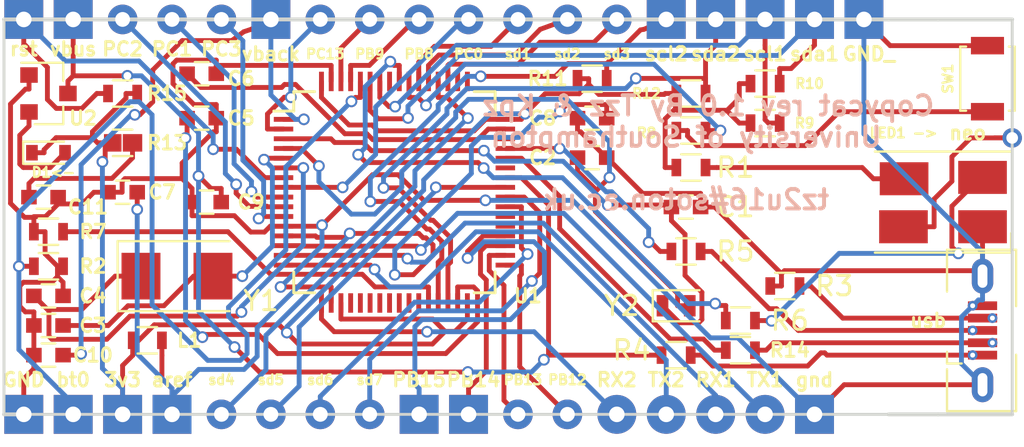
<source format=kicad_pcb>
(kicad_pcb (version 4) (host pcbnew 4.0.6)

  (general
    (links 112)
    (no_connects 0)
    (area 142.977619 70.78 205.034763 97.595)
    (thickness 1.6)
    (drawings 13)
    (tracks 759)
    (zones 0)
    (modules 71)
    (nets 70)
  )

  (page A4)
  (layers
    (0 F.Cu signal)
    (31 B.Cu signal)
    (32 B.Adhes user hide)
    (33 F.Adhes user hide)
    (34 B.Paste user)
    (35 F.Paste user)
    (36 B.SilkS user)
    (37 F.SilkS user)
    (38 B.Mask user)
    (39 F.Mask user)
    (40 Dwgs.User user hide)
    (41 Cmts.User user hide)
    (42 Eco1.User user hide)
    (43 Eco2.User user hide)
    (44 Edge.Cuts user)
    (45 Margin user hide)
    (46 B.CrtYd user hide)
    (47 F.CrtYd user hide)
    (48 B.Fab user hide)
    (49 F.Fab user hide)
  )

  (setup
    (last_trace_width 0.25)
    (trace_clearance 0.2)
    (zone_clearance 0.508)
    (zone_45_only no)
    (trace_min 0.2)
    (segment_width 0.2)
    (edge_width 0.2)
    (via_size 0.6)
    (via_drill 0.4)
    (via_min_size 0.4)
    (via_min_drill 0.3)
    (uvia_size 0.3)
    (uvia_drill 0.1)
    (uvias_allowed no)
    (uvia_min_size 0.2)
    (uvia_min_drill 0.1)
    (pcb_text_width 0.3)
    (pcb_text_size 1.5 1.5)
    (mod_edge_width 0.15)
    (mod_text_size 1 1)
    (mod_text_width 0.15)
    (pad_size 1 1)
    (pad_drill 0.6)
    (pad_to_mask_clearance 0.2)
    (aux_axis_origin 0 0)
    (visible_elements 7FFEF7FF)
    (pcbplotparams
      (layerselection 0x010fc_80000001)
      (usegerberextensions false)
      (excludeedgelayer true)
      (linewidth 0.100000)
      (plotframeref false)
      (viasonmask false)
      (mode 1)
      (useauxorigin false)
      (hpglpennumber 1)
      (hpglpenspeed 20)
      (hpglpendiameter 15)
      (hpglpenoverlay 2)
      (psnegative false)
      (psa4output false)
      (plotreference true)
      (plotvalue true)
      (plotinvisibletext false)
      (padsonsilk false)
      (subtractmaskfromsilk false)
      (outputformat 1)
      (mirror false)
      (drillshape 0)
      (scaleselection 1)
      (outputdirectory rngbr/))
  )

  (net 0 "")
  (net 1 "Net-(C1-Pad1)")
  (net 2 gnd)
  (net 3 "Net-(C2-Pad1)")
  (net 4 "Net-(C3-Pad2)")
  (net 5 "Net-(C4-Pad1)")
  (net 6 "Net-(C5-Pad1)")
  (net 7 "Net-(C6-Pad1)")
  (net 8 A3v3)
  (net 9 vbus)
  (net 10 3.3v)
  (net 11 "Net-(D1-Pad2)")
  (net 12 "Net-(J2-Pad3)")
  (net 13 "Net-(J2-Pad4)")
  (net 14 "Net-(J2-Pad2)")
  (net 15 "Net-(J2-Pad1)")
  (net 16 PD2_sd)
  (net 17 PC8_sd)
  (net 18 PC9_sd)
  (net 19 PC10_sd)
  (net 20 PB8)
  (net 21 PB9)
  (net 22 PB12)
  (net 23 boot0)
  (net 24 boot1)
  (net 25 PC0)
  (net 26 PC13)
  (net 27 PC12_sd)
  (net 28 PC11_sd)
  (net 29 PC1)
  (net 30 PC2)
  (net 31 PC3)
  (net 32 SCL1)
  (net 33 SDA1)
  (net 34 SCL2)
  (net 35 SDA2)
  (net 36 PC4)
  (net 37 PC5)
  (net 38 PC6)
  (net 39 PC7)
  (net 40 PA0)
  (net 41 PA1)
  (net 42 PA2)
  (net 43 PA3)
  (net 44 PA4)
  (net 45 PA5)
  (net 46 PA6)
  (net 47 PA7)
  (net 48 PA8_sd)
  (net 49 PB13)
  (net 50 PB14)
  (net 51 PB15)
  (net 52 PB4)
  (net 53 neo_out)
  (net 54 "Net-(LED1-Pad1)")
  (net 55 D+)
  (net 56 D-)
  (net 57 "Net-(R8-Pad1)")
  (net 58 "Net-(R8-Pad2)")
  (net 59 "Net-(U1-Pad26)")
  (net 60 "Net-(U1-Pad27)")
  (net 61 ID)
  (net 62 PA13)
  (net 63 PA14)
  (net 64 PA15)
  (net 65 PB5)
  (net 66 vbackup)
  (net 67 "Net-(LED1-Pad4)")
  (net 68 v-battery)
  (net 69 rst)

  (net_class Default "This is the default net class."
    (clearance 0.2)
    (trace_width 0.25)
    (via_dia 0.6)
    (via_drill 0.4)
    (uvia_dia 0.3)
    (uvia_drill 0.1)
    (add_net 3.3v)
    (add_net A3v3)
    (add_net D+)
    (add_net D-)
    (add_net ID)
    (add_net "Net-(C1-Pad1)")
    (add_net "Net-(C2-Pad1)")
    (add_net "Net-(C3-Pad2)")
    (add_net "Net-(C4-Pad1)")
    (add_net "Net-(C5-Pad1)")
    (add_net "Net-(C6-Pad1)")
    (add_net "Net-(D1-Pad2)")
    (add_net "Net-(J2-Pad1)")
    (add_net "Net-(J2-Pad2)")
    (add_net "Net-(J2-Pad3)")
    (add_net "Net-(J2-Pad4)")
    (add_net "Net-(LED1-Pad1)")
    (add_net "Net-(LED1-Pad4)")
    (add_net "Net-(R8-Pad1)")
    (add_net "Net-(R8-Pad2)")
    (add_net "Net-(U1-Pad26)")
    (add_net "Net-(U1-Pad27)")
    (add_net PA0)
    (add_net PA1)
    (add_net PA13)
    (add_net PA14)
    (add_net PA15)
    (add_net PA2)
    (add_net PA3)
    (add_net PA4)
    (add_net PA5)
    (add_net PA6)
    (add_net PA7)
    (add_net PA8_sd)
    (add_net PB12)
    (add_net PB13)
    (add_net PB14)
    (add_net PB15)
    (add_net PB4)
    (add_net PB5)
    (add_net PB8)
    (add_net PB9)
    (add_net PC0)
    (add_net PC1)
    (add_net PC10_sd)
    (add_net PC11_sd)
    (add_net PC12_sd)
    (add_net PC13)
    (add_net PC2)
    (add_net PC3)
    (add_net PC4)
    (add_net PC5)
    (add_net PC6)
    (add_net PC7)
    (add_net PC8_sd)
    (add_net PC9_sd)
    (add_net PD2_sd)
    (add_net SCL1)
    (add_net SCL2)
    (add_net SDA1)
    (add_net SDA2)
    (add_net boot0)
    (add_net boot1)
    (add_net gnd)
    (add_net neo_out)
    (add_net rst)
    (add_net v-battery)
    (add_net vbackup)
    (add_net vbus)
  )

  (module Wire_Pads:SolderWirePad_single_0-8mmDrill placed (layer F.Cu) (tedit 5970FB7C) (tstamp 5970FD27)
    (at 194.31 73.66)
    (path /596D2624)
    (fp_text reference GND_ (at 0.254 1.778) (layer F.SilkS)
      (effects (font (size 0.7 0.7) (thickness 0.15)))
    )
    (fp_text value GND (at 0 2.54) (layer F.Fab)
      (effects (font (size 1 1) (thickness 0.15)))
    )
    (pad 1 thru_hole rect (at 0 0) (size 2 2) (drill 0.8) (layers *.Cu *.Mask)
      (net 2 gnd))
  )

  (module Wire_Pads:SolderWirePad_single_0-8mmDrill placed (layer F.Cu) (tedit 5970FB04) (tstamp 5970FA0D)
    (at 151.13 93.98)
    (path /596D2624)
    (fp_text reference GND (at 0 -1.778) (layer F.SilkS)
      (effects (font (size 0.7 0.7) (thickness 0.15)))
    )
    (fp_text value GND (at 0 2.54) (layer F.Fab)
      (effects (font (size 1 1) (thickness 0.15)))
    )
    (pad 1 thru_hole rect (at 0 0) (size 2 2) (drill 0.8) (layers *.Cu *.Mask)
      (net 2 gnd))
  )

  (module Capacitors_SMD:C_0603 placed (layer F.Cu) (tedit 5970F9A0) (tstamp 5967CF85)
    (at 185.166 83.312)
    (descr "Capacitor SMD 0603, reflow soldering, AVX (see smccp.pdf)")
    (tags "capacitor 0603")
    (path /5955D578)
    (attr smd)
    (fp_text reference C1 (at 2.54 0) (layer F.SilkS)
      (effects (font (size 1 1) (thickness 0.15)))
    )
    (fp_text value 2p2 (at 0 1.5) (layer F.Fab)
      (effects (font (size 1 1) (thickness 0.15)))
    )
    (fp_text user %R (at 0 -1.5) (layer F.Fab)
      (effects (font (size 1 1) (thickness 0.15)))
    )
    (fp_line (start -0.8 0.4) (end -0.8 -0.4) (layer F.Fab) (width 0.1))
    (fp_line (start 0.8 0.4) (end -0.8 0.4) (layer F.Fab) (width 0.1))
    (fp_line (start 0.8 -0.4) (end 0.8 0.4) (layer F.Fab) (width 0.1))
    (fp_line (start -0.8 -0.4) (end 0.8 -0.4) (layer F.Fab) (width 0.1))
    (fp_line (start -0.35 -0.6) (end 0.35 -0.6) (layer F.SilkS) (width 0.12))
    (fp_line (start 0.35 0.6) (end -0.35 0.6) (layer F.SilkS) (width 0.12))
    (fp_line (start -1.4 -0.65) (end 1.4 -0.65) (layer F.CrtYd) (width 0.05))
    (fp_line (start -1.4 -0.65) (end -1.4 0.65) (layer F.CrtYd) (width 0.05))
    (fp_line (start 1.4 0.65) (end 1.4 -0.65) (layer F.CrtYd) (width 0.05))
    (fp_line (start 1.4 0.65) (end -1.4 0.65) (layer F.CrtYd) (width 0.05))
    (pad 1 smd rect (at -0.75 0) (size 0.8 0.75) (layers F.Cu F.Paste F.Mask)
      (net 1 "Net-(C1-Pad1)"))
    (pad 2 smd rect (at 0.75 0) (size 0.8 0.75) (layers F.Cu F.Paste F.Mask)
      (net 2 gnd))
    (model Capacitors_SMD.3dshapes/C_0603.wrl
      (at (xyz 0 0 0))
      (scale (xyz 1 1 1))
      (rotate (xyz 0 0 0))
    )
  )

  (module Capacitors_SMD:C_0603 placed (layer F.Cu) (tedit 5970F752) (tstamp 5967CF96)
    (at 180.34 80.772)
    (descr "Capacitor SMD 0603, reflow soldering, AVX (see smccp.pdf)")
    (tags "capacitor 0603")
    (path /5955D5E1)
    (attr smd)
    (fp_text reference C2 (at -2.54 0) (layer F.SilkS)
      (effects (font (size 0.7 0.7) (thickness 0.15)))
    )
    (fp_text value 2p2 (at 0 1.5) (layer F.Fab)
      (effects (font (size 1 1) (thickness 0.15)))
    )
    (fp_text user %R (at 0 -1.5) (layer F.Fab)
      (effects (font (size 1 1) (thickness 0.15)))
    )
    (fp_line (start -0.8 0.4) (end -0.8 -0.4) (layer F.Fab) (width 0.1))
    (fp_line (start 0.8 0.4) (end -0.8 0.4) (layer F.Fab) (width 0.1))
    (fp_line (start 0.8 -0.4) (end 0.8 0.4) (layer F.Fab) (width 0.1))
    (fp_line (start -0.8 -0.4) (end 0.8 -0.4) (layer F.Fab) (width 0.1))
    (fp_line (start -0.35 -0.6) (end 0.35 -0.6) (layer F.SilkS) (width 0.12))
    (fp_line (start 0.35 0.6) (end -0.35 0.6) (layer F.SilkS) (width 0.12))
    (fp_line (start -1.4 -0.65) (end 1.4 -0.65) (layer F.CrtYd) (width 0.05))
    (fp_line (start -1.4 -0.65) (end -1.4 0.65) (layer F.CrtYd) (width 0.05))
    (fp_line (start 1.4 0.65) (end 1.4 -0.65) (layer F.CrtYd) (width 0.05))
    (fp_line (start 1.4 0.65) (end -1.4 0.65) (layer F.CrtYd) (width 0.05))
    (pad 1 smd rect (at -0.75 0) (size 0.8 0.75) (layers F.Cu F.Paste F.Mask)
      (net 3 "Net-(C2-Pad1)"))
    (pad 2 smd rect (at 0.75 0) (size 0.8 0.75) (layers F.Cu F.Paste F.Mask)
      (net 2 gnd))
    (model Capacitors_SMD.3dshapes/C_0603.wrl
      (at (xyz 0 0 0))
      (scale (xyz 1 1 1))
      (rotate (xyz 0 0 0))
    )
  )

  (module Capacitors_SMD:C_0603 placed (layer F.Cu) (tedit 5970F470) (tstamp 5967CFA7)
    (at 152.4 89.408)
    (descr "Capacitor SMD 0603, reflow soldering, AVX (see smccp.pdf)")
    (tags "capacitor 0603")
    (path /5954F52E)
    (attr smd)
    (fp_text reference C3 (at 2.286 0) (layer F.SilkS)
      (effects (font (size 0.7 0.7) (thickness 0.15)))
    )
    (fp_text value 18p (at 0 1.5) (layer F.Fab)
      (effects (font (size 1 1) (thickness 0.15)))
    )
    (fp_text user %R (at 0 -1.5) (layer F.Fab)
      (effects (font (size 1 1) (thickness 0.15)))
    )
    (fp_line (start -0.8 0.4) (end -0.8 -0.4) (layer F.Fab) (width 0.1))
    (fp_line (start 0.8 0.4) (end -0.8 0.4) (layer F.Fab) (width 0.1))
    (fp_line (start 0.8 -0.4) (end 0.8 0.4) (layer F.Fab) (width 0.1))
    (fp_line (start -0.8 -0.4) (end 0.8 -0.4) (layer F.Fab) (width 0.1))
    (fp_line (start -0.35 -0.6) (end 0.35 -0.6) (layer F.SilkS) (width 0.12))
    (fp_line (start 0.35 0.6) (end -0.35 0.6) (layer F.SilkS) (width 0.12))
    (fp_line (start -1.4 -0.65) (end 1.4 -0.65) (layer F.CrtYd) (width 0.05))
    (fp_line (start -1.4 -0.65) (end -1.4 0.65) (layer F.CrtYd) (width 0.05))
    (fp_line (start 1.4 0.65) (end 1.4 -0.65) (layer F.CrtYd) (width 0.05))
    (fp_line (start 1.4 0.65) (end -1.4 0.65) (layer F.CrtYd) (width 0.05))
    (pad 1 smd rect (at -0.75 0) (size 0.8 0.75) (layers F.Cu F.Paste F.Mask)
      (net 2 gnd))
    (pad 2 smd rect (at 0.75 0) (size 0.8 0.75) (layers F.Cu F.Paste F.Mask)
      (net 4 "Net-(C3-Pad2)"))
    (model Capacitors_SMD.3dshapes/C_0603.wrl
      (at (xyz 0 0 0))
      (scale (xyz 1 1 1))
      (rotate (xyz 0 0 0))
    )
  )

  (module Capacitors_SMD:C_0603 placed (layer F.Cu) (tedit 5970F47F) (tstamp 5967CFB8)
    (at 152.4 87.884)
    (descr "Capacitor SMD 0603, reflow soldering, AVX (see smccp.pdf)")
    (tags "capacitor 0603")
    (path /5954F57D)
    (attr smd)
    (fp_text reference C4 (at 2.286 0) (layer F.SilkS)
      (effects (font (size 0.7 0.7) (thickness 0.15)))
    )
    (fp_text value 18p (at 0 1.5) (layer F.Fab)
      (effects (font (size 1 1) (thickness 0.15)))
    )
    (fp_text user %R (at 0 -1.5) (layer F.Fab)
      (effects (font (size 1 1) (thickness 0.15)))
    )
    (fp_line (start -0.8 0.4) (end -0.8 -0.4) (layer F.Fab) (width 0.1))
    (fp_line (start 0.8 0.4) (end -0.8 0.4) (layer F.Fab) (width 0.1))
    (fp_line (start 0.8 -0.4) (end 0.8 0.4) (layer F.Fab) (width 0.1))
    (fp_line (start -0.8 -0.4) (end 0.8 -0.4) (layer F.Fab) (width 0.1))
    (fp_line (start -0.35 -0.6) (end 0.35 -0.6) (layer F.SilkS) (width 0.12))
    (fp_line (start 0.35 0.6) (end -0.35 0.6) (layer F.SilkS) (width 0.12))
    (fp_line (start -1.4 -0.65) (end 1.4 -0.65) (layer F.CrtYd) (width 0.05))
    (fp_line (start -1.4 -0.65) (end -1.4 0.65) (layer F.CrtYd) (width 0.05))
    (fp_line (start 1.4 0.65) (end 1.4 -0.65) (layer F.CrtYd) (width 0.05))
    (fp_line (start 1.4 0.65) (end -1.4 0.65) (layer F.CrtYd) (width 0.05))
    (pad 1 smd rect (at -0.75 0) (size 0.8 0.75) (layers F.Cu F.Paste F.Mask)
      (net 5 "Net-(C4-Pad1)"))
    (pad 2 smd rect (at 0.75 0) (size 0.8 0.75) (layers F.Cu F.Paste F.Mask)
      (net 2 gnd))
    (model Capacitors_SMD.3dshapes/C_0603.wrl
      (at (xyz 0 0 0))
      (scale (xyz 1 1 1))
      (rotate (xyz 0 0 0))
    )
  )

  (module Capacitors_SMD:C_0603 placed (layer F.Cu) (tedit 5970F612) (tstamp 5967CFC9)
    (at 160.274 78.74)
    (descr "Capacitor SMD 0603, reflow soldering, AVX (see smccp.pdf)")
    (tags "capacitor 0603")
    (path /5954F320)
    (attr smd)
    (fp_text reference C5 (at 2.032 0) (layer F.SilkS)
      (effects (font (size 0.7 0.7) (thickness 0.15)))
    )
    (fp_text value 2u2 (at 0 1.5) (layer F.Fab)
      (effects (font (size 1 1) (thickness 0.15)))
    )
    (fp_text user %R (at 0 -1.5) (layer F.Fab)
      (effects (font (size 1 1) (thickness 0.15)))
    )
    (fp_line (start -0.8 0.4) (end -0.8 -0.4) (layer F.Fab) (width 0.1))
    (fp_line (start 0.8 0.4) (end -0.8 0.4) (layer F.Fab) (width 0.1))
    (fp_line (start 0.8 -0.4) (end 0.8 0.4) (layer F.Fab) (width 0.1))
    (fp_line (start -0.8 -0.4) (end 0.8 -0.4) (layer F.Fab) (width 0.1))
    (fp_line (start -0.35 -0.6) (end 0.35 -0.6) (layer F.SilkS) (width 0.12))
    (fp_line (start 0.35 0.6) (end -0.35 0.6) (layer F.SilkS) (width 0.12))
    (fp_line (start -1.4 -0.65) (end 1.4 -0.65) (layer F.CrtYd) (width 0.05))
    (fp_line (start -1.4 -0.65) (end -1.4 0.65) (layer F.CrtYd) (width 0.05))
    (fp_line (start 1.4 0.65) (end 1.4 -0.65) (layer F.CrtYd) (width 0.05))
    (fp_line (start 1.4 0.65) (end -1.4 0.65) (layer F.CrtYd) (width 0.05))
    (pad 1 smd rect (at -0.75 0) (size 0.8 0.75) (layers F.Cu F.Paste F.Mask)
      (net 6 "Net-(C5-Pad1)"))
    (pad 2 smd rect (at 0.75 0) (size 0.8 0.75) (layers F.Cu F.Paste F.Mask)
      (net 2 gnd))
    (model Capacitors_SMD.3dshapes/C_0603.wrl
      (at (xyz 0 0 0))
      (scale (xyz 1 1 1))
      (rotate (xyz 0 0 0))
    )
  )

  (module Capacitors_SMD:C_0603 placed (layer F.Cu) (tedit 5970F60A) (tstamp 5967CFDA)
    (at 160.274 76.454)
    (descr "Capacitor SMD 0603, reflow soldering, AVX (see smccp.pdf)")
    (tags "capacitor 0603")
    (path /5954F349)
    (attr smd)
    (fp_text reference C6 (at 2.032 0.254) (layer F.SilkS)
      (effects (font (size 0.7 0.7) (thickness 0.15)))
    )
    (fp_text value 2u2 (at 0 1.5) (layer F.Fab)
      (effects (font (size 1 1) (thickness 0.15)))
    )
    (fp_text user %R (at 0 -1.5) (layer F.Fab)
      (effects (font (size 1 1) (thickness 0.15)))
    )
    (fp_line (start -0.8 0.4) (end -0.8 -0.4) (layer F.Fab) (width 0.1))
    (fp_line (start 0.8 0.4) (end -0.8 0.4) (layer F.Fab) (width 0.1))
    (fp_line (start 0.8 -0.4) (end 0.8 0.4) (layer F.Fab) (width 0.1))
    (fp_line (start -0.8 -0.4) (end 0.8 -0.4) (layer F.Fab) (width 0.1))
    (fp_line (start -0.35 -0.6) (end 0.35 -0.6) (layer F.SilkS) (width 0.12))
    (fp_line (start 0.35 0.6) (end -0.35 0.6) (layer F.SilkS) (width 0.12))
    (fp_line (start -1.4 -0.65) (end 1.4 -0.65) (layer F.CrtYd) (width 0.05))
    (fp_line (start -1.4 -0.65) (end -1.4 0.65) (layer F.CrtYd) (width 0.05))
    (fp_line (start 1.4 0.65) (end 1.4 -0.65) (layer F.CrtYd) (width 0.05))
    (fp_line (start 1.4 0.65) (end -1.4 0.65) (layer F.CrtYd) (width 0.05))
    (pad 1 smd rect (at -0.75 0) (size 0.8 0.75) (layers F.Cu F.Paste F.Mask)
      (net 7 "Net-(C6-Pad1)"))
    (pad 2 smd rect (at 0.75 0) (size 0.8 0.75) (layers F.Cu F.Paste F.Mask)
      (net 2 gnd))
    (model Capacitors_SMD.3dshapes/C_0603.wrl
      (at (xyz 0 0 0))
      (scale (xyz 1 1 1))
      (rotate (xyz 0 0 0))
    )
  )

  (module Capacitors_SMD:C_0603 placed (layer F.Cu) (tedit 5970F558) (tstamp 5967CFEB)
    (at 156.21 82.55)
    (descr "Capacitor SMD 0603, reflow soldering, AVX (see smccp.pdf)")
    (tags "capacitor 0603")
    (path /595501E5)
    (attr smd)
    (fp_text reference C7 (at 2.032 0) (layer F.SilkS)
      (effects (font (size 0.7 0.7) (thickness 0.15)))
    )
    (fp_text value 4u7 (at 0 1.5) (layer F.Fab)
      (effects (font (size 1 1) (thickness 0.15)))
    )
    (fp_text user %R (at 0 -1.5) (layer F.Fab)
      (effects (font (size 1 1) (thickness 0.15)))
    )
    (fp_line (start -0.8 0.4) (end -0.8 -0.4) (layer F.Fab) (width 0.1))
    (fp_line (start 0.8 0.4) (end -0.8 0.4) (layer F.Fab) (width 0.1))
    (fp_line (start 0.8 -0.4) (end 0.8 0.4) (layer F.Fab) (width 0.1))
    (fp_line (start -0.8 -0.4) (end 0.8 -0.4) (layer F.Fab) (width 0.1))
    (fp_line (start -0.35 -0.6) (end 0.35 -0.6) (layer F.SilkS) (width 0.12))
    (fp_line (start 0.35 0.6) (end -0.35 0.6) (layer F.SilkS) (width 0.12))
    (fp_line (start -1.4 -0.65) (end 1.4 -0.65) (layer F.CrtYd) (width 0.05))
    (fp_line (start -1.4 -0.65) (end -1.4 0.65) (layer F.CrtYd) (width 0.05))
    (fp_line (start 1.4 0.65) (end 1.4 -0.65) (layer F.CrtYd) (width 0.05))
    (fp_line (start 1.4 0.65) (end -1.4 0.65) (layer F.CrtYd) (width 0.05))
    (pad 1 smd rect (at -0.75 0) (size 0.8 0.75) (layers F.Cu F.Paste F.Mask)
      (net 2 gnd))
    (pad 2 smd rect (at 0.75 0) (size 0.8 0.75) (layers F.Cu F.Paste F.Mask)
      (net 8 A3v3))
    (model Capacitors_SMD.3dshapes/C_0603.wrl
      (at (xyz 0 0 0))
      (scale (xyz 1 1 1))
      (rotate (xyz 0 0 0))
    )
  )

  (module Capacitors_SMD:C_0603 placed (layer F.Cu) (tedit 5970F74B) (tstamp 5967CFFC)
    (at 180.34 78.74)
    (descr "Capacitor SMD 0603, reflow soldering, AVX (see smccp.pdf)")
    (tags "capacitor 0603")
    (path /59550164)
    (attr smd)
    (fp_text reference C8 (at -2.54 0) (layer F.SilkS)
      (effects (font (size 0.7 0.7) (thickness 0.15)))
    )
    (fp_text value 100n (at 0 1.5) (layer F.Fab)
      (effects (font (size 1 1) (thickness 0.15)))
    )
    (fp_text user %R (at 0 -1.5) (layer F.Fab)
      (effects (font (size 1 1) (thickness 0.15)))
    )
    (fp_line (start -0.8 0.4) (end -0.8 -0.4) (layer F.Fab) (width 0.1))
    (fp_line (start 0.8 0.4) (end -0.8 0.4) (layer F.Fab) (width 0.1))
    (fp_line (start 0.8 -0.4) (end 0.8 0.4) (layer F.Fab) (width 0.1))
    (fp_line (start -0.8 -0.4) (end 0.8 -0.4) (layer F.Fab) (width 0.1))
    (fp_line (start -0.35 -0.6) (end 0.35 -0.6) (layer F.SilkS) (width 0.12))
    (fp_line (start 0.35 0.6) (end -0.35 0.6) (layer F.SilkS) (width 0.12))
    (fp_line (start -1.4 -0.65) (end 1.4 -0.65) (layer F.CrtYd) (width 0.05))
    (fp_line (start -1.4 -0.65) (end -1.4 0.65) (layer F.CrtYd) (width 0.05))
    (fp_line (start 1.4 0.65) (end 1.4 -0.65) (layer F.CrtYd) (width 0.05))
    (fp_line (start 1.4 0.65) (end -1.4 0.65) (layer F.CrtYd) (width 0.05))
    (pad 1 smd rect (at -0.75 0) (size 0.8 0.75) (layers F.Cu F.Paste F.Mask)
      (net 2 gnd))
    (pad 2 smd rect (at 0.75 0) (size 0.8 0.75) (layers F.Cu F.Paste F.Mask)
      (net 8 A3v3))
    (model Capacitors_SMD.3dshapes/C_0603.wrl
      (at (xyz 0 0 0))
      (scale (xyz 1 1 1))
      (rotate (xyz 0 0 0))
    )
  )

  (module Capacitors_SMD:C_0603 placed (layer F.Cu) (tedit 5970F54D) (tstamp 5967D00D)
    (at 160.528 83.058)
    (descr "Capacitor SMD 0603, reflow soldering, AVX (see smccp.pdf)")
    (tags "capacitor 0603")
    (path /596980D3)
    (attr smd)
    (fp_text reference C9 (at 2.286 0) (layer F.SilkS)
      (effects (font (size 0.7 0.7) (thickness 0.15)))
    )
    (fp_text value 1uF (at 0 1.5) (layer F.Fab)
      (effects (font (size 1 1) (thickness 0.15)))
    )
    (fp_text user %R (at 0 -1.5) (layer F.Fab)
      (effects (font (size 1 1) (thickness 0.15)))
    )
    (fp_line (start -0.8 0.4) (end -0.8 -0.4) (layer F.Fab) (width 0.1))
    (fp_line (start 0.8 0.4) (end -0.8 0.4) (layer F.Fab) (width 0.1))
    (fp_line (start 0.8 -0.4) (end 0.8 0.4) (layer F.Fab) (width 0.1))
    (fp_line (start -0.8 -0.4) (end 0.8 -0.4) (layer F.Fab) (width 0.1))
    (fp_line (start -0.35 -0.6) (end 0.35 -0.6) (layer F.SilkS) (width 0.12))
    (fp_line (start 0.35 0.6) (end -0.35 0.6) (layer F.SilkS) (width 0.12))
    (fp_line (start -1.4 -0.65) (end 1.4 -0.65) (layer F.CrtYd) (width 0.05))
    (fp_line (start -1.4 -0.65) (end -1.4 0.65) (layer F.CrtYd) (width 0.05))
    (fp_line (start 1.4 0.65) (end 1.4 -0.65) (layer F.CrtYd) (width 0.05))
    (fp_line (start 1.4 0.65) (end -1.4 0.65) (layer F.CrtYd) (width 0.05))
    (pad 1 smd rect (at -0.75 0) (size 0.8 0.75) (layers F.Cu F.Paste F.Mask)
      (net 2 gnd))
    (pad 2 smd rect (at 0.75 0) (size 0.8 0.75) (layers F.Cu F.Paste F.Mask)
      (net 9 vbus))
    (model Capacitors_SMD.3dshapes/C_0603.wrl
      (at (xyz 0 0 0))
      (scale (xyz 1 1 1))
      (rotate (xyz 0 0 0))
    )
  )

  (module Diodes_SMD:D_0603 placed (layer F.Cu) (tedit 5970F959) (tstamp 5967D025)
    (at 152.4 80.518)
    (descr "Diode SMD in 0603 package http://datasheets.avx.com/schottky.pdf")
    (tags "smd diode")
    (path /5969C8D7)
    (attr smd)
    (fp_text reference D1<- (at 0.254 1.016) (layer F.SilkS)
      (effects (font (size 0.5 0.5) (thickness 0.125)))
    )
    (fp_text value DIODE (at 0 1.4) (layer F.Fab)
      (effects (font (size 1 1) (thickness 0.15)))
    )
    (fp_text user %R (at 0 -1.4) (layer F.Fab)
      (effects (font (size 1 1) (thickness 0.15)))
    )
    (fp_line (start -1.3 -0.57) (end -1.3 0.57) (layer F.SilkS) (width 0.12))
    (fp_line (start 1.4 0.67) (end 1.4 -0.67) (layer F.CrtYd) (width 0.05))
    (fp_line (start -1.4 0.67) (end 1.4 0.67) (layer F.CrtYd) (width 0.05))
    (fp_line (start -1.4 -0.67) (end -1.4 0.67) (layer F.CrtYd) (width 0.05))
    (fp_line (start 1.4 -0.67) (end -1.4 -0.67) (layer F.CrtYd) (width 0.05))
    (fp_line (start 0.2 0) (end 0.4 0) (layer F.Fab) (width 0.1))
    (fp_line (start -0.1 0) (end -0.3 0) (layer F.Fab) (width 0.1))
    (fp_line (start -0.1 -0.2) (end -0.1 0.2) (layer F.Fab) (width 0.1))
    (fp_line (start 0.2 0.2) (end 0.2 -0.2) (layer F.Fab) (width 0.1))
    (fp_line (start -0.1 0) (end 0.2 0.2) (layer F.Fab) (width 0.1))
    (fp_line (start 0.2 -0.2) (end -0.1 0) (layer F.Fab) (width 0.1))
    (fp_line (start -0.8 0.45) (end -0.8 -0.45) (layer F.Fab) (width 0.1))
    (fp_line (start 0.8 0.45) (end -0.8 0.45) (layer F.Fab) (width 0.1))
    (fp_line (start 0.8 -0.45) (end 0.8 0.45) (layer F.Fab) (width 0.1))
    (fp_line (start -0.8 -0.45) (end 0.8 -0.45) (layer F.Fab) (width 0.1))
    (fp_line (start -1.3 0.57) (end 0.8 0.57) (layer F.SilkS) (width 0.12))
    (fp_line (start -1.3 -0.57) (end 0.8 -0.57) (layer F.SilkS) (width 0.12))
    (pad 1 smd rect (at -0.85 0) (size 0.6 0.8) (layers F.Cu F.Paste F.Mask)
      (net 10 3.3v))
    (pad 2 smd rect (at 0.85 0) (size 0.6 0.8) (layers F.Cu F.Paste F.Mask)
      (net 11 "Net-(D1-Pad2)"))
    (model ${KISYS3DMOD}/Diodes_SMD.3dshapes/D_0603.wrl
      (at (xyz 0 0 0))
      (scale (xyz 1 1 1))
      (rotate (xyz 0 0 0))
    )
  )

  (module testpoint:testpoint placed (layer F.Cu) (tedit 5970F406) (tstamp 5967D02A)
    (at 158.75 93.98)
    (tags testpoint)
    (path /596E07AA)
    (fp_text reference aref (at 0 -1.778) (layer F.SilkS)
      (effects (font (size 0.7 0.7) (thickness 0.15)))
    )
    (fp_text value a3v3 (at 0 -1.905) (layer F.Fab)
      (effects (font (size 1 1) (thickness 0.15)))
    )
    (pad 1 thru_hole rect (at 0 0) (size 2 2) (drill 0.8) (layers *.Cu *.Mask)
      (net 8 A3v3))
  )

  (module Wire_Pads:SolderWirePad_single_0-8mmDrill placed (layer F.Cu) (tedit 5970F672) (tstamp 5967D056)
    (at 191.77 93.98)
    (path /596D2624)
    (fp_text reference gnd (at 0 -1.778) (layer F.SilkS)
      (effects (font (size 0.7 0.7) (thickness 0.15)))
    )
    (fp_text value GND (at 0 2.54) (layer F.Fab)
      (effects (font (size 1 1) (thickness 0.15)))
    )
    (pad 1 thru_hole rect (at 0 0) (size 2 2) (drill 0.8) (layers *.Cu *.Mask)
      (net 2 gnd))
  )

  (module Wire_Pads:SolderWirePad_single_0-8mmDrill placed (layer F.Cu) (tedit 5970F634) (tstamp 5967D05B)
    (at 163.83 73.66)
    (path /5956FAFD)
    (fp_text reference vback (at 0 1.778) (layer F.SilkS)
      (effects (font (size 0.7 0.7) (thickness 0.15)))
    )
    (fp_text value CONN_01X01_FEMALE (at 0 2.54) (layer F.Fab)
      (effects (font (size 1 1) (thickness 0.15)))
    )
    (pad 1 thru_hole rect (at 0 0) (size 2 2) (drill 0.8) (layers *.Cu *.Mask)
      (net 66 vbackup))
  )

  (module Wire_Pads:SolderWirePad_single_0-8mmDrill placed (layer F.Cu) (tedit 5970F41A) (tstamp 5967D060)
    (at 156.21 93.98)
    (path /5956FB74)
    (fp_text reference 3v3 (at 0 -1.778) (layer F.SilkS)
      (effects (font (size 0.7 0.7) (thickness 0.15)))
    )
    (fp_text value CONN_01X01_FEMALE (at 0 2.54) (layer F.Fab)
      (effects (font (size 1 1) (thickness 0.15)))
    )
    (pad 1 thru_hole rect (at 0 0) (size 1.99898 1.99898) (drill 0.8001) (layers *.Cu *.Mask)
      (net 10 3.3v))
  )

  (module Wire_Pads:SolderWirePad_single_0-8mmDrill placed (layer F.Cu) (tedit 5970F522) (tstamp 5967D088)
    (at 153.67 93.98)
    (path /5956F443)
    (fp_text reference bt0 (at 0 -1.778) (layer F.SilkS)
      (effects (font (size 0.7 0.7) (thickness 0.15)))
    )
    (fp_text value CONN_01X01_FEMALE (at 0 2.54) (layer F.Fab)
      (effects (font (size 1 1) (thickness 0.15)))
    )
    (pad 1 thru_hole rect (at 0 0) (size 2 1.99898) (drill 0.8) (layers *.Cu *.Mask)
      (net 23 boot0))
  )

  (module Wire_Pads:SolderWirePad_single_0-8mmDrill placed (layer F.Cu) (tedit 5970FA20) (tstamp 5967D0BF)
    (at 189.23 73.66)
    (path /5956F985)
    (fp_text reference scl1 (at 0 1.778) (layer F.SilkS)
      (effects (font (size 0.7 0.7) (thickness 0.15)))
    )
    (fp_text value CONN_01X01_FEMALE (at 0 2.54) (layer F.Fab)
      (effects (font (size 1 1) (thickness 0.15)))
    )
    (pad 1 thru_hole rect (at 0 0) (size 2 2) (drill 0.8) (layers *.Cu *.Mask)
      (net 32 SCL1))
  )

  (module Wire_Pads:SolderWirePad_single_0-8mmDrill placed (layer F.Cu) (tedit 5970FA21) (tstamp 5967D0C4)
    (at 191.77 73.66)
    (path /5956F9E2)
    (fp_text reference sda1 (at 0 1.778) (layer F.SilkS)
      (effects (font (size 0.7 0.7) (thickness 0.15)))
    )
    (fp_text value CONN_01X01_FEMALE (at 0 2.54) (layer F.Fab)
      (effects (font (size 1 1) (thickness 0.15)))
    )
    (pad 1 thru_hole rect (at 0 0) (size 2 2) (drill 0.8) (layers *.Cu *.Mask)
      (net 33 SDA1))
  )

  (module Wire_Pads:SolderWirePad_single_0-8mmDrill placed (layer F.Cu) (tedit 5970FA1C) (tstamp 5967D0C9)
    (at 184.15 73.66)
    (path /5956FA3D)
    (fp_text reference scl2 (at 0 1.778) (layer F.SilkS)
      (effects (font (size 0.7 0.7) (thickness 0.15)))
    )
    (fp_text value CONN_01X01_FEMALE (at 0 2.54) (layer F.Fab)
      (effects (font (size 1 1) (thickness 0.15)))
    )
    (pad 1 thru_hole rect (at 0 0) (size 2 2) (drill 0.8) (layers *.Cu *.Mask)
      (net 34 SCL2))
  )

  (module Wire_Pads:SolderWirePad_single_0-8mmDrill placed (layer F.Cu) (tedit 5970FA1E) (tstamp 5967D0CE)
    (at 186.69 73.66)
    (path /5956FA9E)
    (fp_text reference sda2 (at 0 1.778) (layer F.SilkS)
      (effects (font (size 0.7 0.7) (thickness 0.15)))
    )
    (fp_text value CONN_01X01_FEMALE (at 0 2.54) (layer F.Fab)
      (effects (font (size 1 1) (thickness 0.15)))
    )
    (pad 1 thru_hole rect (at 0 0) (size 2 2) (drill 0.8) (layers *.Cu *.Mask)
      (net 35 SDA2))
  )

  (module Wire_Pads:SolderWirePad_single_0-8mmDrill placed (layer F.Cu) (tedit 5970F9DE) (tstamp 5967D0E7)
    (at 189.23 93.98)
    (path /595F90E3)
    (fp_text reference TX1 (at 0 -1.778) (layer F.SilkS)
      (effects (font (size 0.7 0.7) (thickness 0.15)))
    )
    (fp_text value "uart4 TX" (at 0 2.54) (layer F.Fab)
      (effects (font (size 1 1) (thickness 0.15)))
    )
    (pad 1 thru_hole circle (at 0 0) (size 1.99898 1.99898) (drill 0.8001) (layers *.Cu *.Mask)
      (net 40 PA0))
  )

  (module Wire_Pads:SolderWirePad_single_0-8mmDrill placed (layer F.Cu) (tedit 5970F9D3) (tstamp 5967D0EC)
    (at 186.69 93.98)
    (path /595F915E)
    (fp_text reference RX1 (at 0 -1.778) (layer F.SilkS)
      (effects (font (size 0.7 0.7) (thickness 0.15)))
    )
    (fp_text value "uart4 RX" (at 0 2.54) (layer F.Fab)
      (effects (font (size 1 1) (thickness 0.15)))
    )
    (pad 1 thru_hole circle (at 0 0) (size 1.99898 1.99898) (drill 0.8001) (layers *.Cu *.Mask)
      (net 41 PA1))
  )

  (module Wire_Pads:SolderWirePad_single_0-8mmDrill placed (layer F.Cu) (tedit 5970F9C8) (tstamp 5967D0F1)
    (at 184.15 93.98)
    (path /595F91E3)
    (fp_text reference TX2 (at 0 -1.778) (layer F.SilkS)
      (effects (font (size 0.7 0.7) (thickness 0.15)))
    )
    (fp_text value "usart TX" (at 0 2.54) (layer F.Fab)
      (effects (font (size 1 1) (thickness 0.15)))
    )
    (pad 1 thru_hole circle (at 0 0) (size 1.99898 1.99898) (drill 0.8001) (layers *.Cu *.Mask)
      (net 42 PA2))
  )

  (module Wire_Pads:SolderWirePad_single_0-8mmDrill placed (layer F.Cu) (tedit 5970F9BB) (tstamp 5967D0F6)
    (at 181.61 93.98)
    (path /595F926A)
    (fp_text reference RX2 (at 0 -1.778) (layer F.SilkS)
      (effects (font (size 0.7 0.7) (thickness 0.15)))
    )
    (fp_text value "usart RX" (at 0 2.54) (layer F.Fab)
      (effects (font (size 1 1) (thickness 0.15)))
    )
    (pad 1 thru_hole circle (at 0 0) (size 1.99898 1.99898) (drill 0.8001) (layers *.Cu *.Mask)
      (net 43 PA3))
  )

  (module testpoint:testpoint placed (layer F.Cu) (tedit 5970F89D) (tstamp 5967D114)
    (at 176.53 93.98)
    (tags testpoint)
    (path /596CD8AE)
    (fp_text reference PB13 (at 0.254 -1.778) (layer F.SilkS)
      (effects (font (size 0.5 0.5) (thickness 0.125)))
    )
    (fp_text value jtag (at 0 -1.905) (layer F.Fab)
      (effects (font (size 1 1) (thickness 0.15)))
    )
    (pad 1 thru_hole circle (at 0 0) (size 1.524 1.524) (drill 0.762) (layers *.Cu *.Mask)
      (net 49 PB13))
  )

  (module testpoint:testpoint placed (layer F.Cu) (tedit 5970F882) (tstamp 5967D119)
    (at 173.99 93.98)
    (tags testpoint)
    (path /596CD95F)
    (fp_text reference PB14 (at 0.254 -1.778) (layer F.SilkS)
      (effects (font (size 0.7 0.7) (thickness 0.15)))
    )
    (fp_text value jtag (at 0 -1.905) (layer F.Fab)
      (effects (font (size 1 1) (thickness 0.15)))
    )
    (pad 1 thru_hole rect (at 0 0) (size 2 2) (drill 0.8) (layers *.Cu *.Mask)
      (net 50 PB14))
  )

  (module testpoint:testpoint placed (layer F.Cu) (tedit 5970F880) (tstamp 5967D11E)
    (at 171.45 93.98)
    (tags testpoint)
    (path /596CDA0A)
    (fp_text reference PB15 (at 0 -1.778) (layer F.SilkS)
      (effects (font (size 0.7 0.7) (thickness 0.15)))
    )
    (fp_text value jtag (at 0 -1.905) (layer F.Fab)
      (effects (font (size 1 1) (thickness 0.15)))
    )
    (pad 1 thru_hole rect (at 0 0) (size 2 2) (drill 0.8) (layers *.Cu *.Mask)
      (net 51 PB15))
  )

  (module Inductors_SMD:L_0603 placed (layer F.Cu) (tedit 5970F3D2) (tstamp 5967D133)
    (at 157.48 90.17 180)
    (descr "Resistor SMD 0603, reflow soldering, Vishay (see dcrcw.pdf)")
    (tags "resistor 0603")
    (path /59550049)
    (attr smd)
    (fp_text reference L1 (at -2.159 0 180) (layer F.SilkS)
      (effects (font (size 0.7 0.7) (thickness 0.15)))
    )
    (fp_text value 1k (at 0 1.9 180) (layer F.Fab)
      (effects (font (size 1 1) (thickness 0.15)))
    )
    (fp_line (start -0.8 0.4) (end -0.8 -0.4) (layer F.Fab) (width 0.1))
    (fp_line (start 0.8 0.4) (end -0.8 0.4) (layer F.Fab) (width 0.1))
    (fp_line (start 0.8 -0.4) (end 0.8 0.4) (layer F.Fab) (width 0.1))
    (fp_line (start -0.8 -0.4) (end 0.8 -0.4) (layer F.Fab) (width 0.1))
    (fp_line (start -1.3 -0.8) (end 1.3 -0.8) (layer F.CrtYd) (width 0.05))
    (fp_line (start -1.3 0.8) (end 1.3 0.8) (layer F.CrtYd) (width 0.05))
    (fp_line (start -1.3 -0.8) (end -1.3 0.8) (layer F.CrtYd) (width 0.05))
    (fp_line (start 1.3 -0.8) (end 1.3 0.8) (layer F.CrtYd) (width 0.05))
    (fp_line (start 0.5 0.68) (end -0.5 0.68) (layer F.SilkS) (width 0.12))
    (fp_line (start -0.5 -0.68) (end 0.5 -0.68) (layer F.SilkS) (width 0.12))
    (pad 1 smd rect (at -0.75 0 180) (size 0.5 0.9) (layers F.Cu F.Paste F.Mask)
      (net 8 A3v3))
    (pad 2 smd rect (at 0.75 0 180) (size 0.5 0.9) (layers F.Cu F.Paste F.Mask)
      (net 10 3.3v))
    (model Inductors_SMD.3dshapes\L_0603.wrl
      (at (xyz 0 0 0))
      (scale (xyz 1 1 1))
      (rotate (xyz 0 0 0))
    )
  )

  (module Resistors_SMD:R_0603 placed (layer F.Cu) (tedit 5970F99E) (tstamp 5967D159)
    (at 185.42 81.28)
    (descr "Resistor SMD 0603, reflow soldering, Vishay (see dcrcw.pdf)")
    (tags "resistor 0603")
    (path /5968E973)
    (attr smd)
    (fp_text reference R1 (at 2.286 0) (layer F.SilkS)
      (effects (font (size 1 1) (thickness 0.15)))
    )
    (fp_text value 300 (at 0 1.5) (layer F.Fab)
      (effects (font (size 1 1) (thickness 0.15)))
    )
    (fp_text user %R (at 0 0) (layer F.Fab)
      (effects (font (size 0.5 0.5) (thickness 0.075)))
    )
    (fp_line (start -0.8 0.4) (end -0.8 -0.4) (layer F.Fab) (width 0.1))
    (fp_line (start 0.8 0.4) (end -0.8 0.4) (layer F.Fab) (width 0.1))
    (fp_line (start 0.8 -0.4) (end 0.8 0.4) (layer F.Fab) (width 0.1))
    (fp_line (start -0.8 -0.4) (end 0.8 -0.4) (layer F.Fab) (width 0.1))
    (fp_line (start 0.5 0.68) (end -0.5 0.68) (layer F.SilkS) (width 0.12))
    (fp_line (start -0.5 -0.68) (end 0.5 -0.68) (layer F.SilkS) (width 0.12))
    (fp_line (start -1.25 -0.7) (end 1.25 -0.7) (layer F.CrtYd) (width 0.05))
    (fp_line (start -1.25 -0.7) (end -1.25 0.7) (layer F.CrtYd) (width 0.05))
    (fp_line (start 1.25 0.7) (end 1.25 -0.7) (layer F.CrtYd) (width 0.05))
    (fp_line (start 1.25 0.7) (end -1.25 0.7) (layer F.CrtYd) (width 0.05))
    (pad 1 smd rect (at -0.75 0) (size 0.5 0.9) (layers F.Cu F.Paste F.Mask)
      (net 10 3.3v))
    (pad 2 smd rect (at 0.75 0) (size 0.5 0.9) (layers F.Cu F.Paste F.Mask)
      (net 54 "Net-(LED1-Pad1)"))
    (model ${KISYS3DMOD}/Resistors_SMD.3dshapes/R_0603.wrl
      (at (xyz 0 0 0))
      (scale (xyz 1 1 1))
      (rotate (xyz 0 0 0))
    )
  )

  (module Resistors_SMD:R_0603 placed (layer F.Cu) (tedit 5970F533) (tstamp 5967D16A)
    (at 152.4 86.36)
    (descr "Resistor SMD 0603, reflow soldering, Vishay (see dcrcw.pdf)")
    (tags "resistor 0603")
    (path /5954F1E1)
    (attr smd)
    (fp_text reference R2 (at 2.286 0) (layer F.SilkS)
      (effects (font (size 0.7 0.7) (thickness 0.15)))
    )
    (fp_text value 100k (at 0 1.5) (layer F.Fab)
      (effects (font (size 1 1) (thickness 0.15)))
    )
    (fp_text user %R (at 0 0) (layer F.Fab)
      (effects (font (size 0.5 0.5) (thickness 0.075)))
    )
    (fp_line (start -0.8 0.4) (end -0.8 -0.4) (layer F.Fab) (width 0.1))
    (fp_line (start 0.8 0.4) (end -0.8 0.4) (layer F.Fab) (width 0.1))
    (fp_line (start 0.8 -0.4) (end 0.8 0.4) (layer F.Fab) (width 0.1))
    (fp_line (start -0.8 -0.4) (end 0.8 -0.4) (layer F.Fab) (width 0.1))
    (fp_line (start 0.5 0.68) (end -0.5 0.68) (layer F.SilkS) (width 0.12))
    (fp_line (start -0.5 -0.68) (end 0.5 -0.68) (layer F.SilkS) (width 0.12))
    (fp_line (start -1.25 -0.7) (end 1.25 -0.7) (layer F.CrtYd) (width 0.05))
    (fp_line (start -1.25 -0.7) (end -1.25 0.7) (layer F.CrtYd) (width 0.05))
    (fp_line (start 1.25 0.7) (end 1.25 -0.7) (layer F.CrtYd) (width 0.05))
    (fp_line (start 1.25 0.7) (end -1.25 0.7) (layer F.CrtYd) (width 0.05))
    (pad 1 smd rect (at -0.75 0) (size 0.5 0.9) (layers F.Cu F.Paste F.Mask)
      (net 23 boot0))
    (pad 2 smd rect (at 0.75 0) (size 0.5 0.9) (layers F.Cu F.Paste F.Mask)
      (net 2 gnd))
    (model ${KISYS3DMOD}/Resistors_SMD.3dshapes/R_0603.wrl
      (at (xyz 0 0 0))
      (scale (xyz 1 1 1))
      (rotate (xyz 0 0 0))
    )
  )

  (module Resistors_SMD:R_0603 placed (layer F.Cu) (tedit 5970F989) (tstamp 5967D17B)
    (at 190.246 87.376 180)
    (descr "Resistor SMD 0603, reflow soldering, Vishay (see dcrcw.pdf)")
    (tags "resistor 0603")
    (path /5955484B)
    (attr smd)
    (fp_text reference R3 (at -2.54 0 180) (layer F.SilkS)
      (effects (font (size 1 1) (thickness 0.15)))
    )
    (fp_text value 560 (at 0 1.5 180) (layer F.Fab)
      (effects (font (size 1 1) (thickness 0.15)))
    )
    (fp_text user %R (at 0 0 180) (layer F.Fab)
      (effects (font (size 0.5 0.5) (thickness 0.075)))
    )
    (fp_line (start -0.8 0.4) (end -0.8 -0.4) (layer F.Fab) (width 0.1))
    (fp_line (start 0.8 0.4) (end -0.8 0.4) (layer F.Fab) (width 0.1))
    (fp_line (start 0.8 -0.4) (end 0.8 0.4) (layer F.Fab) (width 0.1))
    (fp_line (start -0.8 -0.4) (end 0.8 -0.4) (layer F.Fab) (width 0.1))
    (fp_line (start 0.5 0.68) (end -0.5 0.68) (layer F.SilkS) (width 0.12))
    (fp_line (start -0.5 -0.68) (end 0.5 -0.68) (layer F.SilkS) (width 0.12))
    (fp_line (start -1.25 -0.7) (end 1.25 -0.7) (layer F.CrtYd) (width 0.05))
    (fp_line (start -1.25 -0.7) (end -1.25 0.7) (layer F.CrtYd) (width 0.05))
    (fp_line (start 1.25 0.7) (end 1.25 -0.7) (layer F.CrtYd) (width 0.05))
    (fp_line (start 1.25 0.7) (end -1.25 0.7) (layer F.CrtYd) (width 0.05))
    (pad 1 smd rect (at -0.75 0 180) (size 0.5 0.9) (layers F.Cu F.Paste F.Mask)
      (net 13 "Net-(J2-Pad4)"))
    (pad 2 smd rect (at 0.75 0 180) (size 0.5 0.9) (layers F.Cu F.Paste F.Mask)
      (net 2 gnd))
    (model ${KISYS3DMOD}/Resistors_SMD.3dshapes/R_0603.wrl
      (at (xyz 0 0 0))
      (scale (xyz 1 1 1))
      (rotate (xyz 0 0 0))
    )
  )

  (module Resistors_SMD:R_0603 placed (layer F.Cu) (tedit 5970F9A3) (tstamp 5967D19D)
    (at 185.166 85.598)
    (descr "Resistor SMD 0603, reflow soldering, Vishay (see dcrcw.pdf)")
    (tags "resistor 0603")
    (path /59554799)
    (attr smd)
    (fp_text reference R5 (at 2.54 0) (layer F.SilkS)
      (effects (font (size 1 1) (thickness 0.15)))
    )
    (fp_text value 22 (at 0 1.5) (layer F.Fab)
      (effects (font (size 1 1) (thickness 0.15)))
    )
    (fp_text user %R (at 0 0) (layer F.Fab)
      (effects (font (size 0.5 0.5) (thickness 0.075)))
    )
    (fp_line (start -0.8 0.4) (end -0.8 -0.4) (layer F.Fab) (width 0.1))
    (fp_line (start 0.8 0.4) (end -0.8 0.4) (layer F.Fab) (width 0.1))
    (fp_line (start 0.8 -0.4) (end 0.8 0.4) (layer F.Fab) (width 0.1))
    (fp_line (start -0.8 -0.4) (end 0.8 -0.4) (layer F.Fab) (width 0.1))
    (fp_line (start 0.5 0.68) (end -0.5 0.68) (layer F.SilkS) (width 0.12))
    (fp_line (start -0.5 -0.68) (end 0.5 -0.68) (layer F.SilkS) (width 0.12))
    (fp_line (start -1.25 -0.7) (end 1.25 -0.7) (layer F.CrtYd) (width 0.05))
    (fp_line (start -1.25 -0.7) (end -1.25 0.7) (layer F.CrtYd) (width 0.05))
    (fp_line (start 1.25 0.7) (end 1.25 -0.7) (layer F.CrtYd) (width 0.05))
    (fp_line (start 1.25 0.7) (end -1.25 0.7) (layer F.CrtYd) (width 0.05))
    (pad 1 smd rect (at -0.75 0) (size 0.5 0.9) (layers F.Cu F.Paste F.Mask)
      (net 55 D+))
    (pad 2 smd rect (at 0.75 0) (size 0.5 0.9) (layers F.Cu F.Paste F.Mask)
      (net 12 "Net-(J2-Pad3)"))
    (model ${KISYS3DMOD}/Resistors_SMD.3dshapes/R_0603.wrl
      (at (xyz 0 0 0))
      (scale (xyz 1 1 1))
      (rotate (xyz 0 0 0))
    )
  )

  (module Resistors_SMD:R_0603 placed (layer F.Cu) (tedit 5970F98C) (tstamp 5967D1AE)
    (at 187.96 90.678)
    (descr "Resistor SMD 0603, reflow soldering, Vishay (see dcrcw.pdf)")
    (tags "resistor 0603")
    (path /595547DE)
    (attr smd)
    (fp_text reference R6 (at 2.54 -1.524) (layer F.SilkS)
      (effects (font (size 1 1) (thickness 0.15)))
    )
    (fp_text value 22 (at 0 1.5) (layer F.Fab)
      (effects (font (size 1 1) (thickness 0.15)))
    )
    (fp_text user %R (at 0 0) (layer F.Fab)
      (effects (font (size 0.5 0.5) (thickness 0.075)))
    )
    (fp_line (start -0.8 0.4) (end -0.8 -0.4) (layer F.Fab) (width 0.1))
    (fp_line (start 0.8 0.4) (end -0.8 0.4) (layer F.Fab) (width 0.1))
    (fp_line (start 0.8 -0.4) (end 0.8 0.4) (layer F.Fab) (width 0.1))
    (fp_line (start -0.8 -0.4) (end 0.8 -0.4) (layer F.Fab) (width 0.1))
    (fp_line (start 0.5 0.68) (end -0.5 0.68) (layer F.SilkS) (width 0.12))
    (fp_line (start -0.5 -0.68) (end 0.5 -0.68) (layer F.SilkS) (width 0.12))
    (fp_line (start -1.25 -0.7) (end 1.25 -0.7) (layer F.CrtYd) (width 0.05))
    (fp_line (start -1.25 -0.7) (end -1.25 0.7) (layer F.CrtYd) (width 0.05))
    (fp_line (start 1.25 0.7) (end 1.25 -0.7) (layer F.CrtYd) (width 0.05))
    (fp_line (start 1.25 0.7) (end -1.25 0.7) (layer F.CrtYd) (width 0.05))
    (pad 1 smd rect (at -0.75 0) (size 0.5 0.9) (layers F.Cu F.Paste F.Mask)
      (net 56 D-))
    (pad 2 smd rect (at 0.75 0) (size 0.5 0.9) (layers F.Cu F.Paste F.Mask)
      (net 14 "Net-(J2-Pad2)"))
    (model ${KISYS3DMOD}/Resistors_SMD.3dshapes/R_0603.wrl
      (at (xyz 0 0 0))
      (scale (xyz 1 1 1))
      (rotate (xyz 0 0 0))
    )
  )

  (module Resistors_SMD:R_0603 placed (layer F.Cu) (tedit 5970F53B) (tstamp 5967D1BF)
    (at 152.4 84.582)
    (descr "Resistor SMD 0603, reflow soldering, Vishay (see dcrcw.pdf)")
    (tags "resistor 0603")
    (path /59550E48)
    (attr smd)
    (fp_text reference R7 (at 2.286 0) (layer F.SilkS)
      (effects (font (size 0.7 0.7) (thickness 0.15)))
    )
    (fp_text value 100k (at 0 1.5) (layer F.Fab)
      (effects (font (size 1 1) (thickness 0.15)))
    )
    (fp_text user %R (at 0 0) (layer F.Fab)
      (effects (font (size 0.5 0.5) (thickness 0.075)))
    )
    (fp_line (start -0.8 0.4) (end -0.8 -0.4) (layer F.Fab) (width 0.1))
    (fp_line (start 0.8 0.4) (end -0.8 0.4) (layer F.Fab) (width 0.1))
    (fp_line (start 0.8 -0.4) (end 0.8 0.4) (layer F.Fab) (width 0.1))
    (fp_line (start -0.8 -0.4) (end 0.8 -0.4) (layer F.Fab) (width 0.1))
    (fp_line (start 0.5 0.68) (end -0.5 0.68) (layer F.SilkS) (width 0.12))
    (fp_line (start -0.5 -0.68) (end 0.5 -0.68) (layer F.SilkS) (width 0.12))
    (fp_line (start -1.25 -0.7) (end 1.25 -0.7) (layer F.CrtYd) (width 0.05))
    (fp_line (start -1.25 -0.7) (end -1.25 0.7) (layer F.CrtYd) (width 0.05))
    (fp_line (start 1.25 0.7) (end 1.25 -0.7) (layer F.CrtYd) (width 0.05))
    (fp_line (start 1.25 0.7) (end -1.25 0.7) (layer F.CrtYd) (width 0.05))
    (pad 1 smd rect (at -0.75 0) (size 0.5 0.9) (layers F.Cu F.Paste F.Mask)
      (net 2 gnd))
    (pad 2 smd rect (at 0.75 0) (size 0.5 0.9) (layers F.Cu F.Paste F.Mask)
      (net 24 boot1))
    (model ${KISYS3DMOD}/Resistors_SMD.3dshapes/R_0603.wrl
      (at (xyz 0 0 0))
      (scale (xyz 1 1 1))
      (rotate (xyz 0 0 0))
    )
  )

  (module Resistors_SMD:R_0603 placed (layer F.Cu) (tedit 5970F97B) (tstamp 5967D1D0)
    (at 185.42 79.375)
    (descr "Resistor SMD 0603, reflow soldering, Vishay (see dcrcw.pdf)")
    (tags "resistor 0603")
    (path /59551775)
    (attr smd)
    (fp_text reference R8 (at -2.286 0.127) (layer F.SilkS)
      (effects (font (size 0.5 0.5) (thickness 0.125)))
    )
    (fp_text value 4k7 (at 0 1.5) (layer F.Fab)
      (effects (font (size 1 1) (thickness 0.15)))
    )
    (fp_text user %R (at 0 0) (layer F.Fab)
      (effects (font (size 0.5 0.5) (thickness 0.075)))
    )
    (fp_line (start -0.8 0.4) (end -0.8 -0.4) (layer F.Fab) (width 0.1))
    (fp_line (start 0.8 0.4) (end -0.8 0.4) (layer F.Fab) (width 0.1))
    (fp_line (start 0.8 -0.4) (end 0.8 0.4) (layer F.Fab) (width 0.1))
    (fp_line (start -0.8 -0.4) (end 0.8 -0.4) (layer F.Fab) (width 0.1))
    (fp_line (start 0.5 0.68) (end -0.5 0.68) (layer F.SilkS) (width 0.12))
    (fp_line (start -0.5 -0.68) (end 0.5 -0.68) (layer F.SilkS) (width 0.12))
    (fp_line (start -1.25 -0.7) (end 1.25 -0.7) (layer F.CrtYd) (width 0.05))
    (fp_line (start -1.25 -0.7) (end -1.25 0.7) (layer F.CrtYd) (width 0.05))
    (fp_line (start 1.25 0.7) (end 1.25 -0.7) (layer F.CrtYd) (width 0.05))
    (fp_line (start 1.25 0.7) (end -1.25 0.7) (layer F.CrtYd) (width 0.05))
    (pad 1 smd rect (at -0.75 0) (size 0.5 0.9) (layers F.Cu F.Paste F.Mask)
      (net 57 "Net-(R8-Pad1)"))
    (pad 2 smd rect (at 0.75 0) (size 0.5 0.9) (layers F.Cu F.Paste F.Mask)
      (net 58 "Net-(R8-Pad2)"))
    (model ${KISYS3DMOD}/Resistors_SMD.3dshapes/R_0603.wrl
      (at (xyz 0 0 0))
      (scale (xyz 1 1 1))
      (rotate (xyz 0 0 0))
    )
  )

  (module Resistors_SMD:R_0603 placed (layer F.Cu) (tedit 5970F913) (tstamp 5967D1E1)
    (at 189.23 78.994)
    (descr "Resistor SMD 0603, reflow soldering, Vishay (see dcrcw.pdf)")
    (tags "resistor 0603")
    (path /595521FC)
    (attr smd)
    (fp_text reference R9 (at 2.032 0) (layer F.SilkS)
      (effects (font (size 0.5 0.5) (thickness 0.125)))
    )
    (fp_text value 4k7 (at 0 1.5) (layer F.Fab)
      (effects (font (size 1 1) (thickness 0.15)))
    )
    (fp_text user %R (at 0 0) (layer F.Fab)
      (effects (font (size 0.5 0.5) (thickness 0.075)))
    )
    (fp_line (start -0.8 0.4) (end -0.8 -0.4) (layer F.Fab) (width 0.1))
    (fp_line (start 0.8 0.4) (end -0.8 0.4) (layer F.Fab) (width 0.1))
    (fp_line (start 0.8 -0.4) (end 0.8 0.4) (layer F.Fab) (width 0.1))
    (fp_line (start -0.8 -0.4) (end 0.8 -0.4) (layer F.Fab) (width 0.1))
    (fp_line (start 0.5 0.68) (end -0.5 0.68) (layer F.SilkS) (width 0.12))
    (fp_line (start -0.5 -0.68) (end 0.5 -0.68) (layer F.SilkS) (width 0.12))
    (fp_line (start -1.25 -0.7) (end 1.25 -0.7) (layer F.CrtYd) (width 0.05))
    (fp_line (start -1.25 -0.7) (end -1.25 0.7) (layer F.CrtYd) (width 0.05))
    (fp_line (start 1.25 0.7) (end 1.25 -0.7) (layer F.CrtYd) (width 0.05))
    (fp_line (start 1.25 0.7) (end -1.25 0.7) (layer F.CrtYd) (width 0.05))
    (pad 1 smd rect (at -0.75 0) (size 0.5 0.9) (layers F.Cu F.Paste F.Mask)
      (net 10 3.3v))
    (pad 2 smd rect (at 0.75 0) (size 0.5 0.9) (layers F.Cu F.Paste F.Mask)
      (net 32 SCL1))
    (model ${KISYS3DMOD}/Resistors_SMD.3dshapes/R_0603.wrl
      (at (xyz 0 0 0))
      (scale (xyz 1 1 1))
      (rotate (xyz 0 0 0))
    )
  )

  (module Resistors_SMD:R_0603 placed (layer F.Cu) (tedit 5970F909) (tstamp 5967D1F2)
    (at 189.23 76.962)
    (descr "Resistor SMD 0603, reflow soldering, Vishay (see dcrcw.pdf)")
    (tags "resistor 0603")
    (path /595522A5)
    (attr smd)
    (fp_text reference R10 (at 2.286 0) (layer F.SilkS)
      (effects (font (size 0.5 0.5) (thickness 0.125)))
    )
    (fp_text value 4k7 (at 0 1.5) (layer F.Fab)
      (effects (font (size 1 1) (thickness 0.15)))
    )
    (fp_text user %R (at 0 0) (layer F.Fab)
      (effects (font (size 0.5 0.5) (thickness 0.075)))
    )
    (fp_line (start -0.8 0.4) (end -0.8 -0.4) (layer F.Fab) (width 0.1))
    (fp_line (start 0.8 0.4) (end -0.8 0.4) (layer F.Fab) (width 0.1))
    (fp_line (start 0.8 -0.4) (end 0.8 0.4) (layer F.Fab) (width 0.1))
    (fp_line (start -0.8 -0.4) (end 0.8 -0.4) (layer F.Fab) (width 0.1))
    (fp_line (start 0.5 0.68) (end -0.5 0.68) (layer F.SilkS) (width 0.12))
    (fp_line (start -0.5 -0.68) (end 0.5 -0.68) (layer F.SilkS) (width 0.12))
    (fp_line (start -1.25 -0.7) (end 1.25 -0.7) (layer F.CrtYd) (width 0.05))
    (fp_line (start -1.25 -0.7) (end -1.25 0.7) (layer F.CrtYd) (width 0.05))
    (fp_line (start 1.25 0.7) (end 1.25 -0.7) (layer F.CrtYd) (width 0.05))
    (fp_line (start 1.25 0.7) (end -1.25 0.7) (layer F.CrtYd) (width 0.05))
    (pad 1 smd rect (at -0.75 0) (size 0.5 0.9) (layers F.Cu F.Paste F.Mask)
      (net 10 3.3v))
    (pad 2 smd rect (at 0.75 0) (size 0.5 0.9) (layers F.Cu F.Paste F.Mask)
      (net 33 SDA1))
    (model ${KISYS3DMOD}/Resistors_SMD.3dshapes/R_0603.wrl
      (at (xyz 0 0 0))
      (scale (xyz 1 1 1))
      (rotate (xyz 0 0 0))
    )
  )

  (module Resistors_SMD:R_0603 placed (layer F.Cu) (tedit 5970F73F) (tstamp 5967D203)
    (at 180.34 76.708)
    (descr "Resistor SMD 0603, reflow soldering, Vishay (see dcrcw.pdf)")
    (tags "resistor 0603")
    (path /595527AA)
    (attr smd)
    (fp_text reference R11 (at -2.286 0) (layer F.SilkS)
      (effects (font (size 0.7 0.7) (thickness 0.15)))
    )
    (fp_text value 4k7 (at 0 1.5) (layer F.Fab)
      (effects (font (size 1 1) (thickness 0.15)))
    )
    (fp_text user %R (at 0 0) (layer F.Fab)
      (effects (font (size 0.5 0.5) (thickness 0.075)))
    )
    (fp_line (start -0.8 0.4) (end -0.8 -0.4) (layer F.Fab) (width 0.1))
    (fp_line (start 0.8 0.4) (end -0.8 0.4) (layer F.Fab) (width 0.1))
    (fp_line (start 0.8 -0.4) (end 0.8 0.4) (layer F.Fab) (width 0.1))
    (fp_line (start -0.8 -0.4) (end 0.8 -0.4) (layer F.Fab) (width 0.1))
    (fp_line (start 0.5 0.68) (end -0.5 0.68) (layer F.SilkS) (width 0.12))
    (fp_line (start -0.5 -0.68) (end 0.5 -0.68) (layer F.SilkS) (width 0.12))
    (fp_line (start -1.25 -0.7) (end 1.25 -0.7) (layer F.CrtYd) (width 0.05))
    (fp_line (start -1.25 -0.7) (end -1.25 0.7) (layer F.CrtYd) (width 0.05))
    (fp_line (start 1.25 0.7) (end 1.25 -0.7) (layer F.CrtYd) (width 0.05))
    (fp_line (start 1.25 0.7) (end -1.25 0.7) (layer F.CrtYd) (width 0.05))
    (pad 1 smd rect (at -0.75 0) (size 0.5 0.9) (layers F.Cu F.Paste F.Mask)
      (net 10 3.3v))
    (pad 2 smd rect (at 0.75 0) (size 0.5 0.9) (layers F.Cu F.Paste F.Mask)
      (net 34 SCL2))
    (model ${KISYS3DMOD}/Resistors_SMD.3dshapes/R_0603.wrl
      (at (xyz 0 0 0))
      (scale (xyz 1 1 1))
      (rotate (xyz 0 0 0))
    )
  )

  (module Resistors_SMD:R_0603 placed (layer F.Cu) (tedit 5970F96F) (tstamp 5967D214)
    (at 185.42 77.47)
    (descr "Resistor SMD 0603, reflow soldering, Vishay (see dcrcw.pdf)")
    (tags "resistor 0603")
    (path /5955280D)
    (attr smd)
    (fp_text reference R12 (at -2.286 0) (layer F.SilkS)
      (effects (font (size 0.5 0.5) (thickness 0.125)))
    )
    (fp_text value 4k7 (at 0 1.5) (layer F.Fab)
      (effects (font (size 1 1) (thickness 0.15)))
    )
    (fp_text user %R (at 0 0) (layer F.Fab)
      (effects (font (size 0.5 0.5) (thickness 0.075)))
    )
    (fp_line (start -0.8 0.4) (end -0.8 -0.4) (layer F.Fab) (width 0.1))
    (fp_line (start 0.8 0.4) (end -0.8 0.4) (layer F.Fab) (width 0.1))
    (fp_line (start 0.8 -0.4) (end 0.8 0.4) (layer F.Fab) (width 0.1))
    (fp_line (start -0.8 -0.4) (end 0.8 -0.4) (layer F.Fab) (width 0.1))
    (fp_line (start 0.5 0.68) (end -0.5 0.68) (layer F.SilkS) (width 0.12))
    (fp_line (start -0.5 -0.68) (end 0.5 -0.68) (layer F.SilkS) (width 0.12))
    (fp_line (start -1.25 -0.7) (end 1.25 -0.7) (layer F.CrtYd) (width 0.05))
    (fp_line (start -1.25 -0.7) (end -1.25 0.7) (layer F.CrtYd) (width 0.05))
    (fp_line (start 1.25 0.7) (end 1.25 -0.7) (layer F.CrtYd) (width 0.05))
    (fp_line (start 1.25 0.7) (end -1.25 0.7) (layer F.CrtYd) (width 0.05))
    (pad 1 smd rect (at -0.75 0) (size 0.5 0.9) (layers F.Cu F.Paste F.Mask)
      (net 10 3.3v))
    (pad 2 smd rect (at 0.75 0) (size 0.5 0.9) (layers F.Cu F.Paste F.Mask)
      (net 35 SDA2))
    (model ${KISYS3DMOD}/Resistors_SMD.3dshapes/R_0603.wrl
      (at (xyz 0 0 0))
      (scale (xyz 1 1 1))
      (rotate (xyz 0 0 0))
    )
  )

  (module Housings_QFP:LQFP-64_10x10mm_Pitch0.5mm (layer F.Cu) (tedit 5970F6B6) (tstamp 5967D291)
    (at 170.18 82.55)
    (descr "64 LEAD LQFP 10x10mm (see MICREL LQFP10x10-64LD-PL-1.pdf)")
    (tags "QFP 0.5")
    (path /5954F093)
    (attr smd)
    (fp_text reference U1 (at 6.858 5.334) (layer F.SilkS)
      (effects (font (size 0.7 0.7) (thickness 0.15)))
    )
    (fp_text value STM32F405RGTx (at 0 7.2) (layer F.Fab)
      (effects (font (size 1 1) (thickness 0.15)))
    )
    (fp_text user %R (at 0 0) (layer F.Fab)
      (effects (font (size 1 1) (thickness 0.15)))
    )
    (fp_line (start -4 -5) (end 5 -5) (layer F.Fab) (width 0.15))
    (fp_line (start 5 -5) (end 5 5) (layer F.Fab) (width 0.15))
    (fp_line (start 5 5) (end -5 5) (layer F.Fab) (width 0.15))
    (fp_line (start -5 5) (end -5 -4) (layer F.Fab) (width 0.15))
    (fp_line (start -5 -4) (end -4 -5) (layer F.Fab) (width 0.15))
    (fp_line (start -6.45 -6.45) (end -6.45 6.45) (layer F.CrtYd) (width 0.05))
    (fp_line (start 6.45 -6.45) (end 6.45 6.45) (layer F.CrtYd) (width 0.05))
    (fp_line (start -6.45 -6.45) (end 6.45 -6.45) (layer F.CrtYd) (width 0.05))
    (fp_line (start -6.45 6.45) (end 6.45 6.45) (layer F.CrtYd) (width 0.05))
    (fp_line (start -5.175 -5.175) (end -5.175 -4.175) (layer F.SilkS) (width 0.15))
    (fp_line (start 5.175 -5.175) (end 5.175 -4.1) (layer F.SilkS) (width 0.15))
    (fp_line (start 5.175 5.175) (end 5.175 4.1) (layer F.SilkS) (width 0.15))
    (fp_line (start -5.175 5.175) (end -5.175 4.1) (layer F.SilkS) (width 0.15))
    (fp_line (start -5.175 -5.175) (end -4.1 -5.175) (layer F.SilkS) (width 0.15))
    (fp_line (start -5.175 5.175) (end -4.1 5.175) (layer F.SilkS) (width 0.15))
    (fp_line (start 5.175 5.175) (end 4.1 5.175) (layer F.SilkS) (width 0.15))
    (fp_line (start 5.175 -5.175) (end 4.1 -5.175) (layer F.SilkS) (width 0.15))
    (fp_line (start -5.175 -4.175) (end -6.2 -4.175) (layer F.SilkS) (width 0.15))
    (pad 1 smd rect (at -5.7 -3.75) (size 1 0.25) (layers F.Cu F.Paste F.Mask)
      (net 66 vbackup))
    (pad 2 smd rect (at -5.7 -3.25) (size 1 0.25) (layers F.Cu F.Paste F.Mask)
      (net 26 PC13))
    (pad 3 smd rect (at -5.7 -2.75) (size 1 0.25) (layers F.Cu F.Paste F.Mask)
      (net 1 "Net-(C1-Pad1)"))
    (pad 4 smd rect (at -5.7 -2.25) (size 1 0.25) (layers F.Cu F.Paste F.Mask)
      (net 3 "Net-(C2-Pad1)"))
    (pad 5 smd rect (at -5.7 -1.75) (size 1 0.25) (layers F.Cu F.Paste F.Mask)
      (net 4 "Net-(C3-Pad2)"))
    (pad 6 smd rect (at -5.7 -1.25) (size 1 0.25) (layers F.Cu F.Paste F.Mask)
      (net 5 "Net-(C4-Pad1)"))
    (pad 7 smd rect (at -5.7 -0.75) (size 1 0.25) (layers F.Cu F.Paste F.Mask)
      (net 69 rst))
    (pad 8 smd rect (at -5.7 -0.25) (size 1 0.25) (layers F.Cu F.Paste F.Mask)
      (net 25 PC0))
    (pad 9 smd rect (at -5.7 0.25) (size 1 0.25) (layers F.Cu F.Paste F.Mask)
      (net 29 PC1))
    (pad 10 smd rect (at -5.7 0.75) (size 1 0.25) (layers F.Cu F.Paste F.Mask)
      (net 30 PC2))
    (pad 11 smd rect (at -5.7 1.25) (size 1 0.25) (layers F.Cu F.Paste F.Mask)
      (net 31 PC3))
    (pad 12 smd rect (at -5.7 1.75) (size 1 0.25) (layers F.Cu F.Paste F.Mask)
      (net 2 gnd))
    (pad 13 smd rect (at -5.7 2.25) (size 1 0.25) (layers F.Cu F.Paste F.Mask)
      (net 8 A3v3))
    (pad 14 smd rect (at -5.7 2.75) (size 1 0.25) (layers F.Cu F.Paste F.Mask)
      (net 40 PA0))
    (pad 15 smd rect (at -5.7 3.25) (size 1 0.25) (layers F.Cu F.Paste F.Mask)
      (net 41 PA1))
    (pad 16 smd rect (at -5.7 3.75) (size 1 0.25) (layers F.Cu F.Paste F.Mask)
      (net 42 PA2))
    (pad 17 smd rect (at -3.75 5.7 90) (size 1 0.25) (layers F.Cu F.Paste F.Mask)
      (net 43 PA3))
    (pad 18 smd rect (at -3.25 5.7 90) (size 1 0.25) (layers F.Cu F.Paste F.Mask)
      (net 2 gnd))
    (pad 19 smd rect (at -2.75 5.7 90) (size 1 0.25) (layers F.Cu F.Paste F.Mask)
      (net 10 3.3v))
    (pad 20 smd rect (at -2.25 5.7 90) (size 1 0.25) (layers F.Cu F.Paste F.Mask)
      (net 44 PA4))
    (pad 21 smd rect (at -1.75 5.7 90) (size 1 0.25) (layers F.Cu F.Paste F.Mask)
      (net 45 PA5))
    (pad 22 smd rect (at -1.25 5.7 90) (size 1 0.25) (layers F.Cu F.Paste F.Mask)
      (net 46 PA6))
    (pad 23 smd rect (at -0.75 5.7 90) (size 1 0.25) (layers F.Cu F.Paste F.Mask)
      (net 47 PA7))
    (pad 24 smd rect (at -0.25 5.7 90) (size 1 0.25) (layers F.Cu F.Paste F.Mask)
      (net 36 PC4))
    (pad 25 smd rect (at 0.25 5.7 90) (size 1 0.25) (layers F.Cu F.Paste F.Mask)
      (net 37 PC5))
    (pad 26 smd rect (at 0.75 5.7 90) (size 1 0.25) (layers F.Cu F.Paste F.Mask)
      (net 59 "Net-(U1-Pad26)"))
    (pad 27 smd rect (at 1.25 5.7 90) (size 1 0.25) (layers F.Cu F.Paste F.Mask)
      (net 60 "Net-(U1-Pad27)"))
    (pad 28 smd rect (at 1.75 5.7 90) (size 1 0.25) (layers F.Cu F.Paste F.Mask)
      (net 24 boot1))
    (pad 29 smd rect (at 2.25 5.7 90) (size 1 0.25) (layers F.Cu F.Paste F.Mask)
      (net 34 SCL2))
    (pad 30 smd rect (at 2.75 5.7 90) (size 1 0.25) (layers F.Cu F.Paste F.Mask)
      (net 35 SDA2))
    (pad 31 smd rect (at 3.25 5.7 90) (size 1 0.25) (layers F.Cu F.Paste F.Mask)
      (net 6 "Net-(C5-Pad1)"))
    (pad 32 smd rect (at 3.75 5.7 90) (size 1 0.25) (layers F.Cu F.Paste F.Mask)
      (net 10 3.3v))
    (pad 33 smd rect (at 5.7 3.75) (size 1 0.25) (layers F.Cu F.Paste F.Mask)
      (net 22 PB12))
    (pad 34 smd rect (at 5.7 3.25) (size 1 0.25) (layers F.Cu F.Paste F.Mask)
      (net 49 PB13))
    (pad 35 smd rect (at 5.7 2.75) (size 1 0.25) (layers F.Cu F.Paste F.Mask)
      (net 50 PB14))
    (pad 36 smd rect (at 5.7 2.25) (size 1 0.25) (layers F.Cu F.Paste F.Mask)
      (net 51 PB15))
    (pad 37 smd rect (at 5.7 1.75) (size 1 0.25) (layers F.Cu F.Paste F.Mask)
      (net 38 PC6))
    (pad 38 smd rect (at 5.7 1.25) (size 1 0.25) (layers F.Cu F.Paste F.Mask)
      (net 39 PC7))
    (pad 39 smd rect (at 5.7 0.75) (size 1 0.25) (layers F.Cu F.Paste F.Mask)
      (net 17 PC8_sd))
    (pad 40 smd rect (at 5.7 0.25) (size 1 0.25) (layers F.Cu F.Paste F.Mask)
      (net 18 PC9_sd))
    (pad 41 smd rect (at 5.7 -0.25) (size 1 0.25) (layers F.Cu F.Paste F.Mask)
      (net 48 PA8_sd))
    (pad 42 smd rect (at 5.7 -0.75) (size 1 0.25) (layers F.Cu F.Paste F.Mask)
      (net 9 vbus))
    (pad 43 smd rect (at 5.7 -1.25) (size 1 0.25) (layers F.Cu F.Paste F.Mask)
      (net 61 ID))
    (pad 44 smd rect (at 5.7 -1.75) (size 1 0.25) (layers F.Cu F.Paste F.Mask)
      (net 56 D-))
    (pad 45 smd rect (at 5.7 -2.25) (size 1 0.25) (layers F.Cu F.Paste F.Mask)
      (net 55 D+))
    (pad 46 smd rect (at 5.7 -2.75) (size 1 0.25) (layers F.Cu F.Paste F.Mask)
      (net 62 PA13))
    (pad 47 smd rect (at 5.7 -3.25) (size 1 0.25) (layers F.Cu F.Paste F.Mask)
      (net 7 "Net-(C6-Pad1)"))
    (pad 48 smd rect (at 5.7 -3.75) (size 1 0.25) (layers F.Cu F.Paste F.Mask)
      (net 10 3.3v))
    (pad 49 smd rect (at 3.75 -5.7 90) (size 1 0.25) (layers F.Cu F.Paste F.Mask)
      (net 63 PA14))
    (pad 50 smd rect (at 3.25 -5.7 90) (size 1 0.25) (layers F.Cu F.Paste F.Mask)
      (net 64 PA15))
    (pad 51 smd rect (at 2.75 -5.7 90) (size 1 0.25) (layers F.Cu F.Paste F.Mask)
      (net 19 PC10_sd))
    (pad 52 smd rect (at 2.25 -5.7 90) (size 1 0.25) (layers F.Cu F.Paste F.Mask)
      (net 28 PC11_sd))
    (pad 53 smd rect (at 1.75 -5.7 90) (size 1 0.25) (layers F.Cu F.Paste F.Mask)
      (net 27 PC12_sd))
    (pad 54 smd rect (at 1.25 -5.7 90) (size 1 0.25) (layers F.Cu F.Paste F.Mask)
      (net 16 PD2_sd))
    (pad 55 smd rect (at 0.75 -5.7 90) (size 1 0.25) (layers F.Cu F.Paste F.Mask)
      (net 58 "Net-(R8-Pad2)"))
    (pad 56 smd rect (at 0.25 -5.7 90) (size 1 0.25) (layers F.Cu F.Paste F.Mask)
      (net 52 PB4))
    (pad 57 smd rect (at -0.25 -5.7 90) (size 1 0.25) (layers F.Cu F.Paste F.Mask)
      (net 65 PB5))
    (pad 58 smd rect (at -0.75 -5.7 90) (size 1 0.25) (layers F.Cu F.Paste F.Mask)
      (net 32 SCL1))
    (pad 59 smd rect (at -1.25 -5.7 90) (size 1 0.25) (layers F.Cu F.Paste F.Mask)
      (net 33 SDA1))
    (pad 60 smd rect (at -1.75 -5.7 90) (size 1 0.25) (layers F.Cu F.Paste F.Mask)
      (net 23 boot0))
    (pad 61 smd rect (at -2.25 -5.7 90) (size 1 0.25) (layers F.Cu F.Paste F.Mask)
      (net 20 PB8))
    (pad 62 smd rect (at -2.75 -5.7 90) (size 1 0.25) (layers F.Cu F.Paste F.Mask)
      (net 21 PB9))
    (pad 63 smd rect (at -3.25 -5.7 90) (size 1 0.25) (layers F.Cu F.Paste F.Mask)
      (net 2 gnd))
    (pad 64 smd rect (at -3.75 -5.7 90) (size 1 0.25) (layers F.Cu F.Paste F.Mask)
      (net 10 3.3v))
    (model Housings_QFP.3dshapes/LQFP-64_10x10mm_Pitch0.5mm.wrl
      (at (xyz 0 0 0))
      (scale (xyz 1 1 1))
      (rotate (xyz 0 0 0))
    )
  )

  (module TO_SOT_Packages_SMD:SOT-23 placed (layer F.Cu) (tedit 5970F5B5) (tstamp 5967D2A6)
    (at 152.4 77.47)
    (descr "SOT-23, Standard")
    (tags SOT-23)
    (path /59696AC9)
    (attr smd)
    (fp_text reference U2 (at 1.778 1.27) (layer F.SilkS)
      (effects (font (size 0.7 0.7) (thickness 0.15)))
    )
    (fp_text value MCP1703A-4002_SOT23 (at 0 2.5) (layer F.Fab)
      (effects (font (size 1 1) (thickness 0.15)))
    )
    (fp_text user %R (at 0 0) (layer F.Fab)
      (effects (font (size 0.5 0.5) (thickness 0.075)))
    )
    (fp_line (start -0.7 -0.95) (end -0.7 1.5) (layer F.Fab) (width 0.1))
    (fp_line (start -0.15 -1.52) (end 0.7 -1.52) (layer F.Fab) (width 0.1))
    (fp_line (start -0.7 -0.95) (end -0.15 -1.52) (layer F.Fab) (width 0.1))
    (fp_line (start 0.7 -1.52) (end 0.7 1.52) (layer F.Fab) (width 0.1))
    (fp_line (start -0.7 1.52) (end 0.7 1.52) (layer F.Fab) (width 0.1))
    (fp_line (start 0.76 1.58) (end 0.76 0.65) (layer F.SilkS) (width 0.12))
    (fp_line (start 0.76 -1.58) (end 0.76 -0.65) (layer F.SilkS) (width 0.12))
    (fp_line (start -1.7 -1.75) (end 1.7 -1.75) (layer F.CrtYd) (width 0.05))
    (fp_line (start 1.7 -1.75) (end 1.7 1.75) (layer F.CrtYd) (width 0.05))
    (fp_line (start 1.7 1.75) (end -1.7 1.75) (layer F.CrtYd) (width 0.05))
    (fp_line (start -1.7 1.75) (end -1.7 -1.75) (layer F.CrtYd) (width 0.05))
    (fp_line (start 0.76 -1.58) (end -1.4 -1.58) (layer F.SilkS) (width 0.12))
    (fp_line (start 0.76 1.58) (end -0.7 1.58) (layer F.SilkS) (width 0.12))
    (pad 1 smd rect (at -1 -0.95) (size 0.9 0.8) (layers F.Cu F.Paste F.Mask)
      (net 2 gnd))
    (pad 2 smd rect (at -1 0.95) (size 0.9 0.8) (layers F.Cu F.Paste F.Mask)
      (net 11 "Net-(D1-Pad2)"))
    (pad 3 smd rect (at 1 0) (size 0.9 0.8) (layers F.Cu F.Paste F.Mask)
      (net 9 vbus))
    (model ${KISYS3DMOD}/TO_SOT_Packages_SMD.3dshapes/SOT-23.wrl
      (at (xyz 0 0 0))
      (scale (xyz 1 1 1))
      (rotate (xyz 0 0 0))
    )
  )

  (module testpoint:testpoint (layer F.Cu) (tedit 5970F84E) (tstamp 5967D10F)
    (at 163.83 93.98)
    (tags testpoint)
    (path /595F9370)
    (fp_text reference sd5 (at 0 -1.778) (layer F.SilkS)
      (effects (font (size 0.5 0.5) (thickness 0.125)))
    )
    (fp_text value CONN_01X01_FEMALE (at 0 -1.905) (layer F.Fab)
      (effects (font (size 1 1) (thickness 0.15)))
    )
    (pad 1 thru_hole circle (at 0 0) (size 1.524 1.524) (drill 0.762) (layers *.Cu *.Mask)
      (net 48 PA8_sd))
  )

  (module testpoint:testpoint (layer F.Cu) (tedit 5970F7D1) (tstamp 5967D065)
    (at 176.53 73.66)
    (tags testpoint)
    (path /5956FBE1)
    (fp_text reference sd1 (at 0 1.778) (layer F.SilkS)
      (effects (font (size 0.5 0.5) (thickness 0.125)))
    )
    (fp_text value CONN_01X01_FEMALE (at 0 -1.905) (layer F.Fab)
      (effects (font (size 1 1) (thickness 0.15)))
    )
    (pad 1 thru_hole circle (at 0 0) (size 1.524 1.524) (drill 0.762) (layers *.Cu *.Mask)
      (net 16 PD2_sd))
  )

  (module testpoint:testpoint (layer F.Cu) (tedit 5970F84C) (tstamp 5967D0A1)
    (at 161.29 93.98)
    (tags testpoint)
    (path /5956F866)
    (fp_text reference sd4 (at 0 -1.778) (layer F.SilkS)
      (effects (font (size 0.5 0.5) (thickness 0.125)))
    )
    (fp_text value CONN_01X01_FEMALE (at 0 -1.905) (layer F.Fab)
      (effects (font (size 1 1) (thickness 0.15)))
    )
    (pad 1 thru_hole circle (at 0 0) (size 1.524 1.524) (drill 0.762) (layers *.Cu *.Mask)
      (net 28 PC11_sd))
  )

  (module testpoint:testpoint (layer F.Cu) (tedit 5970F7D6) (tstamp 5967D09C)
    (at 179.07 73.66)
    (tags testpoint)
    (path /5956F80D)
    (fp_text reference sd2 (at 0 1.778) (layer F.SilkS)
      (effects (font (size 0.5 0.5) (thickness 0.125)))
    )
    (fp_text value CONN_01X01_FEMALE (at 0 -1.905) (layer F.Fab)
      (effects (font (size 1 1) (thickness 0.15)))
    )
    (pad 1 thru_hole circle (at 0 0) (size 1.524 1.524) (drill 0.762) (layers *.Cu *.Mask)
      (net 27 PC12_sd))
  )

  (module testpoint:testpoint (layer F.Cu) (tedit 5970F853) (tstamp 5967D06F)
    (at 168.91 93.98)
    (tags testpoint)
    (path /5956FCC7)
    (fp_text reference sd7 (at 0 -1.778) (layer F.SilkS)
      (effects (font (size 0.5 0.5) (thickness 0.125)))
    )
    (fp_text value CONN_01X01_FEMALE (at 0 -1.905) (layer F.Fab)
      (effects (font (size 1 1) (thickness 0.15)))
    )
    (pad 1 thru_hole circle (at 0 0) (size 1.524 1.524) (drill 0.762) (layers *.Cu *.Mask)
      (net 18 PC9_sd))
  )

  (module testpoint:testpoint (layer F.Cu) (tedit 5970F7DC) (tstamp 5967D074)
    (at 181.61 73.66)
    (tags testpoint)
    (path /5956FD3C)
    (fp_text reference sd3 (at 0 1.778) (layer F.SilkS)
      (effects (font (size 0.5 0.5) (thickness 0.125)))
    )
    (fp_text value CONN_01X01_FEMALE (at 0 -1.905) (layer F.Fab)
      (effects (font (size 1 1) (thickness 0.15)))
    )
    (pad 1 thru_hole circle (at 0 0) (size 1.524 1.524) (drill 0.762) (layers *.Cu *.Mask)
      (net 19 PC10_sd))
  )

  (module testpoint:testpoint (layer F.Cu) (tedit 5970F851) (tstamp 5967D06A)
    (at 166.37 93.98)
    (tags testpoint)
    (path /5956FC54)
    (fp_text reference sd6 (at 0 -1.778) (layer F.SilkS)
      (effects (font (size 0.5 0.5) (thickness 0.125)))
    )
    (fp_text value CONN_01X01_FEMALE (at 0 -1.905) (layer F.Fab)
      (effects (font (size 1 1) (thickness 0.15)))
    )
    (pad 1 thru_hole circle (at 0 0) (size 1.524 1.524) (drill 0.762) (layers *.Cu *.Mask)
      (net 17 PC8_sd))
  )

  (module testpoint:testpoint (layer F.Cu) (tedit 5970F6FC) (tstamp 5967D092)
    (at 173.99 73.66)
    (tags testpoint)
    (path /5956F76B)
    (fp_text reference PC0 (at 0 1.778) (layer F.SilkS)
      (effects (font (size 0.5 0.5) (thickness 0.125)))
    )
    (fp_text value ADCs (at 0 -1.905) (layer F.Fab)
      (effects (font (size 1 1) (thickness 0.15)))
    )
    (pad 1 thru_hole circle (at 0 0) (size 1.524 1.524) (drill 0.762) (layers *.Cu *.Mask)
      (net 25 PC0))
  )

  (module testpoint:testpoint (layer F.Cu) (tedit 5970F6C9) (tstamp 5967D07E)
    (at 168.91 73.66)
    (tags testpoint)
    (path /596CD59A)
    (fp_text reference PB9 (at 0 1.778) (layer F.SilkS)
      (effects (font (size 0.5 0.5) (thickness 0.125)))
    )
    (fp_text value CONN_01X01_FEMALE (at 0 -1.905) (layer F.Fab)
      (effects (font (size 1 1) (thickness 0.15)))
    )
    (pad 1 thru_hole circle (at 0 0) (size 1.524 1.524) (drill 0.762) (layers *.Cu *.Mask)
      (net 21 PB9))
  )

  (module testpoint:testpoint (layer F.Cu) (tedit 5970F8A0) (tstamp 5967D083)
    (at 179.07 93.98)
    (tags testpoint)
    (path /596CD4CB)
    (fp_text reference PB12 (at 0 -1.778) (layer F.SilkS)
      (effects (font (size 0.5 0.5) (thickness 0.125)))
    )
    (fp_text value CONN_01X01_FEMALE (at 0 -1.905) (layer F.Fab)
      (effects (font (size 1 1) (thickness 0.15)))
    )
    (pad 1 thru_hole circle (at 0 0) (size 1.524 1.524) (drill 0.762) (layers *.Cu *.Mask)
      (net 22 PB12))
  )

  (module testpoint:testpoint (layer F.Cu) (tedit 5970F621) (tstamp 5967D0B0)
    (at 161.29 73.66)
    (tags testpoint)
    (path /595F9641)
    (fp_text reference PC3 (at 0 1.524) (layer F.SilkS)
      (effects (font (size 0.7 0.7) (thickness 0.15)))
    )
    (fp_text value ADCs (at 0 -1.905) (layer F.Fab)
      (effects (font (size 1 1) (thickness 0.15)))
    )
    (pad 1 thru_hole circle (at 0 0) (size 1.524 1.524) (drill 0.762) (layers *.Cu *.Mask)
      (net 31 PC3))
  )

  (module testpoint:testpoint (layer F.Cu) (tedit 5970F6A5) (tstamp 5967D097)
    (at 166.37 73.66)
    (tags testpoint)
    (path /5956F7BC)
    (fp_text reference PC13 (at 0.254 1.778) (layer F.SilkS)
      (effects (font (size 0.5 0.5) (thickness 0.125)))
    )
    (fp_text value "do not use" (at 0 -1.905) (layer F.Fab)
      (effects (font (size 1 1) (thickness 0.15)))
    )
    (pad 1 thru_hole circle (at 0 0) (size 1.524 1.524) (drill 0.762) (layers *.Cu *.Mask)
      (net 26 PC13))
  )

  (module testpoint:testpoint (layer F.Cu) (tedit 5970F6D7) (tstamp 5967D079)
    (at 171.45 73.66)
    (tags testpoint)
    (path /596CD635)
    (fp_text reference PB8 (at 0 1.778) (layer F.SilkS)
      (effects (font (size 0.5 0.5) (thickness 0.125)))
    )
    (fp_text value CONN_01X01_FEMALE (at 0 -1.905) (layer F.Fab)
      (effects (font (size 1 1) (thickness 0.15)))
    )
    (pad 1 thru_hole circle (at 0 0) (size 1.524 1.524) (drill 0.762) (layers *.Cu *.Mask)
      (net 20 PB8))
  )

  (module testpoint:testpoint (layer F.Cu) (tedit 5970F502) (tstamp 5967D0AB)
    (at 156.21 73.66)
    (tags testpoint)
    (path /595F9700)
    (fp_text reference PC2 (at 0 1.524) (layer F.SilkS)
      (effects (font (size 0.7 0.7) (thickness 0.15)))
    )
    (fp_text value ADCs (at 0 -1.905) (layer F.Fab)
      (effects (font (size 1 1) (thickness 0.15)))
    )
    (pad 1 thru_hole circle (at 0 0) (size 1.524 1.524) (drill 0.762) (layers *.Cu *.Mask)
      (net 30 PC2))
  )

  (module testpoint:testpoint (layer F.Cu) (tedit 5970F511) (tstamp 5967D0A6)
    (at 158.75 73.66)
    (tags testpoint)
    (path /595F9791)
    (fp_text reference PC1 (at 0 1.524) (layer F.SilkS)
      (effects (font (size 0.7 0.7) (thickness 0.15)))
    )
    (fp_text value ADCs (at 0 -1.905) (layer F.Fab)
      (effects (font (size 1 1) (thickness 0.15)))
    )
    (pad 1 thru_hole circle (at 0 0) (size 1.524 1.524) (drill 0.762) (layers *.Cu *.Mask)
      (net 29 PC1))
  )

  (module Buttons_Switches_SMD:SW_SPST_B3U-1000P (layer F.Cu) (tedit 5970F8C0) (tstamp 5967D23A)
    (at 200.66 76.708 90)
    (descr "Ultra-small-sized Tactile Switch with High Contact Reliability, Top-actuated Model, without Ground Terminal, without Boss")
    (tags "Tactile Switch")
    (path /5955164E)
    (attr smd)
    (fp_text reference SW1 (at 0 -2.032 90) (layer F.SilkS)
      (effects (font (size 0.5 0.5) (thickness 0.125)))
    )
    (fp_text value SW_Push (at 0 2.5 90) (layer F.Fab)
      (effects (font (size 1 1) (thickness 0.15)))
    )
    (fp_text user %R (at 0 -2.5 90) (layer F.Fab)
      (effects (font (size 1 1) (thickness 0.15)))
    )
    (fp_line (start -2.4 1.65) (end 2.4 1.65) (layer F.CrtYd) (width 0.05))
    (fp_line (start 2.4 1.65) (end 2.4 -1.65) (layer F.CrtYd) (width 0.05))
    (fp_line (start 2.4 -1.65) (end -2.4 -1.65) (layer F.CrtYd) (width 0.05))
    (fp_line (start -2.4 -1.65) (end -2.4 1.65) (layer F.CrtYd) (width 0.05))
    (fp_line (start -1.65 1.1) (end -1.65 1.4) (layer F.SilkS) (width 0.12))
    (fp_line (start -1.65 1.4) (end 1.65 1.4) (layer F.SilkS) (width 0.12))
    (fp_line (start 1.65 1.4) (end 1.65 1.1) (layer F.SilkS) (width 0.12))
    (fp_line (start -1.65 -1.1) (end -1.65 -1.4) (layer F.SilkS) (width 0.12))
    (fp_line (start -1.65 -1.4) (end 1.65 -1.4) (layer F.SilkS) (width 0.12))
    (fp_line (start 1.65 -1.4) (end 1.65 -1.1) (layer F.SilkS) (width 0.12))
    (fp_line (start -1.5 -1.25) (end 1.5 -1.25) (layer F.Fab) (width 0.1))
    (fp_line (start 1.5 -1.25) (end 1.5 1.25) (layer F.Fab) (width 0.1))
    (fp_line (start 1.5 1.25) (end -1.5 1.25) (layer F.Fab) (width 0.1))
    (fp_line (start -1.5 1.25) (end -1.5 -1.25) (layer F.Fab) (width 0.1))
    (fp_circle (center 0 0) (end 0.75 0) (layer F.Fab) (width 0.1))
    (pad 1 smd rect (at -1.7 0 90) (size 0.9 1.7) (layers F.Cu F.Paste F.Mask)
      (net 57 "Net-(R8-Pad1)"))
    (pad 2 smd rect (at 1.7 0 90) (size 0.9 1.7) (layers F.Cu F.Paste F.Mask)
      (net 2 gnd))
    (model ${KISYS3DMOD}/Buttons_Switches_SMD.3dshapes/SW_SPST_B3U-1000P.wrl
      (at (xyz 0 0 0))
      (scale (xyz 1 1 1))
      (rotate (xyz 0 0 0))
    )
  )

  (module testpoint:ws2812_big-pad placed (layer F.Cu) (tedit 5970FB5C) (tstamp 5967D148)
    (at 198.374 83.058)
    (descr http://www.world-semi.com/uploads/soft/150522/1-150522091P5.pdf)
    (tags "LED NeoPixel")
    (path /596838EF)
    (attr smd)
    (fp_text reference "LED1 ->" (at -2.032 -3.556) (layer F.SilkS)
      (effects (font (size 0.5 0.5) (thickness 0.125)))
    )
    (fp_text value WS2812B (at 0 4) (layer F.Fab)
      (effects (font (size 1 1) (thickness 0.15)))
    )
    (fp_line (start 3.75 -2.85) (end -3.75 -2.85) (layer F.CrtYd) (width 0.05))
    (fp_line (start 3.75 2.85) (end 3.75 -2.85) (layer F.CrtYd) (width 0.05))
    (fp_line (start -3.75 2.85) (end 3.75 2.85) (layer F.CrtYd) (width 0.05))
    (fp_line (start -3.75 -2.85) (end -3.75 2.85) (layer F.CrtYd) (width 0.05))
    (fp_line (start 2.5 1.5) (end 1.5 2.5) (layer F.Fab) (width 0.1))
    (fp_line (start -2.5 -2.5) (end -2.5 2.5) (layer F.Fab) (width 0.1))
    (fp_line (start -2.5 2.5) (end 2.5 2.5) (layer F.Fab) (width 0.1))
    (fp_line (start 2.5 2.5) (end 2.5 -2.5) (layer F.Fab) (width 0.1))
    (fp_line (start 2.5 -2.5) (end -2.5 -2.5) (layer F.Fab) (width 0.1))
    (fp_line (start -3.5 -2.6) (end 3.5 -2.6) (layer F.SilkS) (width 0.12))
    (fp_line (start -3.5 2.6) (end 3.5 2.6) (layer F.SilkS) (width 0.12))
    (fp_line (start 3.5 2.6) (end 3.5 1.6) (layer F.SilkS) (width 0.12))
    (fp_circle (center 0 0) (end 0 -2) (layer F.Fab) (width 0.1))
    (pad 3 smd rect (at 2.032 1.27) (size 2.5 1.7) (layers F.Cu F.Paste F.Mask)
      (net 2 gnd))
    (pad 4 smd rect (at 2.032 -1.27) (size 2.5 1.7) (layers F.Cu F.Paste F.Mask)
      (net 67 "Net-(LED1-Pad4)"))
    (pad 2 smd rect (at -2.032 1.27) (size 2.5 1.7) (layers F.Cu F.Paste F.Mask)
      (net 53 neo_out))
    (pad 1 smd rect (at -2 -1.2) (size 2.5 1.7) (layers F.Cu F.Paste F.Mask)
      (net 54 "Net-(LED1-Pad1)"))
    (model ${KISYS3DMOD}/LEDs.3dshapes/LED_WS2812B-PLCC4.wrl
      (at (xyz 0 0 0))
      (scale (xyz 0.39 0.39 0.39))
      (rotate (xyz 0 0 180))
    )
  )

  (module testpoint:R_0603_short placed (layer F.Cu) (tedit 5970F5FD) (tstamp 5967D225)
    (at 156.21 80.01)
    (descr "Resistor SMD 0603, reflow soldering, Vishay (see dcrcw.pdf)")
    (tags "resistor 0603")
    (path /596A3F12)
    (attr smd)
    (fp_text reference R13 (at 2.286 0) (layer F.SilkS)
      (effects (font (size 0.7 0.7) (thickness 0.15)))
    )
    (fp_text value 220 (at 0 1.5) (layer F.Fab)
      (effects (font (size 1 1) (thickness 0.15)))
    )
    (fp_text user %R (at 0 0) (layer F.Fab)
      (effects (font (size 0.5 0.5) (thickness 0.075)))
    )
    (fp_line (start -0.8 0.4) (end -0.8 -0.4) (layer F.Fab) (width 0.1))
    (fp_line (start 0.8 0.4) (end -0.8 0.4) (layer F.Fab) (width 0.1))
    (fp_line (start 0.8 -0.4) (end 0.8 0.4) (layer F.Fab) (width 0.1))
    (fp_line (start -0.8 -0.4) (end 0.8 -0.4) (layer F.Fab) (width 0.1))
    (fp_line (start 0.5 0.68) (end -0.5 0.68) (layer F.SilkS) (width 0.12))
    (fp_line (start -0.5 -0.68) (end 0.5 -0.68) (layer F.SilkS) (width 0.12))
    (fp_line (start -1.25 -0.7) (end 1.25 -0.7) (layer F.CrtYd) (width 0.05))
    (fp_line (start -1.25 -0.7) (end -1.25 0.7) (layer F.CrtYd) (width 0.05))
    (fp_line (start 1.25 0.7) (end 1.25 -0.7) (layer F.CrtYd) (width 0.05))
    (fp_line (start 1.25 0.7) (end -1.25 0.7) (layer F.CrtYd) (width 0.05))
    (pad 1 smd trapezoid (at -0.508 0) (size 0.9 0.9) (layers F.Cu F.Paste F.Mask)
      (net 10 3.3v))
    (pad 2 smd rect (at 0.508 0) (size 1 0.9) (layers F.Cu F.Paste F.Mask)
      (net 68 v-battery))
    (model ${KISYS3DMOD}/Resistors_SMD.3dshapes/R_0603.wrl
      (at (xyz 0 0 0))
      (scale (xyz 1 1 1))
      (rotate (xyz 0 0 0))
    )
  )

  (module Capacitors_SMD:C_0603 (layer F.Cu) (tedit 5970F520) (tstamp 596F7F8A)
    (at 152.4 90.932 180)
    (descr "Capacitor SMD 0603, reflow soldering, AVX (see smccp.pdf)")
    (tags "capacitor 0603")
    (path /596DE8C7)
    (attr smd)
    (fp_text reference C10 (at -2.286 0 180) (layer F.SilkS)
      (effects (font (size 0.7 0.7) (thickness 0.15)))
    )
    (fp_text value 100nF (at 0 1.5 180) (layer F.Fab)
      (effects (font (size 1 1) (thickness 0.15)))
    )
    (fp_text user %R (at 0 -1.5 180) (layer F.Fab)
      (effects (font (size 1 1) (thickness 0.15)))
    )
    (fp_line (start -0.8 0.4) (end -0.8 -0.4) (layer F.Fab) (width 0.1))
    (fp_line (start 0.8 0.4) (end -0.8 0.4) (layer F.Fab) (width 0.1))
    (fp_line (start 0.8 -0.4) (end 0.8 0.4) (layer F.Fab) (width 0.1))
    (fp_line (start -0.8 -0.4) (end 0.8 -0.4) (layer F.Fab) (width 0.1))
    (fp_line (start -0.35 -0.6) (end 0.35 -0.6) (layer F.SilkS) (width 0.12))
    (fp_line (start 0.35 0.6) (end -0.35 0.6) (layer F.SilkS) (width 0.12))
    (fp_line (start -1.4 -0.65) (end 1.4 -0.65) (layer F.CrtYd) (width 0.05))
    (fp_line (start -1.4 -0.65) (end -1.4 0.65) (layer F.CrtYd) (width 0.05))
    (fp_line (start 1.4 0.65) (end 1.4 -0.65) (layer F.CrtYd) (width 0.05))
    (fp_line (start 1.4 0.65) (end -1.4 0.65) (layer F.CrtYd) (width 0.05))
    (pad 1 smd rect (at -0.75 0 180) (size 0.8 0.75) (layers F.Cu F.Paste F.Mask)
      (net 66 vbackup))
    (pad 2 smd rect (at 0.75 0 180) (size 0.8 0.75) (layers F.Cu F.Paste F.Mask)
      (net 2 gnd))
    (model Capacitors_SMD.3dshapes/C_0603.wrl
      (at (xyz 0 0 0))
      (scale (xyz 1 1 1))
      (rotate (xyz 0 0 0))
    )
  )

  (module Capacitors_SMD:C_0603 (layer F.Cu) (tedit 5970F585) (tstamp 596F7F9B)
    (at 152.146 82.804)
    (descr "Capacitor SMD 0603, reflow soldering, AVX (see smccp.pdf)")
    (tags "capacitor 0603")
    (path /5970F205)
    (attr smd)
    (fp_text reference C11 (at 2.286 0.508) (layer F.SilkS)
      (effects (font (size 0.7 0.7) (thickness 0.15)))
    )
    (fp_text value 100nF (at 0 1.5) (layer F.Fab)
      (effects (font (size 1 1) (thickness 0.15)))
    )
    (fp_text user %R (at 0 -1.5) (layer F.Fab)
      (effects (font (size 1 1) (thickness 0.15)))
    )
    (fp_line (start -0.8 0.4) (end -0.8 -0.4) (layer F.Fab) (width 0.1))
    (fp_line (start 0.8 0.4) (end -0.8 0.4) (layer F.Fab) (width 0.1))
    (fp_line (start 0.8 -0.4) (end 0.8 0.4) (layer F.Fab) (width 0.1))
    (fp_line (start -0.8 -0.4) (end 0.8 -0.4) (layer F.Fab) (width 0.1))
    (fp_line (start -0.35 -0.6) (end 0.35 -0.6) (layer F.SilkS) (width 0.12))
    (fp_line (start 0.35 0.6) (end -0.35 0.6) (layer F.SilkS) (width 0.12))
    (fp_line (start -1.4 -0.65) (end 1.4 -0.65) (layer F.CrtYd) (width 0.05))
    (fp_line (start -1.4 -0.65) (end -1.4 0.65) (layer F.CrtYd) (width 0.05))
    (fp_line (start 1.4 0.65) (end 1.4 -0.65) (layer F.CrtYd) (width 0.05))
    (fp_line (start 1.4 0.65) (end -1.4 0.65) (layer F.CrtYd) (width 0.05))
    (pad 1 smd rect (at -0.75 0) (size 0.8 0.75) (layers F.Cu F.Paste F.Mask)
      (net 68 v-battery))
    (pad 2 smd rect (at 0.75 0) (size 0.8 0.75) (layers F.Cu F.Paste F.Mask)
      (net 2 gnd))
    (model Capacitors_SMD.3dshapes/C_0603.wrl
      (at (xyz 0 0 0))
      (scale (xyz 1 1 1))
      (rotate (xyz 0 0 0))
    )
  )

  (module Wire_Pads:SolderWirePad_single_0-8mmDrill (layer F.Cu) (tedit 59710053) (tstamp 596F7FA0)
    (at 201.93 79.756)
    (path /596FADAA)
    (fp_text reference neo (at -2.286 -0.254) (layer F.SilkS)
      (effects (font (size 0.7 0.7) (thickness 0.15)))
    )
    (fp_text value neo_out (at 0 2.54) (layer F.Fab)
      (effects (font (size 1 1) (thickness 0.15)))
    )
    (pad 1 thru_hole circle (at 0 0) (size 1 1) (drill 0.6) (layers *.Cu *.Mask)
      (net 53 neo_out))
  )

  (module Resistors_SMD:R_0603 (layer F.Cu) (tedit 5970F99A) (tstamp 596F7FBB)
    (at 187.96 89.154 180)
    (descr "Resistor SMD 0603, reflow soldering, Vishay (see dcrcw.pdf)")
    (tags "resistor 0603")
    (path /596D5CA8)
    (attr smd)
    (fp_text reference R14 (at -2.54 -1.524 180) (layer F.SilkS)
      (effects (font (size 0.7 0.7) (thickness 0.15)))
    )
    (fp_text value 300 (at 0 1.5 180) (layer F.Fab)
      (effects (font (size 1 1) (thickness 0.15)))
    )
    (fp_text user %R (at 0 0 180) (layer F.Fab)
      (effects (font (size 0.5 0.5) (thickness 0.075)))
    )
    (fp_line (start -0.8 0.4) (end -0.8 -0.4) (layer F.Fab) (width 0.1))
    (fp_line (start 0.8 0.4) (end -0.8 0.4) (layer F.Fab) (width 0.1))
    (fp_line (start 0.8 -0.4) (end 0.8 0.4) (layer F.Fab) (width 0.1))
    (fp_line (start -0.8 -0.4) (end 0.8 -0.4) (layer F.Fab) (width 0.1))
    (fp_line (start 0.5 0.68) (end -0.5 0.68) (layer F.SilkS) (width 0.12))
    (fp_line (start -0.5 -0.68) (end 0.5 -0.68) (layer F.SilkS) (width 0.12))
    (fp_line (start -1.25 -0.7) (end 1.25 -0.7) (layer F.CrtYd) (width 0.05))
    (fp_line (start -1.25 -0.7) (end -1.25 0.7) (layer F.CrtYd) (width 0.05))
    (fp_line (start 1.25 0.7) (end 1.25 -0.7) (layer F.CrtYd) (width 0.05))
    (fp_line (start 1.25 0.7) (end -1.25 0.7) (layer F.CrtYd) (width 0.05))
    (pad 1 smd rect (at -0.75 0 180) (size 0.5 0.9) (layers F.Cu F.Paste F.Mask)
      (net 67 "Net-(LED1-Pad4)"))
    (pad 2 smd rect (at 0.75 0 180) (size 0.5 0.9) (layers F.Cu F.Paste F.Mask)
      (net 52 PB4))
    (model ${KISYS3DMOD}/Resistors_SMD.3dshapes/R_0603.wrl
      (at (xyz 0 0 0))
      (scale (xyz 1 1 1))
      (rotate (xyz 0 0 0))
    )
  )

  (module Crystals:Crystal_SMD_5032-2pin_5.0x3.2mm (layer F.Cu) (tedit 5970F495) (tstamp 5967D2C1)
    (at 159.004 86.868)
    (descr "SMD Crystal SERIES SMD2520/2 http://www.icbase.com/File/PDF/HKC/HKC00061008.pdf, 5.0x3.2mm^2 package")
    (tags "SMD SMT crystal")
    (path /5954F4B1)
    (attr smd)
    (fp_text reference Y1 (at 4.318 1.27) (layer F.SilkS)
      (effects (font (size 1 1) (thickness 0.15)))
    )
    (fp_text value 8Mhz (at 0 2.8) (layer F.Fab)
      (effects (font (size 1 1) (thickness 0.15)))
    )
    (fp_text user %R (at 0 0) (layer F.Fab)
      (effects (font (size 1 1) (thickness 0.15)))
    )
    (fp_line (start -2.3 -1.6) (end 2.3 -1.6) (layer F.Fab) (width 0.1))
    (fp_line (start 2.3 -1.6) (end 2.5 -1.4) (layer F.Fab) (width 0.1))
    (fp_line (start 2.5 -1.4) (end 2.5 1.4) (layer F.Fab) (width 0.1))
    (fp_line (start 2.5 1.4) (end 2.3 1.6) (layer F.Fab) (width 0.1))
    (fp_line (start 2.3 1.6) (end -2.3 1.6) (layer F.Fab) (width 0.1))
    (fp_line (start -2.3 1.6) (end -2.5 1.4) (layer F.Fab) (width 0.1))
    (fp_line (start -2.5 1.4) (end -2.5 -1.4) (layer F.Fab) (width 0.1))
    (fp_line (start -2.5 -1.4) (end -2.3 -1.6) (layer F.Fab) (width 0.1))
    (fp_line (start -2.5 0.6) (end -1.5 1.6) (layer F.Fab) (width 0.1))
    (fp_line (start 2.7 -1.8) (end -3.05 -1.8) (layer F.SilkS) (width 0.12))
    (fp_line (start -3.05 -1.8) (end -3.05 1.8) (layer F.SilkS) (width 0.12))
    (fp_line (start -3.05 1.8) (end 2.7 1.8) (layer F.SilkS) (width 0.12))
    (fp_line (start -3.1 -1.9) (end -3.1 1.9) (layer F.CrtYd) (width 0.05))
    (fp_line (start -3.1 1.9) (end 3.1 1.9) (layer F.CrtYd) (width 0.05))
    (fp_line (start 3.1 1.9) (end 3.1 -1.9) (layer F.CrtYd) (width 0.05))
    (fp_line (start 3.1 -1.9) (end -3.1 -1.9) (layer F.CrtYd) (width 0.05))
    (fp_circle (center 0 0) (end 0.4 0) (layer F.Adhes) (width 0.1))
    (fp_circle (center 0 0) (end 0.333333 0) (layer F.Adhes) (width 0.133333))
    (fp_circle (center 0 0) (end 0.213333 0) (layer F.Adhes) (width 0.133333))
    (fp_circle (center 0 0) (end 0.093333 0) (layer F.Adhes) (width 0.186667))
    (pad 1 smd rect (at -1.85 0) (size 2 2.4) (layers F.Cu F.Paste F.Mask)
      (net 5 "Net-(C4-Pad1)"))
    (pad 2 smd rect (at 1.85 0) (size 2 2.4) (layers F.Cu F.Paste F.Mask)
      (net 4 "Net-(C3-Pad2)"))
    (model ${KISYS3DMOD}/Crystals.3dshapes/Crystal_SMD_5032-2pin_5.0x3.2mm.wrl
      (at (xyz 0 0 0))
      (scale (xyz 0.393701 0.393701 0.393701))
      (rotate (xyz 0 0 0))
    )
  )

  (module Crystals:Crystal_SMD_2012-2pin_2.0x1.2mm (layer F.Cu) (tedit 5970F984) (tstamp 5967D2DC)
    (at 184.658 88.392)
    (descr "SMD Crystal 2012/2 http://txccrystal.com/images/pdf/9ht11.pdf, 2.0x1.2mm^2 package")
    (tags "SMD SMT crystal")
    (path /5955D3F1)
    (attr smd)
    (fp_text reference Y2 (at -2.794 0) (layer F.SilkS)
      (effects (font (size 1 1) (thickness 0.15)))
    )
    (fp_text value 32.768khz (at 0 1.8) (layer F.Fab)
      (effects (font (size 1 1) (thickness 0.15)))
    )
    (fp_text user %R (at 0 0) (layer F.Fab)
      (effects (font (size 0.5 0.5) (thickness 0.075)))
    )
    (fp_line (start -1 -0.6) (end -1 0.6) (layer F.Fab) (width 0.1))
    (fp_line (start -1 0.6) (end 1 0.6) (layer F.Fab) (width 0.1))
    (fp_line (start 1 0.6) (end 1 -0.6) (layer F.Fab) (width 0.1))
    (fp_line (start 1 -0.6) (end -1 -0.6) (layer F.Fab) (width 0.1))
    (fp_line (start -1 0.1) (end -0.5 0.6) (layer F.Fab) (width 0.1))
    (fp_line (start 1.2 -0.8) (end -1.2 -0.8) (layer F.SilkS) (width 0.12))
    (fp_line (start -1.2 -0.8) (end -1.2 0.8) (layer F.SilkS) (width 0.12))
    (fp_line (start -1.2 0.8) (end 1.2 0.8) (layer F.SilkS) (width 0.12))
    (fp_line (start -1.3 -0.9) (end -1.3 0.9) (layer F.CrtYd) (width 0.05))
    (fp_line (start -1.3 0.9) (end 1.3 0.9) (layer F.CrtYd) (width 0.05))
    (fp_line (start 1.3 0.9) (end 1.3 -0.9) (layer F.CrtYd) (width 0.05))
    (fp_line (start 1.3 -0.9) (end -1.3 -0.9) (layer F.CrtYd) (width 0.05))
    (fp_circle (center 0 0) (end 0.2 0) (layer F.Adhes) (width 0.1))
    (fp_circle (center 0 0) (end 0.166667 0) (layer F.Adhes) (width 0.066667))
    (fp_circle (center 0 0) (end 0.106667 0) (layer F.Adhes) (width 0.066667))
    (fp_circle (center 0 0) (end 0.046667 0) (layer F.Adhes) (width 0.093333))
    (pad 1 smd rect (at -0.7 0) (size 0.6 1.1) (layers F.Cu F.Paste F.Mask)
      (net 1 "Net-(C1-Pad1)"))
    (pad 2 smd rect (at 0.7 0) (size 0.6 1.1) (layers F.Cu F.Paste F.Mask)
      (net 3 "Net-(C2-Pad1)"))
    (model ${KISYS3DMOD}/Crystals.3dshapes/Crystal_SMD_2012-2pin_2.0x1.2mm.wrl
      (at (xyz 0 0 0))
      (scale (xyz 1 1 1))
      (rotate (xyz 0 0 0))
    )
  )

  (module Wire_Pads:SolderWirePad_single_0-8mmDrill (layer F.Cu) (tedit 5970F5DC) (tstamp 596FCCAD)
    (at 153.67 73.66)
    (path /59706764)
    (fp_text reference vbus (at 0 1.524) (layer F.SilkS)
      (effects (font (size 0.7 0.7) (thickness 0.15)))
    )
    (fp_text value CONN_01X01_FEMALE (at 0 2.54) (layer F.Fab)
      (effects (font (size 1 1) (thickness 0.15)))
    )
    (pad 1 thru_hole rect (at 0 0) (size 2 2) (drill 0.8) (layers *.Cu *.Mask)
      (net 9 vbus))
  )

  (module Resistors_SMD:R_0603 (layer F.Cu) (tedit 5970F9E3) (tstamp 596FD049)
    (at 184.658 90.932)
    (descr "Resistor SMD 0603, reflow soldering, Vishay (see dcrcw.pdf)")
    (tags "resistor 0603")
    (path /59554748)
    (attr smd)
    (fp_text reference R4 (at -2.286 -0.254) (layer F.SilkS)
      (effects (font (size 1 1) (thickness 0.15)))
    )
    (fp_text value 560 (at 0 1.5) (layer F.Fab)
      (effects (font (size 1 1) (thickness 0.15)))
    )
    (fp_text user %R (at 0 0) (layer F.Fab)
      (effects (font (size 0.5 0.5) (thickness 0.075)))
    )
    (fp_line (start -0.8 0.4) (end -0.8 -0.4) (layer F.Fab) (width 0.1))
    (fp_line (start 0.8 0.4) (end -0.8 0.4) (layer F.Fab) (width 0.1))
    (fp_line (start 0.8 -0.4) (end 0.8 0.4) (layer F.Fab) (width 0.1))
    (fp_line (start -0.8 -0.4) (end 0.8 -0.4) (layer F.Fab) (width 0.1))
    (fp_line (start 0.5 0.68) (end -0.5 0.68) (layer F.SilkS) (width 0.12))
    (fp_line (start -0.5 -0.68) (end 0.5 -0.68) (layer F.SilkS) (width 0.12))
    (fp_line (start -1.25 -0.7) (end 1.25 -0.7) (layer F.CrtYd) (width 0.05))
    (fp_line (start -1.25 -0.7) (end -1.25 0.7) (layer F.CrtYd) (width 0.05))
    (fp_line (start 1.25 0.7) (end 1.25 -0.7) (layer F.CrtYd) (width 0.05))
    (fp_line (start 1.25 0.7) (end -1.25 0.7) (layer F.CrtYd) (width 0.05))
    (pad 1 smd rect (at -0.75 0) (size 0.5 0.9) (layers F.Cu F.Paste F.Mask)
      (net 9 vbus))
    (pad 2 smd rect (at 0.75 0) (size 0.5 0.9) (layers F.Cu F.Paste F.Mask)
      (net 15 "Net-(J2-Pad1)"))
    (model ${KISYS3DMOD}/Resistors_SMD.3dshapes/R_0603.wrl
      (at (xyz 0 0 0))
      (scale (xyz 1 1 1))
      (rotate (xyz 0 0 0))
    )
  )

  (module testpoint:my_usb (layer F.Cu) (tedit 5970F68A) (tstamp 5967D04C)
    (at 200.406 89.662 90)
    (descr "Molex Vertical Micro USB Typ-B (http://www.molex.com/pdm_docs/sd/1051330001_sd.pdf)")
    (tags "Micro-USB SMD Typ-B Vertical")
    (path /59554474)
    (attr smd)
    (fp_text reference usb (at 0.508 -2.794 180) (layer F.SilkS)
      (effects (font (size 0.7 0.7) (thickness 0.15)))
    )
    (fp_text value USB_OTG (at -0.025 3 90) (layer F.Fab)
      (effects (font (size 1 1) (thickness 0.15)))
    )
    (fp_text user %R (at -4.572 -2.794 90) (layer F.Fab)
      (effects (font (size 1 1) (thickness 0.15)))
    )
    (fp_line (start -4 1.565) (end -4 -1.435) (layer F.Fab) (width 0.1))
    (fp_line (start 4 1.565) (end 4 -1.435) (layer F.Fab) (width 0.1))
    (fp_line (start -4 1.565) (end 4 1.565) (layer F.Fab) (width 0.1))
    (fp_line (start 4 -1.435) (end -4 -1.435) (layer F.Fab) (width 0.1))
    (fp_line (start -1.7 -1.075) (end -1.7 -1.825) (layer F.SilkS) (width 0.12))
    (fp_line (start -1.7 -1.825) (end -1.1 -1.825) (layer F.SilkS) (width 0.12))
    (fp_line (start -2 -1.825) (end -4.15 -1.825) (layer F.SilkS) (width 0.12))
    (fp_line (start 4.15 -1.825) (end 4.15 1.725) (layer F.SilkS) (width 0.12))
    (fp_line (start -4.15 1.725) (end -1.25 1.725) (layer F.SilkS) (width 0.12))
    (fp_line (start -4.15 -1.825) (end -4.15 1.725) (layer F.SilkS) (width 0.12))
    (fp_line (start 4.15 1.725) (end 1.25 1.725) (layer F.SilkS) (width 0.12))
    (fp_line (start 2 -1.825) (end 4.15 -1.825) (layer F.SilkS) (width 0.12))
    (fp_line (start -1.3 -1.675) (end -1.525 -1.85) (layer F.Fab) (width 0.1))
    (fp_line (start -1.525 -2.075) (end -1.075 -2.075) (layer F.Fab) (width 0.1))
    (fp_line (start -1.3 -1.675) (end -1.075 -1.85) (layer F.Fab) (width 0.1))
    (fp_line (start -1.525 -1.85) (end -1.525 -2.075) (layer F.Fab) (width 0.1))
    (fp_line (start -1.075 -2.075) (end -1.075 -1.85) (layer F.Fab) (width 0.1))
    (fp_line (start -4.5 2.13) (end -4.5 -2.13) (layer F.CrtYd) (width 0.05))
    (fp_line (start -4.5 -2.13) (end 4.5 -2.13) (layer F.CrtYd) (width 0.05))
    (fp_line (start -4.5 2.13) (end 4.5 2.13) (layer F.CrtYd) (width 0.05))
    (fp_line (start 4.5 2.13) (end 4.5 -2.13) (layer F.CrtYd) (width 0.05))
    (pad 3 smd rect (at 0 0 90) (size 0.45 1.5) (layers F.Cu F.Paste F.Mask)
      (net 12 "Net-(J2-Pad3)"))
    (pad 4 smd rect (at 0.635 0 90) (size 0.45 1.5) (layers F.Cu F.Paste F.Mask)
      (net 13 "Net-(J2-Pad4)"))
    (pad 2 smd rect (at -0.635 0 90) (size 0.45 1.5) (layers F.Cu F.Paste F.Mask)
      (net 14 "Net-(J2-Pad2)"))
    (pad 5 smd rect (at 1.27 0 90) (size 0.45 1.5) (layers F.Cu F.Paste F.Mask)
      (net 2 gnd))
    (pad 1 smd rect (at -1.27 0 90) (size 0.45 1.5) (layers F.Cu F.Paste F.Mask)
      (net 15 "Net-(J2-Pad1)"))
    (pad 6 thru_hole oval (at -2.794 0 90) (size 1.8 1.1) (drill oval 1.2 0.5) (layers *.Cu *.Mask)
      (net 2 gnd))
    (pad 6 thru_hole oval (at 2.794 0 90) (size 1.8 1.1) (drill oval 1.2 0.5) (layers *.Cu *.Mask)
      (net 2 gnd))
    (pad 2 thru_hole circle (at -0.635 0.508 90) (size 0.5 0.5) (drill 0.25) (layers *.Cu *.Mask)
      (net 14 "Net-(J2-Pad2)"))
    (pad 4 thru_hole circle (at 0.635 0.508 90) (size 0.5 0.5) (drill 0.25) (layers *.Cu *.Mask)
      (net 13 "Net-(J2-Pad4)"))
    (pad 5 thru_hole circle (at 1.27 -0.508 90) (size 0.5 0.5) (drill 0.25) (layers *.Cu *.Mask)
      (net 2 gnd))
    (pad 3 thru_hole circle (at 0 -0.508 90) (size 0.5 0.5) (drill 0.25) (layers *.Cu *.Mask)
      (net 12 "Net-(J2-Pad3)"))
    (pad 1 thru_hole circle (at -1.27 -0.508 90) (size 0.5 0.5) (drill 0.25) (layers *.Cu *.Mask)
      (net 15 "Net-(J2-Pad1)"))
    (model ${KISYS3DMOD}/Connectors_USB.3dshapes/USB_Micro-B_Vertical_Molex-105133-0001.step
      (at (xyz 0 0 0))
      (scale (xyz 1 1 1))
      (rotate (xyz 0 0 0))
    )
  )

  (module Wire_Pads:SolderWirePad_single_0-8mmDrill (layer F.Cu) (tedit 5970F7C1) (tstamp 5970F39A)
    (at 151.13 73.66)
    (path /5970F5B6)
    (fp_text reference rst (at 0 1.524) (layer F.SilkS)
      (effects (font (size 0.7 0.7) (thickness 0.15)))
    )
    (fp_text value CONN_01X01_FEMALE (at 0 2.54) (layer F.Fab)
      (effects (font (size 1 1) (thickness 0.15)))
    )
    (pad 1 thru_hole rect (at 0 0) (size 1.99898 1.99898) (drill 0.8001) (layers *.Cu *.Mask)
      (net 69 rst))
  )

  (module Resistors_SMD:R_0603 (layer F.Cu) (tedit 5970F5F5) (tstamp 5970F3A0)
    (at 156.21 77.47)
    (descr "Resistor SMD 0603, reflow soldering, Vishay (see dcrcw.pdf)")
    (tags "resistor 0603")
    (path /5970EBD6)
    (attr smd)
    (fp_text reference R15 (at 2.286 0) (layer F.SilkS)
      (effects (font (size 0.7 0.7) (thickness 0.15)))
    )
    (fp_text value 4k7 (at 0 1.5) (layer F.Fab)
      (effects (font (size 1 1) (thickness 0.15)))
    )
    (fp_text user %R (at 0 0) (layer F.Fab)
      (effects (font (size 0.4 0.4) (thickness 0.075)))
    )
    (fp_line (start -0.8 0.4) (end -0.8 -0.4) (layer F.Fab) (width 0.1))
    (fp_line (start 0.8 0.4) (end -0.8 0.4) (layer F.Fab) (width 0.1))
    (fp_line (start 0.8 -0.4) (end 0.8 0.4) (layer F.Fab) (width 0.1))
    (fp_line (start -0.8 -0.4) (end 0.8 -0.4) (layer F.Fab) (width 0.1))
    (fp_line (start 0.5 0.68) (end -0.5 0.68) (layer F.SilkS) (width 0.12))
    (fp_line (start -0.5 -0.68) (end 0.5 -0.68) (layer F.SilkS) (width 0.12))
    (fp_line (start -1.25 -0.7) (end 1.25 -0.7) (layer F.CrtYd) (width 0.05))
    (fp_line (start -1.25 -0.7) (end -1.25 0.7) (layer F.CrtYd) (width 0.05))
    (fp_line (start 1.25 0.7) (end 1.25 -0.7) (layer F.CrtYd) (width 0.05))
    (fp_line (start 1.25 0.7) (end -1.25 0.7) (layer F.CrtYd) (width 0.05))
    (pad 1 smd rect (at -0.75 0) (size 0.5 0.9) (layers F.Cu F.Paste F.Mask)
      (net 69 rst))
    (pad 2 smd rect (at 0.75 0) (size 0.5 0.9) (layers F.Cu F.Paste F.Mask)
      (net 10 3.3v))
    (model ${KISYS3DMOD}/Resistors_SMD.3dshapes/R_0603.wrl
      (at (xyz 0 0 0))
      (scale (xyz 1 1 1))
      (rotate (xyz 0 0 0))
    )
  )

  (gr_text "Copycat rev 1.0 By Tzz & Kpz   \nUniversity of Southampton\n\ntz2u16#soton.ac.uk" (at 185.166 80.518) (layer B.SilkS)
    (effects (font (size 1 1) (thickness 0.2)) (justify mirror))
  )
  (gr_line (start 198.12 73.66) (end 201.93 73.66) (angle 90) (layer Edge.Cuts) (width 0.2))
  (gr_line (start 198.12 93.98) (end 201.93 93.98) (angle 90) (layer Edge.Cuts) (width 0.2))
  (gr_line (start 195.58 93.98) (end 198.12 93.98) (angle 90) (layer Edge.Cuts) (width 0.2))
  (gr_line (start 195.58 73.66) (end 198.12 73.66) (angle 90) (layer Edge.Cuts) (width 0.2))
  (gr_line (start 175.26 73.66) (end 182.372 73.66) (angle 90) (layer Edge.Cuts) (width 0.2))
  (gr_line (start 182.372 73.66) (end 195.58 73.66) (angle 90) (layer Edge.Cuts) (width 0.2))
  (gr_line (start 175.26 73.66) (end 151.13 73.66) (angle 90) (layer Edge.Cuts) (width 0.2))
  (gr_line (start 151.13 93.98) (end 150.114 93.98) (angle 90) (layer Edge.Cuts) (width 0.2))
  (gr_line (start 151.13 73.66) (end 150.114 73.66) (angle 90) (layer Edge.Cuts) (width 0.2))
  (gr_line (start 150.114 93.98) (end 150.114 73.66) (angle 90) (layer Edge.Cuts) (width 0.15))
  (gr_line (start 195.58 93.98) (end 151.13 93.98) (angle 90) (layer Edge.Cuts) (width 0.15))
  (gr_line (start 201.93 73.66) (end 201.93 93.98) (angle 90) (layer Edge.Cuts) (width 0.15))

  (via (at 181.1455 83.2077) (size 0.6) (layers F.Cu B.Cu) (net 1))
  (via (at 174.7776 80.4104) (size 0.6) (layers F.Cu B.Cu) (net 1))
  (segment (start 184.8334 89.2674) (end 183.958 88.392) (width 0.25) (layer F.Cu) (net 1))
  (segment (start 185.8176 89.2674) (end 184.8334 89.2674) (width 0.25) (layer F.Cu) (net 1))
  (segment (start 185.9834 89.1016) (end 185.8176 89.2674) (width 0.25) (layer F.Cu) (net 1))
  (segment (start 185.9834 87.6993) (end 185.9834 89.1016) (width 0.25) (layer F.Cu) (net 1))
  (segment (start 185.1163 86.8322) (end 185.9834 87.6993) (width 0.25) (layer F.Cu) (net 1))
  (segment (start 185.1163 84.7126) (end 185.1163 86.8322) (width 0.25) (layer F.Cu) (net 1))
  (segment (start 184.416 84.0123) (end 185.1163 84.7126) (width 0.25) (layer F.Cu) (net 1))
  (segment (start 184.416 83.312) (end 184.416 83.3487) (width 0.25) (layer F.Cu) (net 1))
  (segment (start 184.416 83.3487) (end 184.416 84.0123) (width 0.25) (layer F.Cu) (net 1))
  (segment (start 184.275 83.2077) (end 181.1455 83.2077) (width 0.25) (layer F.Cu) (net 1))
  (segment (start 184.416 83.3487) (end 184.275 83.2077) (width 0.25) (layer F.Cu) (net 1))
  (segment (start 175.3214 80.9542) (end 174.7776 80.4104) (width 0.25) (layer B.Cu) (net 1))
  (segment (start 178.8504 80.9542) (end 175.3214 80.9542) (width 0.25) (layer B.Cu) (net 1))
  (segment (start 181.1039 83.2077) (end 178.8504 80.9542) (width 0.25) (layer B.Cu) (net 1))
  (segment (start 181.1455 83.2077) (end 181.1039 83.2077) (width 0.25) (layer B.Cu) (net 1))
  (segment (start 166.9147 79.8) (end 164.48 79.8) (width 0.25) (layer F.Cu) (net 1))
  (segment (start 167.1076 79.9929) (end 166.9147 79.8) (width 0.25) (layer F.Cu) (net 1))
  (segment (start 168.5756 79.9929) (end 167.1076 79.9929) (width 0.25) (layer F.Cu) (net 1))
  (segment (start 168.9931 80.4104) (end 168.5756 79.9929) (width 0.25) (layer F.Cu) (net 1))
  (segment (start 174.7776 80.4104) (end 168.9931 80.4104) (width 0.25) (layer F.Cu) (net 1))
  (segment (start 200.406 92.456) (end 193.294 92.456) (width 0.25) (layer F.Cu) (net 2))
  (segment (start 193.294 92.456) (end 191.77 93.98) (width 0.25) (layer F.Cu) (net 2) (tstamp 5970FE4B))
  (segment (start 200.66 75.008) (end 195.658 75.008) (width 0.25) (layer F.Cu) (net 2))
  (segment (start 195.658 75.008) (end 194.31 73.66) (width 0.25) (layer F.Cu) (net 2) (tstamp 5970FE46))
  (via (at 164.3304 87.4247) (size 0.6) (layers F.Cu B.Cu) (net 2))
  (via (at 166.4581 84.2475) (size 0.6) (layers F.Cu B.Cu) (net 2))
  (via (at 174.8575 82.9684) (size 0.6) (layers F.Cu B.Cu) (net 2))
  (segment (start 166.4581 84.2475) (end 169.0568 81.6488) (width 0.25) (layer F.Cu) (net 2))
  (segment (start 169.0568 81.6488) (end 170.3672 81.6488) (width 0.25) (layer F.Cu) (net 2))
  (segment (start 170.3672 81.6488) (end 171.6868 82.9684) (width 0.25) (layer F.Cu) (net 2))
  (segment (start 171.6868 82.9684) (end 174.8575 82.9684) (width 0.25) (layer F.Cu) (net 2))
  (segment (start 191.77 93.98) (end 187.8342 90.0442) (width 0.25) (layer B.Cu) (net 2))
  (segment (start 187.8342 90.0442) (end 186.4212 90.0442) (width 0.25) (layer B.Cu) (net 2))
  (segment (start 186.4212 90.0442) (end 179.3454 82.9684) (width 0.25) (layer B.Cu) (net 2))
  (segment (start 179.3454 82.9684) (end 174.8575 82.9684) (width 0.25) (layer B.Cu) (net 2))
  (segment (start 199.898 88.392) (end 200.406 88.392) (width 0.25) (layer F.Cu) (net 2))
  (segment (start 200.1967 88.0933) (end 199.898 88.392) (width 0.25) (layer B.Cu) (net 2))
  (segment (start 200.406 88.0933) (end 200.1967 88.0933) (width 0.25) (layer B.Cu) (net 2))
  (segment (start 200.406 86.868) (end 200.406 88.0933) (width 0.25) (layer B.Cu) (net 2))
  (segment (start 199.3226 88.9674) (end 199.898 88.392) (width 0.25) (layer B.Cu) (net 2))
  (segment (start 199.3226 91.3726) (end 199.3226 88.9674) (width 0.25) (layer B.Cu) (net 2))
  (segment (start 200.406 92.456) (end 199.3226 91.3726) (width 0.25) (layer B.Cu) (net 2))
  (segment (start 152.896 82.804) (end 152.896 83.1541) (width 0.25) (layer F.Cu) (net 2))
  (segment (start 155.46 82.55) (end 154.7347 82.55) (width 0.25) (layer F.Cu) (net 2))
  (segment (start 155.46 82.55) (end 156.1853 82.55) (width 0.25) (layer F.Cu) (net 2))
  (segment (start 153.15 86.36) (end 152.8624 86.36) (width 0.25) (layer F.Cu) (net 2))
  (segment (start 153.15 87.884) (end 153.15 87.1837) (width 0.25) (layer F.Cu) (net 2))
  (segment (start 152.8624 86.36) (end 152.8624 86.8961) (width 0.25) (layer F.Cu) (net 2))
  (segment (start 152.8624 86.8961) (end 153.15 87.1837) (width 0.25) (layer F.Cu) (net 2))
  (segment (start 200.406 86.868) (end 200.406 85.6427) (width 0.25) (layer B.Cu) (net 2))
  (segment (start 166.93 88.25) (end 166.93 87.4247) (width 0.25) (layer F.Cu) (net 2))
  (segment (start 159.778 83.058) (end 159.778 82.3577) (width 0.25) (layer F.Cu) (net 2))
  (segment (start 194.31 79.5467) (end 200.406 85.6427) (width 0.25) (layer B.Cu) (net 2))
  (segment (start 194.31 73.66) (end 194.31 79.5467) (width 0.25) (layer B.Cu) (net 2))
  (segment (start 151.13 92.1523) (end 151.13 93.98) (width 0.25) (layer F.Cu) (net 2))
  (segment (start 151.65 91.6323) (end 151.13 92.1523) (width 0.25) (layer F.Cu) (net 2))
  (segment (start 151.65 90.932) (end 151.65 91.6323) (width 0.25) (layer F.Cu) (net 2))
  (segment (start 151.2123 88.7077) (end 151.65 88.7077) (width 0.25) (layer F.Cu) (net 2))
  (segment (start 150.9247 88.4201) (end 151.2123 88.7077) (width 0.25) (layer F.Cu) (net 2))
  (segment (start 150.9247 87.3742) (end 150.9247 88.4201) (width 0.25) (layer F.Cu) (net 2))
  (segment (start 151.1153 87.1836) (end 150.9247 87.3742) (width 0.25) (layer F.Cu) (net 2))
  (segment (start 152.5749 87.1836) (end 151.1153 87.1836) (width 0.25) (layer F.Cu) (net 2))
  (segment (start 152.8624 86.8961) (end 152.5749 87.1836) (width 0.25) (layer F.Cu) (net 2))
  (segment (start 151.65 89.408) (end 151.65 90.932) (width 0.25) (layer F.Cu) (net 2))
  (segment (start 154.1306 83.1541) (end 152.896 83.1541) (width 0.25) (layer F.Cu) (net 2))
  (segment (start 154.7347 82.55) (end 154.1306 83.1541) (width 0.25) (layer F.Cu) (net 2))
  (segment (start 152.2434 83.8067) (end 151.65 83.8067) (width 0.25) (layer F.Cu) (net 2))
  (segment (start 152.896 83.1541) (end 152.2434 83.8067) (width 0.25) (layer F.Cu) (net 2))
  (segment (start 151.17 83.8438) (end 151.65 83.8438) (width 0.25) (layer F.Cu) (net 2))
  (segment (start 150.4494 83.1232) (end 151.17 83.8438) (width 0.25) (layer F.Cu) (net 2))
  (segment (start 150.4494 78.0146) (end 150.4494 83.1232) (width 0.25) (layer F.Cu) (net 2))
  (segment (start 151.2187 77.2453) (end 150.4494 78.0146) (width 0.25) (layer F.Cu) (net 2))
  (segment (start 151.4 77.2453) (end 151.2187 77.2453) (width 0.25) (layer F.Cu) (net 2))
  (segment (start 151.65 83.8438) (end 151.65 83.8067) (width 0.25) (layer F.Cu) (net 2))
  (segment (start 151.4 76.52) (end 151.4 77.2453) (width 0.25) (layer F.Cu) (net 2))
  (segment (start 151.65 84.2129) (end 151.65 83.8438) (width 0.25) (layer F.Cu) (net 2))
  (segment (start 151.65 84.2129) (end 151.65 84.582) (width 0.25) (layer F.Cu) (net 2))
  (segment (start 152.2253 85.7229) (end 152.8624 86.36) (width 0.25) (layer F.Cu) (net 2))
  (segment (start 152.2253 84.582) (end 152.2253 85.7229) (width 0.25) (layer F.Cu) (net 2))
  (segment (start 151.65 84.582) (end 152.2253 84.582) (width 0.25) (layer F.Cu) (net 2))
  (segment (start 151.65 89.408) (end 151.65 88.7077) (width 0.25) (layer F.Cu) (net 2))
  (segment (start 156.3287 81.8496) (end 159.2699 81.8496) (width 0.25) (layer F.Cu) (net 2))
  (segment (start 156.1853 81.993) (end 156.3287 81.8496) (width 0.25) (layer F.Cu) (net 2))
  (segment (start 156.1853 82.55) (end 156.1853 81.993) (width 0.25) (layer F.Cu) (net 2))
  (segment (start 159.2699 81.8496) (end 159.778 82.3577) (width 0.25) (layer F.Cu) (net 2))
  (segment (start 161.9548 83.7583) (end 159.778 83.7583) (width 0.25) (layer F.Cu) (net 2))
  (segment (start 162.7963 84.5998) (end 161.9548 83.7583) (width 0.25) (layer F.Cu) (net 2))
  (segment (start 163.5006 84.5998) (end 162.7963 84.5998) (width 0.25) (layer F.Cu) (net 2))
  (segment (start 163.8004 84.3) (end 163.5006 84.5998) (width 0.25) (layer F.Cu) (net 2))
  (segment (start 164.48 84.3) (end 163.8004 84.3) (width 0.25) (layer F.Cu) (net 2))
  (segment (start 159.778 83.058) (end 159.778 83.7583) (width 0.25) (layer F.Cu) (net 2))
  (segment (start 166.4056 84.3) (end 164.48 84.3) (width 0.25) (layer F.Cu) (net 2))
  (segment (start 166.4581 84.2475) (end 166.4056 84.3) (width 0.25) (layer F.Cu) (net 2))
  (segment (start 166.4581 85.297) (end 164.3304 87.4247) (width 0.25) (layer B.Cu) (net 2))
  (segment (start 166.4581 84.2475) (end 166.4581 85.297) (width 0.25) (layer B.Cu) (net 2))
  (segment (start 166.93 87.4247) (end 164.3304 87.4247) (width 0.25) (layer F.Cu) (net 2))
  (segment (start 159.8746 78.0397) (end 161.024 78.0397) (width 0.25) (layer F.Cu) (net 2))
  (segment (start 158.7987 76.9638) (end 159.8746 78.0397) (width 0.25) (layer F.Cu) (net 2))
  (segment (start 158.7987 75.9442) (end 158.7987 76.9638) (width 0.25) (layer F.Cu) (net 2))
  (segment (start 158.9892 75.7537) (end 158.7987 75.9442) (width 0.25) (layer F.Cu) (net 2))
  (segment (start 161.024 75.7537) (end 158.9892 75.7537) (width 0.25) (layer F.Cu) (net 2))
  (segment (start 161.024 78.74) (end 161.024 78.0397) (width 0.25) (layer F.Cu) (net 2))
  (segment (start 161.024 76.454) (end 161.024 76.0584) (width 0.25) (layer F.Cu) (net 2))
  (segment (start 161.024 76.0584) (end 161.024 75.7537) (width 0.25) (layer F.Cu) (net 2))
  (segment (start 161.0577 76.0247) (end 166.93 76.0247) (width 0.25) (layer F.Cu) (net 2))
  (segment (start 161.024 76.0584) (end 161.0577 76.0247) (width 0.25) (layer F.Cu) (net 2))
  (segment (start 166.93 76.85) (end 166.93 76.0247) (width 0.25) (layer F.Cu) (net 2))
  (segment (start 181.09 80.772) (end 181.09 80.7845) (width 0.25) (layer F.Cu) (net 2))
  (segment (start 179.7458 79.4403) (end 179.59 79.4403) (width 0.25) (layer F.Cu) (net 2))
  (segment (start 181.09 80.7845) (end 179.7458 79.4403) (width 0.25) (layer F.Cu) (net 2))
  (segment (start 179.59 78.74) (end 179.59 79.4403) (width 0.25) (layer F.Cu) (net 2))
  (segment (start 185.916 83.312) (end 185.916 82.6117) (width 0.25) (layer F.Cu) (net 2))
  (segment (start 181.1143 80.7845) (end 181.09 80.7845) (width 0.25) (layer F.Cu) (net 2))
  (segment (start 182.9415 82.6117) (end 181.1143 80.7845) (width 0.25) (layer F.Cu) (net 2))
  (segment (start 185.916 82.6117) (end 182.9415 82.6117) (width 0.25) (layer F.Cu) (net 2))
  (segment (start 189.496 87.376) (end 190.0713 87.376) (width 0.25) (layer F.Cu) (net 2))
  (segment (start 185.916 83.312) (end 186.6413 83.312) (width 0.25) (layer F.Cu) (net 2))
  (segment (start 186.6413 83.312) (end 190.0713 86.742) (width 0.25) (layer F.Cu) (net 2))
  (segment (start 190.0713 86.742) (end 190.0713 87.376) (width 0.25) (layer F.Cu) (net 2))
  (segment (start 190.2254 86.5879) (end 190.0713 86.742) (width 0.25) (layer F.Cu) (net 2))
  (segment (start 200.406 86.5879) (end 190.2254 86.5879) (width 0.25) (layer F.Cu) (net 2))
  (segment (start 200.406 86.868) (end 200.406 86.5879) (width 0.25) (layer F.Cu) (net 2))
  (segment (start 200.406 86.5879) (end 200.406 84.328) (width 0.25) (layer F.Cu) (net 2))
  (segment (start 159.2699 81.0478) (end 159.2699 81.8496) (width 0.25) (layer F.Cu) (net 2))
  (segment (start 160.8774 79.4403) (end 159.2699 81.0478) (width 0.25) (layer F.Cu) (net 2))
  (segment (start 161.024 79.4403) (end 160.8774 79.4403) (width 0.25) (layer F.Cu) (net 2))
  (segment (start 161.024 78.74) (end 161.024 79.4403) (width 0.25) (layer F.Cu) (net 2))
  (via (at 166.2982 81.2013) (size 0.6) (layers F.Cu B.Cu) (net 3))
  (via (at 181.2329 81.7875) (size 0.6) (layers F.Cu B.Cu) (net 3))
  (segment (start 185.358 88.392) (end 184.7327 88.392) (width 0.25) (layer F.Cu) (net 3))
  (segment (start 165.3969 80.3) (end 166.2982 81.2013) (width 0.25) (layer F.Cu) (net 3))
  (segment (start 164.48 80.3) (end 165.3969 80.3) (width 0.25) (layer F.Cu) (net 3))
  (segment (start 179.59 80.772) (end 179.59 81.4723) (width 0.25) (layer F.Cu) (net 3))
  (segment (start 180.5691 82.4513) (end 179.59 81.4723) (width 0.25) (layer F.Cu) (net 3))
  (segment (start 181.2329 81.7875) (end 180.5691 82.4513) (width 0.25) (layer F.Cu) (net 3))
  (segment (start 184.7327 87.7667) (end 184.7327 88.392) (width 0.25) (layer F.Cu) (net 3))
  (segment (start 180.5079 83.5419) (end 184.7327 87.7667) (width 0.25) (layer F.Cu) (net 3))
  (segment (start 180.5079 82.5125) (end 180.5079 83.5419) (width 0.25) (layer F.Cu) (net 3))
  (segment (start 180.5691 82.4513) (end 180.5079 82.5125) (width 0.25) (layer F.Cu) (net 3))
  (segment (start 181.2329 79.9553) (end 181.2329 81.7875) (width 0.25) (layer B.Cu) (net 3))
  (segment (start 179.0472 77.7696) (end 181.2329 79.9553) (width 0.25) (layer B.Cu) (net 3))
  (segment (start 173.9835 77.7696) (end 179.0472 77.7696) (width 0.25) (layer B.Cu) (net 3))
  (segment (start 173.3294 78.4237) (end 173.9835 77.7696) (width 0.25) (layer B.Cu) (net 3))
  (segment (start 173.3294 78.7137) (end 173.3294 78.4237) (width 0.25) (layer B.Cu) (net 3))
  (segment (start 170.5572 81.4859) (end 173.3294 78.7137) (width 0.25) (layer B.Cu) (net 3))
  (segment (start 170.5572 82.295) (end 170.5572 81.4859) (width 0.25) (layer B.Cu) (net 3))
  (segment (start 169.1765 83.6757) (end 170.5572 82.295) (width 0.25) (layer B.Cu) (net 3))
  (segment (start 167.9644 83.6757) (end 169.1765 83.6757) (width 0.25) (layer B.Cu) (net 3))
  (segment (start 166.2982 82.0095) (end 167.9644 83.6757) (width 0.25) (layer B.Cu) (net 3))
  (segment (start 166.2982 81.2013) (end 166.2982 82.0095) (width 0.25) (layer B.Cu) (net 3))
  (via (at 162.361 86.868) (size 0.6) (layers F.Cu B.Cu) (net 4))
  (via (at 163.4786 80.8726) (size 0.6) (layers F.Cu B.Cu) (net 4))
  (segment (start 160.1914 86.868) (end 159.8601 86.868) (width 0.25) (layer F.Cu) (net 4))
  (segment (start 158.3347 88.3934) (end 159.8601 86.868) (width 0.25) (layer F.Cu) (net 4))
  (segment (start 156.4857 88.3934) (end 158.3347 88.3934) (width 0.25) (layer F.Cu) (net 4))
  (segment (start 155.4711 89.408) (end 156.4857 88.3934) (width 0.25) (layer F.Cu) (net 4))
  (segment (start 153.15 89.408) (end 155.4711 89.408) (width 0.25) (layer F.Cu) (net 4))
  (segment (start 160.1914 86.868) (end 160.854 86.868) (width 0.25) (layer F.Cu) (net 4))
  (segment (start 164.48 80.8) (end 163.6547 80.8) (width 0.25) (layer F.Cu) (net 4))
  (segment (start 160.854 86.868) (end 162.1793 86.868) (width 0.25) (layer F.Cu) (net 4))
  (segment (start 163.5821 80.8726) (end 163.4786 80.8726) (width 0.25) (layer F.Cu) (net 4))
  (segment (start 163.6547 80.8) (end 163.5821 80.8726) (width 0.25) (layer F.Cu) (net 4))
  (segment (start 162.1793 86.868) (end 162.361 86.868) (width 0.25) (layer F.Cu) (net 4))
  (segment (start 163.9082 85.3208) (end 162.361 86.868) (width 0.25) (layer B.Cu) (net 4))
  (segment (start 163.9082 81.3022) (end 163.9082 85.3208) (width 0.25) (layer B.Cu) (net 4))
  (segment (start 163.4786 80.8726) (end 163.9082 81.3022) (width 0.25) (layer B.Cu) (net 4))
  (via (at 162.3172 88.7148) (size 0.6) (layers F.Cu B.Cu) (net 5))
  (via (at 165.4976 81.3) (size 0.6) (layers F.Cu B.Cu) (net 5))
  (segment (start 157.154 86.868) (end 155.8287 86.868) (width 0.25) (layer F.Cu) (net 5))
  (segment (start 154.1123 88.5844) (end 152.4246 88.5844) (width 0.25) (layer F.Cu) (net 5))
  (segment (start 155.8287 86.868) (end 154.1123 88.5844) (width 0.25) (layer F.Cu) (net 5))
  (segment (start 152.3504 88.5844) (end 151.65 87.884) (width 0.25) (layer F.Cu) (net 5))
  (segment (start 152.4246 88.5844) (end 152.3504 88.5844) (width 0.25) (layer F.Cu) (net 5))
  (segment (start 164.48 81.3) (end 165.3053 81.3) (width 0.25) (layer F.Cu) (net 5))
  (segment (start 165.3053 81.3) (end 165.4976 81.3) (width 0.25) (layer F.Cu) (net 5))
  (segment (start 162.3172 88.439) (end 162.3172 88.7148) (width 0.25) (layer B.Cu) (net 5))
  (segment (start 165.4976 85.2586) (end 162.3172 88.439) (width 0.25) (layer B.Cu) (net 5))
  (segment (start 165.4976 81.3) (end 165.4976 85.2586) (width 0.25) (layer B.Cu) (net 5))
  (segment (start 162.1092 88.9228) (end 162.3172 88.7148) (width 0.25) (layer F.Cu) (net 5))
  (segment (start 156.5932 88.9228) (end 162.1092 88.9228) (width 0.25) (layer F.Cu) (net 5))
  (segment (start 155.3979 90.1181) (end 156.5932 88.9228) (width 0.25) (layer F.Cu) (net 5))
  (segment (start 152.5798 90.1181) (end 155.3979 90.1181) (width 0.25) (layer F.Cu) (net 5))
  (segment (start 152.4246 89.9629) (end 152.5798 90.1181) (width 0.25) (layer F.Cu) (net 5))
  (segment (start 152.4246 88.5844) (end 152.4246 89.9629) (width 0.25) (layer F.Cu) (net 5))
  (via (at 160.3096 90.0065) (size 0.6) (layers F.Cu B.Cu) (net 6))
  (via (at 159.4439 79.7626) (size 0.6) (layers F.Cu B.Cu) (net 6))
  (segment (start 159.524 79.6825) (end 159.524 78.74) (width 0.25) (layer F.Cu) (net 6))
  (segment (start 159.4439 79.7626) (end 159.524 79.6825) (width 0.25) (layer F.Cu) (net 6))
  (segment (start 159.4439 89.1408) (end 160.3096 90.0065) (width 0.25) (layer B.Cu) (net 6))
  (segment (start 159.4439 79.7626) (end 159.4439 89.1408) (width 0.25) (layer B.Cu) (net 6))
  (segment (start 160.4473 89.8688) (end 160.3096 90.0065) (width 0.25) (layer F.Cu) (net 6))
  (segment (start 163.1887 89.8688) (end 160.4473 89.8688) (width 0.25) (layer F.Cu) (net 6))
  (segment (start 164.1703 90.8504) (end 163.1887 89.8688) (width 0.25) (layer F.Cu) (net 6))
  (segment (start 172.8213 90.8504) (end 164.1703 90.8504) (width 0.25) (layer F.Cu) (net 6))
  (segment (start 174.4509 89.2208) (end 172.8213 90.8504) (width 0.25) (layer F.Cu) (net 6))
  (segment (start 174.4509 87.624) (end 174.4509 89.2208) (width 0.25) (layer F.Cu) (net 6))
  (segment (start 174.2516 87.4247) (end 174.4509 87.624) (width 0.25) (layer F.Cu) (net 6))
  (segment (start 173.43 87.4247) (end 174.2516 87.4247) (width 0.25) (layer F.Cu) (net 6))
  (segment (start 173.43 88.25) (end 173.43 87.4247) (width 0.25) (layer F.Cu) (net 6))
  (segment (start 160.2309 77.1609) (end 159.524 76.454) (width 0.25) (layer F.Cu) (net 7))
  (segment (start 164.3805 77.1609) (end 160.2309 77.1609) (width 0.25) (layer F.Cu) (net 7))
  (segment (start 164.5341 77.0073) (end 164.3805 77.1609) (width 0.25) (layer F.Cu) (net 7))
  (segment (start 165.0971 77.0073) (end 164.5341 77.0073) (width 0.25) (layer F.Cu) (net 7))
  (segment (start 167.6324 79.5426) (end 165.0971 77.0073) (width 0.25) (layer F.Cu) (net 7))
  (segment (start 168.7622 79.5426) (end 167.6324 79.5426) (width 0.25) (layer F.Cu) (net 7))
  (segment (start 169.0611 79.8415) (end 168.7622 79.5426) (width 0.25) (layer F.Cu) (net 7))
  (segment (start 174.4622 79.8415) (end 169.0611 79.8415) (width 0.25) (layer F.Cu) (net 7))
  (segment (start 175.0037 79.3) (end 174.4622 79.8415) (width 0.25) (layer F.Cu) (net 7))
  (segment (start 175.88 79.3) (end 175.0037 79.3) (width 0.25) (layer F.Cu) (net 7))
  (via (at 156.96 83.4397) (size 0.6) (layers F.Cu B.Cu) (net 8))
  (via (at 170.1982 86.7949) (size 0.6) (layers F.Cu B.Cu) (net 8))
  (via (at 178.6835 78.395) (size 0.6) (layers F.Cu B.Cu) (net 8))
  (via (at 167.8805 84.6701) (size 0.6) (layers F.Cu B.Cu) (net 8))
  (segment (start 156.96 82.55) (end 156.96 83.2503) (width 0.25) (layer F.Cu) (net 8))
  (segment (start 158.23 90.17) (end 158.23 90.9453) (width 0.25) (layer F.Cu) (net 8))
  (segment (start 181.09 78.74) (end 181.09 78.0397) (width 0.25) (layer F.Cu) (net 8))
  (segment (start 158.75 93.98) (end 158.75 92.6547) (width 0.25) (layer F.Cu) (net 8))
  (segment (start 158.23 92.1347) (end 158.75 92.6547) (width 0.25) (layer F.Cu) (net 8))
  (segment (start 158.23 90.9453) (end 158.23 92.1347) (width 0.25) (layer F.Cu) (net 8))
  (segment (start 179.0388 78.0397) (end 178.6835 78.395) (width 0.25) (layer F.Cu) (net 8))
  (segment (start 181.09 78.0397) (end 179.0388 78.0397) (width 0.25) (layer F.Cu) (net 8))
  (segment (start 158.75 93.98) (end 158.75 93.0383) (width 0.25) (layer B.Cu) (net 8))
  (segment (start 158.75 93.0383) (end 158.75 92.6547) (width 0.25) (layer B.Cu) (net 8))
  (segment (start 156.96 90.8647) (end 156.96 83.4397) (width 0.25) (layer B.Cu) (net 8))
  (segment (start 158.75 92.6547) (end 156.96 90.8647) (width 0.25) (layer B.Cu) (net 8))
  (segment (start 156.96 83.2503) (end 156.96 83.4397) (width 0.25) (layer F.Cu) (net 8))
  (segment (start 167.6778 84.8728) (end 167.8805 84.6701) (width 0.25) (layer F.Cu) (net 8))
  (segment (start 166.1991 84.8728) (end 167.6778 84.8728) (width 0.25) (layer F.Cu) (net 8))
  (segment (start 166.1263 84.8) (end 166.1991 84.8728) (width 0.25) (layer F.Cu) (net 8))
  (segment (start 164.48 84.8) (end 166.1263 84.8) (width 0.25) (layer F.Cu) (net 8))
  (segment (start 160.1214 91.6669) (end 158.75 93.0383) (width 0.25) (layer B.Cu) (net 8))
  (segment (start 162.4546 91.6669) (end 160.1214 91.6669) (width 0.25) (layer B.Cu) (net 8))
  (segment (start 163.1255 90.996) (end 162.4546 91.6669) (width 0.25) (layer B.Cu) (net 8))
  (segment (start 163.1255 89.5198) (end 163.1255 90.996) (width 0.25) (layer B.Cu) (net 8))
  (segment (start 167.8805 84.7648) (end 163.1255 89.5198) (width 0.25) (layer B.Cu) (net 8))
  (segment (start 167.8805 84.6701) (end 167.8805 84.7648) (width 0.25) (layer B.Cu) (net 8))
  (segment (start 171.4296 84.6701) (end 167.8805 84.6701) (width 0.25) (layer F.Cu) (net 8))
  (segment (start 171.6572 84.8977) (end 171.4296 84.6701) (width 0.25) (layer F.Cu) (net 8))
  (segment (start 171.7985 84.8977) (end 171.6572 84.8977) (width 0.25) (layer F.Cu) (net 8))
  (segment (start 172.1647 85.2639) (end 171.7985 84.8977) (width 0.25) (layer F.Cu) (net 8))
  (segment (start 172.1647 85.7821) (end 172.1647 85.2639) (width 0.25) (layer F.Cu) (net 8))
  (segment (start 171.1519 86.7949) (end 172.1647 85.7821) (width 0.25) (layer F.Cu) (net 8))
  (segment (start 170.1982 86.7949) (end 171.1519 86.7949) (width 0.25) (layer F.Cu) (net 8))
  (segment (start 170.1982 85.52) (end 170.1982 86.7949) (width 0.25) (layer B.Cu) (net 8))
  (segment (start 174.1325 81.5857) (end 170.1982 85.52) (width 0.25) (layer B.Cu) (net 8))
  (segment (start 174.1325 80.1712) (end 174.1325 81.5857) (width 0.25) (layer B.Cu) (net 8))
  (segment (start 174.5729 79.7308) (end 174.1325 80.1712) (width 0.25) (layer B.Cu) (net 8))
  (segment (start 176.5615 79.7308) (end 174.5729 79.7308) (width 0.25) (layer B.Cu) (net 8))
  (segment (start 177.6038 78.6885) (end 176.5615 79.7308) (width 0.25) (layer B.Cu) (net 8))
  (segment (start 177.6038 78.6884) (end 177.6038 78.6885) (width 0.25) (layer B.Cu) (net 8))
  (segment (start 178.3901 78.6884) (end 177.6038 78.6884) (width 0.25) (layer B.Cu) (net 8))
  (segment (start 178.6835 78.395) (end 178.3901 78.6884) (width 0.25) (layer B.Cu) (net 8))
  (via (at 156.4557 76.5612) (size 0.6) (layers F.Cu B.Cu) (net 9))
  (via (at 160.1111 81.7159) (size 0.6) (layers F.Cu B.Cu) (net 9))
  (via (at 177.8623 91.1703) (size 0.6) (layers F.Cu B.Cu) (net 9))
  (via (at 173.9563 91.8015) (size 0.6) (layers F.Cu B.Cu) (net 9))
  (via (at 161.962 90.5179) (size 0.6) (layers F.Cu B.Cu) (net 9))
  (segment (start 153.67 73.66) (end 153.67 74.9853) (width 0.25) (layer F.Cu) (net 9))
  (segment (start 153.4 77.47) (end 153.4 77.1073) (width 0.25) (layer F.Cu) (net 9))
  (segment (start 161.278 83.058) (end 161.278 82.3577) (width 0.25) (layer F.Cu) (net 9))
  (segment (start 157.1788 76.5612) (end 156.4557 76.5612) (width 0.25) (layer B.Cu) (net 9))
  (segment (start 160.1111 79.4935) (end 157.1788 76.5612) (width 0.25) (layer B.Cu) (net 9))
  (segment (start 160.1111 81.7159) (end 160.1111 79.4935) (width 0.25) (layer B.Cu) (net 9))
  (segment (start 153.67 74.9853) (end 153.67 76.5612) (width 0.25) (layer F.Cu) (net 9))
  (segment (start 153.4 76.8312) (end 153.67 76.5612) (width 0.25) (layer F.Cu) (net 9))
  (segment (start 153.4 77.1073) (end 153.4 76.8312) (width 0.25) (layer F.Cu) (net 9))
  (segment (start 153.67 76.5612) (end 156.4557 76.5612) (width 0.25) (layer F.Cu) (net 9))
  (segment (start 183.908 90.932) (end 183.6204 90.932) (width 0.25) (layer F.Cu) (net 9))
  (segment (start 160.7529 82.3577) (end 161.278 82.3577) (width 0.25) (layer F.Cu) (net 9))
  (segment (start 160.1111 81.7159) (end 160.7529 82.3577) (width 0.25) (layer F.Cu) (net 9))
  (segment (start 175.88 81.8) (end 176.7053 81.8) (width 0.25) (layer F.Cu) (net 9))
  (segment (start 178.1006 83.1953) (end 176.7053 81.8) (width 0.25) (layer F.Cu) (net 9))
  (segment (start 178.1006 90.932) (end 178.1006 83.1953) (width 0.25) (layer F.Cu) (net 9))
  (segment (start 183.6204 90.932) (end 178.1006 90.932) (width 0.25) (layer F.Cu) (net 9))
  (segment (start 178.1006 90.932) (end 177.8623 91.1703) (width 0.25) (layer F.Cu) (net 9))
  (segment (start 160.1111 88.667) (end 160.1111 81.7159) (width 0.25) (layer B.Cu) (net 9))
  (segment (start 161.962 90.5179) (end 160.1111 88.667) (width 0.25) (layer B.Cu) (net 9))
  (segment (start 177.2311 91.8015) (end 173.9563 91.8015) (width 0.25) (layer B.Cu) (net 9))
  (segment (start 177.8623 91.1703) (end 177.2311 91.8015) (width 0.25) (layer B.Cu) (net 9))
  (segment (start 163.2456 91.8015) (end 173.9563 91.8015) (width 0.25) (layer F.Cu) (net 9))
  (segment (start 161.962 90.5179) (end 163.2456 91.8015) (width 0.25) (layer F.Cu) (net 9))
  (via (at 164.6515 89.7703) (size 0.6) (layers F.Cu B.Cu) (net 10))
  (via (at 176.8945 78.5134) (size 0.6) (layers F.Cu B.Cu) (net 10))
  (via (at 155.1714 80.9856) (size 0.6) (layers F.Cu B.Cu) (net 10))
  (segment (start 151.55 80.518) (end 152.1753 80.518) (width 0.25) (layer F.Cu) (net 10))
  (segment (start 154.9267 80.01) (end 154.6587 79.742) (width 0.25) (layer F.Cu) (net 10))
  (segment (start 152.1753 80.3617) (end 152.1753 80.518) (width 0.25) (layer F.Cu) (net 10))
  (segment (start 152.795 79.742) (end 152.1753 80.3617) (width 0.25) (layer F.Cu) (net 10))
  (segment (start 154.6587 79.742) (end 152.795 79.742) (width 0.25) (layer F.Cu) (net 10))
  (segment (start 179.59 76.708) (end 180.1653 76.708) (width 0.25) (layer F.Cu) (net 10))
  (segment (start 156.73 90.17) (end 156.73 90.5576) (width 0.25) (layer F.Cu) (net 10))
  (segment (start 156.73 90.5576) (end 156.73 90.9453) (width 0.25) (layer F.Cu) (net 10))
  (segment (start 156.21 91.4653) (end 156.73 90.9453) (width 0.25) (layer F.Cu) (net 10))
  (segment (start 156.21 93.98) (end 156.21 91.4653) (width 0.25) (layer F.Cu) (net 10))
  (segment (start 156.96 77.47) (end 156.3847 77.47) (width 0.25) (layer F.Cu) (net 10))
  (segment (start 180.1653 76.9989) (end 180.1653 76.708) (width 0.25) (layer F.Cu) (net 10))
  (segment (start 154.6587 79.4356) (end 154.6587 79.742) (width 0.25) (layer F.Cu) (net 10))
  (segment (start 156.3847 77.7096) (end 154.6587 79.4356) (width 0.25) (layer F.Cu) (net 10))
  (segment (start 156.3847 77.47) (end 156.3847 77.7096) (width 0.25) (layer F.Cu) (net 10))
  (segment (start 184.0464 77.5183) (end 184.0947 77.47) (width 0.25) (layer F.Cu) (net 10))
  (segment (start 180.6847 77.5183) (end 184.0464 77.5183) (width 0.25) (layer F.Cu) (net 10))
  (segment (start 180.1653 76.9989) (end 180.6847 77.5183) (width 0.25) (layer F.Cu) (net 10))
  (segment (start 164.2544 89.3732) (end 164.6515 89.7703) (width 0.25) (layer F.Cu) (net 10))
  (segment (start 157.8384 89.3732) (end 164.2544 89.3732) (width 0.25) (layer F.Cu) (net 10))
  (segment (start 156.73 90.4816) (end 157.8384 89.3732) (width 0.25) (layer F.Cu) (net 10))
  (segment (start 156.73 90.5576) (end 156.73 90.4816) (width 0.25) (layer F.Cu) (net 10))
  (segment (start 167.43 88.25) (end 167.43 89.0753) (width 0.25) (layer F.Cu) (net 10))
  (segment (start 173.93 88.25) (end 173.93 89.0753) (width 0.25) (layer F.Cu) (net 10))
  (segment (start 166.43 76.85) (end 166.43 77.6753) (width 0.25) (layer F.Cu) (net 10))
  (segment (start 175.88 78.8) (end 176.7053 78.8) (width 0.25) (layer F.Cu) (net 10))
  (segment (start 177.9246 77.4833) (end 176.8945 78.5134) (width 0.25) (layer F.Cu) (net 10))
  (segment (start 179.6809 77.4833) (end 177.9246 77.4833) (width 0.25) (layer F.Cu) (net 10))
  (segment (start 180.1653 76.9989) (end 179.6809 77.4833) (width 0.25) (layer F.Cu) (net 10))
  (segment (start 176.7053 78.7026) (end 176.7053 78.8) (width 0.25) (layer F.Cu) (net 10))
  (segment (start 176.8945 78.5134) (end 176.7053 78.7026) (width 0.25) (layer F.Cu) (net 10))
  (segment (start 175.0903 78.5134) (end 176.8945 78.5134) (width 0.25) (layer B.Cu) (net 10))
  (segment (start 171.6829 81.9208) (end 175.0903 78.5134) (width 0.25) (layer B.Cu) (net 10))
  (segment (start 171.6829 82.4431) (end 171.6829 81.9208) (width 0.25) (layer B.Cu) (net 10))
  (segment (start 164.6515 89.4745) (end 171.6829 82.4431) (width 0.25) (layer B.Cu) (net 10))
  (segment (start 164.6515 89.7703) (end 164.6515 89.4745) (width 0.25) (layer B.Cu) (net 10))
  (segment (start 184.67 77.47) (end 184.3824 77.47) (width 0.25) (layer F.Cu) (net 10))
  (segment (start 184.3824 77.47) (end 184.0947 77.47) (width 0.25) (layer F.Cu) (net 10))
  (segment (start 184.67 81.28) (end 184.0947 81.28) (width 0.25) (layer F.Cu) (net 10))
  (segment (start 167.847 79.0923) (end 166.43 77.6753) (width 0.25) (layer F.Cu) (net 10))
  (segment (start 169.0311 79.0923) (end 167.847 79.0923) (width 0.25) (layer F.Cu) (net 10))
  (segment (start 169.33 79.3912) (end 169.0311 79.0923) (width 0.25) (layer F.Cu) (net 10))
  (segment (start 174.2756 79.3912) (end 169.33 79.3912) (width 0.25) (layer F.Cu) (net 10))
  (segment (start 174.8668 78.8) (end 174.2756 79.3912) (width 0.25) (layer F.Cu) (net 10))
  (segment (start 175.88 78.8) (end 174.8668 78.8) (width 0.25) (layer F.Cu) (net 10))
  (segment (start 184.6262 77.7138) (end 184.6262 78.2452) (width 0.25) (layer F.Cu) (net 10))
  (segment (start 184.3824 77.47) (end 184.6262 77.7138) (width 0.25) (layer F.Cu) (net 10))
  (segment (start 184.0947 78.7767) (end 184.0947 81.28) (width 0.25) (layer F.Cu) (net 10))
  (segment (start 184.6262 78.2452) (end 184.0947 78.7767) (width 0.25) (layer F.Cu) (net 10))
  (segment (start 188.48 78.994) (end 187.9047 78.994) (width 0.25) (layer F.Cu) (net 10))
  (segment (start 184.7129 78.3319) (end 187.285 78.3319) (width 0.25) (layer F.Cu) (net 10))
  (segment (start 184.6262 78.2452) (end 184.7129 78.3319) (width 0.25) (layer F.Cu) (net 10))
  (segment (start 187.9047 77.7122) (end 187.285 78.3319) (width 0.25) (layer F.Cu) (net 10))
  (segment (start 187.9047 76.962) (end 187.9047 77.7122) (width 0.25) (layer F.Cu) (net 10))
  (segment (start 187.285 78.3743) (end 187.9047 78.994) (width 0.25) (layer F.Cu) (net 10))
  (segment (start 187.285 78.3319) (end 187.285 78.3743) (width 0.25) (layer F.Cu) (net 10))
  (segment (start 188.48 76.962) (end 187.9047 76.962) (width 0.25) (layer F.Cu) (net 10))
  (segment (start 155.702 80.01) (end 155.3144 80.01) (width 0.25) (layer F.Cu) (net 10))
  (segment (start 155.3144 80.01) (end 154.9267 80.01) (width 0.25) (layer F.Cu) (net 10))
  (segment (start 155.1714 91.6166) (end 155.1714 80.9856) (width 0.25) (layer B.Cu) (net 10))
  (segment (start 156.21 92.6552) (end 155.1714 91.6166) (width 0.25) (layer B.Cu) (net 10))
  (segment (start 155.3144 80.8426) (end 155.1714 80.9856) (width 0.25) (layer F.Cu) (net 10))
  (segment (start 155.3144 80.01) (end 155.3144 80.8426) (width 0.25) (layer F.Cu) (net 10))
  (segment (start 156.21 93.98) (end 156.21 92.6552) (width 0.25) (layer B.Cu) (net 10))
  (segment (start 165.241 90.3598) (end 164.6515 89.7703) (width 0.25) (layer F.Cu) (net 10))
  (segment (start 172.1345 90.3598) (end 165.241 90.3598) (width 0.25) (layer F.Cu) (net 10))
  (segment (start 172.7826 89.7117) (end 172.1345 90.3598) (width 0.25) (layer F.Cu) (net 10))
  (segment (start 172.1462 89.0753) (end 172.7826 89.7117) (width 0.25) (layer F.Cu) (net 10))
  (segment (start 167.43 89.0753) (end 172.1462 89.0753) (width 0.25) (layer F.Cu) (net 10))
  (segment (start 173.2936 89.7117) (end 173.93 89.0753) (width 0.25) (layer F.Cu) (net 10))
  (segment (start 172.7826 89.7117) (end 173.2936 89.7117) (width 0.25) (layer F.Cu) (net 10))
  (segment (start 152.488 81.28) (end 153.25 80.518) (width 0.25) (layer F.Cu) (net 11))
  (segment (start 151.107 81.28) (end 152.488 81.28) (width 0.25) (layer F.Cu) (net 11))
  (segment (start 150.9246 81.0976) (end 151.107 81.28) (width 0.25) (layer F.Cu) (net 11))
  (segment (start 150.9246 79.6207) (end 150.9246 81.0976) (width 0.25) (layer F.Cu) (net 11))
  (segment (start 151.4 79.1453) (end 150.9246 79.6207) (width 0.25) (layer F.Cu) (net 11))
  (segment (start 151.4 78.42) (end 151.4 79.1453) (width 0.25) (layer F.Cu) (net 11))
  (segment (start 200.406 89.662) (end 199.898 89.662) (width 0.25) (layer F.Cu) (net 12))
  (segment (start 185.916 85.598) (end 186.4913 85.598) (width 0.25) (layer F.Cu) (net 12))
  (segment (start 189.4376 88.5443) (end 186.4913 85.598) (width 0.25) (layer F.Cu) (net 12))
  (segment (start 189.8219 88.5443) (end 189.4376 88.5443) (width 0.25) (layer F.Cu) (net 12))
  (segment (start 190.9396 89.662) (end 189.8219 88.5443) (width 0.25) (layer F.Cu) (net 12))
  (segment (start 199.898 89.662) (end 190.9396 89.662) (width 0.25) (layer F.Cu) (net 12))
  (segment (start 200.914 89.027) (end 200.406 89.027) (width 0.25) (layer F.Cu) (net 13))
  (segment (start 193.2223 89.027) (end 191.5713 87.376) (width 0.25) (layer F.Cu) (net 13))
  (segment (start 200.406 89.027) (end 193.2223 89.027) (width 0.25) (layer F.Cu) (net 13))
  (segment (start 190.996 87.376) (end 191.5713 87.376) (width 0.25) (layer F.Cu) (net 13))
  (segment (start 200.914 90.297) (end 200.406 90.297) (width 0.25) (layer F.Cu) (net 14))
  (segment (start 189.6663 90.297) (end 189.2853 90.678) (width 0.25) (layer F.Cu) (net 14))
  (segment (start 200.406 90.297) (end 189.6663 90.297) (width 0.25) (layer F.Cu) (net 14))
  (segment (start 188.71 90.678) (end 189.2853 90.678) (width 0.25) (layer F.Cu) (net 14))
  (segment (start 200.406 90.932) (end 199.898 90.932) (width 0.25) (layer F.Cu) (net 15))
  (segment (start 185.408 90.932) (end 185.9833 90.932) (width 0.25) (layer F.Cu) (net 15))
  (segment (start 186.5421 91.4908) (end 185.9833 90.932) (width 0.25) (layer F.Cu) (net 15))
  (segment (start 191.422 91.4908) (end 186.5421 91.4908) (width 0.25) (layer F.Cu) (net 15))
  (segment (start 192.0987 90.8141) (end 191.422 91.4908) (width 0.25) (layer F.Cu) (net 15))
  (segment (start 192.2951 90.8141) (end 192.0987 90.8141) (width 0.25) (layer F.Cu) (net 15))
  (segment (start 192.413 90.932) (end 192.2951 90.8141) (width 0.25) (layer F.Cu) (net 15))
  (segment (start 199.898 90.932) (end 192.413 90.932) (width 0.25) (layer F.Cu) (net 15))
  (segment (start 175.1488 75.0412) (end 176.53 73.66) (width 0.25) (layer F.Cu) (net 16))
  (segment (start 172.245 75.0412) (end 175.1488 75.0412) (width 0.25) (layer F.Cu) (net 16))
  (segment (start 171.43 75.8562) (end 172.245 75.0412) (width 0.25) (layer F.Cu) (net 16))
  (segment (start 171.43 76.85) (end 171.43 75.8562) (width 0.25) (layer F.Cu) (net 16))
  (via (at 177.0238 85.7324) (size 0.6) (layers F.Cu B.Cu) (net 17))
  (segment (start 175.88 83.3) (end 176.7053 83.3) (width 0.25) (layer F.Cu) (net 17))
  (segment (start 176.7053 85.4139) (end 177.0238 85.7324) (width 0.25) (layer F.Cu) (net 17))
  (segment (start 176.7053 83.3) (end 176.7053 85.4139) (width 0.25) (layer F.Cu) (net 17))
  (segment (start 166.37 93.0575) (end 166.37 93.98) (width 0.25) (layer B.Cu) (net 17))
  (segment (start 171.2242 88.2033) (end 166.37 93.0575) (width 0.25) (layer B.Cu) (net 17))
  (segment (start 174.5529 88.2033) (end 171.2242 88.2033) (width 0.25) (layer B.Cu) (net 17))
  (segment (start 177.0238 85.7324) (end 174.5529 88.2033) (width 0.25) (layer B.Cu) (net 17))
  (via (at 177.2452 87.1174) (size 0.6) (layers F.Cu B.Cu) (net 18))
  (segment (start 177.6492 86.7134) (end 177.2452 87.1174) (width 0.25) (layer F.Cu) (net 18))
  (segment (start 177.6492 83.6001) (end 177.6492 86.7134) (width 0.25) (layer F.Cu) (net 18))
  (segment (start 176.8491 82.8) (end 177.6492 83.6001) (width 0.25) (layer F.Cu) (net 18))
  (segment (start 175.88 82.8) (end 176.8491 82.8) (width 0.25) (layer F.Cu) (net 18))
  (segment (start 168.91 91.1544) (end 168.91 93.98) (width 0.25) (layer B.Cu) (net 18))
  (segment (start 171.4108 88.6536) (end 168.91 91.1544) (width 0.25) (layer B.Cu) (net 18))
  (segment (start 175.709 88.6536) (end 171.4108 88.6536) (width 0.25) (layer B.Cu) (net 18))
  (segment (start 177.2452 87.1174) (end 175.709 88.6536) (width 0.25) (layer B.Cu) (net 18))
  (segment (start 172.93 76.85) (end 172.93 76.0247) (width 0.25) (layer F.Cu) (net 19))
  (segment (start 172.9924 75.9623) (end 172.93 76.0247) (width 0.25) (layer F.Cu) (net 19))
  (segment (start 176.5397 75.9623) (end 172.9924 75.9623) (width 0.25) (layer F.Cu) (net 19))
  (segment (start 177.6659 74.8361) (end 176.5397 75.9623) (width 0.25) (layer F.Cu) (net 19))
  (segment (start 180.4339 74.8361) (end 177.6659 74.8361) (width 0.25) (layer F.Cu) (net 19))
  (segment (start 181.61 73.66) (end 180.4339 74.8361) (width 0.25) (layer F.Cu) (net 19))
  (segment (start 167.93 76.85) (end 167.93 76.0247) (width 0.25) (layer F.Cu) (net 20))
  (segment (start 168.8909 76.0247) (end 167.93 76.0247) (width 0.25) (layer F.Cu) (net 20))
  (segment (start 171.2556 73.66) (end 168.8909 76.0247) (width 0.25) (layer F.Cu) (net 20))
  (segment (start 171.45 73.66) (end 171.2556 73.66) (width 0.25) (layer F.Cu) (net 20))
  (segment (start 167.43 75.14) (end 168.91 73.66) (width 0.25) (layer F.Cu) (net 21))
  (segment (start 167.43 76.85) (end 167.43 75.14) (width 0.25) (layer F.Cu) (net 21))
  (segment (start 175.88 86.3) (end 176.7053 86.3) (width 0.25) (layer F.Cu) (net 22))
  (segment (start 176.6199 91.5299) (end 179.07 93.98) (width 0.25) (layer F.Cu) (net 22))
  (segment (start 176.6199 86.8584) (end 176.6199 91.5299) (width 0.25) (layer F.Cu) (net 22))
  (segment (start 176.7053 86.773) (end 176.6199 86.8584) (width 0.25) (layer F.Cu) (net 22))
  (segment (start 176.7053 86.3) (end 176.7053 86.773) (width 0.25) (layer F.Cu) (net 22))
  (via (at 150.8793 86.36) (size 0.6) (layers F.Cu B.Cu) (net 23))
  (via (at 167.972 77.8767) (size 0.6) (layers F.Cu B.Cu) (net 23))
  (segment (start 153.67 93.98) (end 153.67 93.4393) (width 0.25) (layer B.Cu) (net 23))
  (segment (start 151.65 86.36) (end 151.0747 86.36) (width 0.25) (layer F.Cu) (net 23))
  (segment (start 151.0747 86.36) (end 150.8793 86.36) (width 0.25) (layer F.Cu) (net 23))
  (segment (start 150.8793 90.6486) (end 150.8793 86.36) (width 0.25) (layer B.Cu) (net 23))
  (segment (start 153.67 93.4393) (end 150.8793 90.6486) (width 0.25) (layer B.Cu) (net 23))
  (segment (start 168.43 76.85) (end 168.43 77.6753) (width 0.25) (layer F.Cu) (net 23))
  (segment (start 168.1734 77.6753) (end 167.972 77.8767) (width 0.25) (layer F.Cu) (net 23))
  (segment (start 168.43 77.6753) (end 168.1734 77.6753) (width 0.25) (layer F.Cu) (net 23))
  (segment (start 164.597 81.2517) (end 167.972 77.8767) (width 0.25) (layer B.Cu) (net 23))
  (segment (start 164.597 85.5223) (end 164.597 81.2517) (width 0.25) (layer B.Cu) (net 23))
  (segment (start 161.6535 88.4658) (end 164.597 85.5223) (width 0.25) (layer B.Cu) (net 23))
  (segment (start 161.6535 88.9356) (end 161.6535 88.4658) (width 0.25) (layer B.Cu) (net 23))
  (segment (start 162.6063 89.8884) (end 161.6535 88.9356) (width 0.25) (layer B.Cu) (net 23))
  (segment (start 162.6063 90.8533) (end 162.6063 89.8884) (width 0.25) (layer B.Cu) (net 23))
  (segment (start 162.2584 91.2012) (end 162.6063 90.8533) (width 0.25) (layer B.Cu) (net 23))
  (segment (start 160.5838 91.2012) (end 162.2584 91.2012) (width 0.25) (layer B.Cu) (net 23))
  (segment (start 157.7245 88.3419) (end 160.5838 91.2012) (width 0.25) (layer B.Cu) (net 23))
  (segment (start 157.7245 78.5695) (end 157.7245 88.3419) (width 0.25) (layer B.Cu) (net 23))
  (segment (start 157.0486 77.8936) (end 157.7245 78.5695) (width 0.25) (layer B.Cu) (net 23))
  (segment (start 156.5863 77.8936) (end 157.0486 77.8936) (width 0.25) (layer B.Cu) (net 23))
  (segment (start 150.8793 83.6006) (end 156.5863 77.8936) (width 0.25) (layer B.Cu) (net 23))
  (segment (start 150.8793 86.36) (end 150.8793 83.6006) (width 0.25) (layer B.Cu) (net 23))
  (segment (start 171.93 88.25) (end 171.93 87.4247) (width 0.25) (layer F.Cu) (net 24))
  (segment (start 169.1796 87.4247) (end 171.93 87.4247) (width 0.25) (layer F.Cu) (net 24))
  (segment (start 168.5286 86.7737) (end 169.1796 87.4247) (width 0.25) (layer F.Cu) (net 24))
  (segment (start 163.8134 86.7737) (end 168.5286 86.7737) (width 0.25) (layer F.Cu) (net 24))
  (segment (start 161.6217 84.582) (end 163.8134 86.7737) (width 0.25) (layer F.Cu) (net 24))
  (segment (start 153.15 84.582) (end 161.6217 84.582) (width 0.25) (layer F.Cu) (net 24))
  (via (at 167.5191 82.3) (size 0.6) (layers F.Cu B.Cu) (net 25))
  (segment (start 169.214 80.6051) (end 167.5191 82.3) (width 0.25) (layer B.Cu) (net 25))
  (segment (start 169.214 78.1618) (end 169.214 80.6051) (width 0.25) (layer B.Cu) (net 25))
  (segment (start 173.7158 73.66) (end 169.214 78.1618) (width 0.25) (layer B.Cu) (net 25))
  (segment (start 173.99 73.66) (end 173.7158 73.66) (width 0.25) (layer B.Cu) (net 25))
  (segment (start 164.48 82.3) (end 167.5191 82.3) (width 0.25) (layer F.Cu) (net 25))
  (via (at 164.855 77.663) (size 0.6) (layers F.Cu B.Cu) (net 26))
  (segment (start 164.5153 77.663) (end 164.855 77.663) (width 0.25) (layer F.Cu) (net 26))
  (segment (start 163.6547 78.5236) (end 164.5153 77.663) (width 0.25) (layer F.Cu) (net 26))
  (segment (start 163.6547 79.3) (end 163.6547 78.5236) (width 0.25) (layer F.Cu) (net 26))
  (segment (start 164.855 75.175) (end 166.37 73.66) (width 0.25) (layer B.Cu) (net 26))
  (segment (start 164.855 77.663) (end 164.855 75.175) (width 0.25) (layer B.Cu) (net 26))
  (segment (start 164.48 79.3) (end 163.6547 79.3) (width 0.25) (layer F.Cu) (net 26))
  (segment (start 171.93 76.85) (end 171.93 76.0247) (width 0.25) (layer F.Cu) (net 27))
  (segment (start 177.673 74.168) (end 179.07 73.66) (width 0.25) (layer F.Cu) (net 27))
  (segment (start 176.3734 75.4916) (end 177.673 74.168) (width 0.25) (layer F.Cu) (net 27))
  (segment (start 172.4631 75.4916) (end 176.3734 75.4916) (width 0.25) (layer F.Cu) (net 27))
  (segment (start 171.93 76.0247) (end 172.4631 75.4916) (width 0.25) (layer F.Cu) (net 27))
  (via (at 173.9548 78.7389) (size 0.6) (layers F.Cu B.Cu) (net 28))
  (segment (start 172.43 76.85) (end 172.43 77.6753) (width 0.25) (layer F.Cu) (net 28))
  (segment (start 172.8912 77.6753) (end 173.9548 78.7389) (width 0.25) (layer F.Cu) (net 28))
  (segment (start 172.43 77.6753) (end 172.8912 77.6753) (width 0.25) (layer F.Cu) (net 28))
  (segment (start 173.941 78.7389) (end 173.9548 78.7389) (width 0.25) (layer B.Cu) (net 28))
  (segment (start 173.941 78.739) (end 173.941 78.7389) (width 0.25) (layer B.Cu) (net 28))
  (segment (start 171.2326 81.4474) (end 173.941 78.739) (width 0.25) (layer B.Cu) (net 28))
  (segment (start 171.2326 82.2565) (end 171.2326 81.4474) (width 0.25) (layer B.Cu) (net 28))
  (segment (start 163.5758 89.9133) (end 171.2326 82.2565) (width 0.25) (layer B.Cu) (net 28))
  (segment (start 163.5758 91.6942) (end 163.5758 89.9133) (width 0.25) (layer B.Cu) (net 28))
  (segment (start 161.29 93.98) (end 163.5758 91.6942) (width 0.25) (layer B.Cu) (net 28))
  (via (at 162.8324 82.5079) (size 0.6) (layers F.Cu B.Cu) (net 29))
  (segment (start 164.48 82.8) (end 163.6547 82.8) (width 0.25) (layer F.Cu) (net 29))
  (segment (start 163.1245 82.8) (end 162.8324 82.5079) (width 0.25) (layer F.Cu) (net 29))
  (segment (start 163.6547 82.8) (end 163.1245 82.8) (width 0.25) (layer F.Cu) (net 29))
  (segment (start 161.9396 76.8496) (end 158.75 73.66) (width 0.25) (layer B.Cu) (net 29))
  (segment (start 161.9396 81.0903) (end 161.9396 76.8496) (width 0.25) (layer B.Cu) (net 29))
  (segment (start 162.8324 81.9831) (end 161.9396 81.0903) (width 0.25) (layer B.Cu) (net 29))
  (segment (start 162.8324 82.5079) (end 162.8324 81.9831) (width 0.25) (layer B.Cu) (net 29))
  (via (at 162.0453 82.1462) (size 0.6) (layers F.Cu B.Cu) (net 30))
  (segment (start 164.48 83.3) (end 163.6547 83.3) (width 0.25) (layer F.Cu) (net 30))
  (segment (start 161.4893 81.5902) (end 162.0453 82.1462) (width 0.25) (layer B.Cu) (net 30))
  (segment (start 161.4893 78.9393) (end 161.4893 81.5902) (width 0.25) (layer B.Cu) (net 30))
  (segment (start 156.21 73.66) (end 161.4893 78.9393) (width 0.25) (layer B.Cu) (net 30))
  (segment (start 163.6319 83.2772) (end 163.6547 83.3) (width 0.25) (layer F.Cu) (net 30))
  (segment (start 162.7174 83.2772) (end 163.6319 83.2772) (width 0.25) (layer F.Cu) (net 30))
  (segment (start 162.0453 82.6051) (end 162.7174 83.2772) (width 0.25) (layer F.Cu) (net 30))
  (segment (start 162.0453 82.1462) (end 162.0453 82.6051) (width 0.25) (layer F.Cu) (net 30))
  (via (at 163.2007 83.9025) (size 0.6) (layers F.Cu B.Cu) (net 31))
  (segment (start 163.3032 83.8) (end 163.2007 83.9025) (width 0.25) (layer F.Cu) (net 31))
  (segment (start 164.48 83.8) (end 163.3032 83.8) (width 0.25) (layer F.Cu) (net 31))
  (segment (start 162.3899 74.7599) (end 161.29 73.66) (width 0.25) (layer B.Cu) (net 31))
  (segment (start 162.3899 80.9037) (end 162.3899 74.7599) (width 0.25) (layer B.Cu) (net 31))
  (segment (start 163.4578 81.9716) (end 162.3899 80.9037) (width 0.25) (layer B.Cu) (net 31))
  (segment (start 163.4578 83.6454) (end 163.4578 81.9716) (width 0.25) (layer B.Cu) (net 31))
  (segment (start 163.2007 83.9025) (end 163.4578 83.6454) (width 0.25) (layer B.Cu) (net 31))
  (via (at 170.217 78.1466) (size 0.6) (layers F.Cu B.Cu) (net 32))
  (segment (start 189.98 78.994) (end 189.4047 78.994) (width 0.25) (layer F.Cu) (net 32))
  (segment (start 189.23 73.66) (end 189.23 74.9853) (width 0.25) (layer F.Cu) (net 32))
  (segment (start 189.23 78.8193) (end 189.4047 78.994) (width 0.25) (layer F.Cu) (net 32))
  (segment (start 189.23 74.9853) (end 189.23 78.8193) (width 0.25) (layer F.Cu) (net 32))
  (segment (start 169.43 76.85) (end 169.43 77.6753) (width 0.25) (layer F.Cu) (net 32))
  (segment (start 173.3748 74.9888) (end 170.217 78.1466) (width 0.25) (layer B.Cu) (net 32))
  (segment (start 187.9012 74.9888) (end 173.3748 74.9888) (width 0.25) (layer B.Cu) (net 32))
  (segment (start 189.23 73.66) (end 187.9012 74.9888) (width 0.25) (layer B.Cu) (net 32))
  (segment (start 169.9013 78.1466) (end 170.217 78.1466) (width 0.25) (layer F.Cu) (net 32))
  (segment (start 169.43 77.6753) (end 169.9013 78.1466) (width 0.25) (layer F.Cu) (net 32))
  (via (at 170.8762 78.7282) (size 0.6) (layers F.Cu B.Cu) (net 33))
  (segment (start 190.5686 76.1867) (end 191.77 74.9853) (width 0.25) (layer F.Cu) (net 33))
  (segment (start 189.98 76.1867) (end 190.5686 76.1867) (width 0.25) (layer F.Cu) (net 33))
  (segment (start 191.77 73.66) (end 191.77 74.9853) (width 0.25) (layer F.Cu) (net 33))
  (segment (start 189.98 76.962) (end 189.98 76.1867) (width 0.25) (layer F.Cu) (net 33))
  (segment (start 170.8762 78.1243) (end 170.8762 78.7282) (width 0.25) (layer B.Cu) (net 33))
  (segment (start 173.4885 75.512) (end 170.8762 78.1243) (width 0.25) (layer B.Cu) (net 33))
  (segment (start 189.918 75.512) (end 173.4885 75.512) (width 0.25) (layer B.Cu) (net 33))
  (segment (start 191.77 73.66) (end 189.918 75.512) (width 0.25) (layer B.Cu) (net 33))
  (segment (start 168.93 78.3544) (end 168.93 76.85) (width 0.25) (layer F.Cu) (net 33))
  (segment (start 168.9301 78.3544) (end 168.93 78.3544) (width 0.25) (layer F.Cu) (net 33))
  (segment (start 169.3477 78.772) (end 168.9301 78.3544) (width 0.25) (layer F.Cu) (net 33))
  (segment (start 170.8324 78.772) (end 169.3477 78.772) (width 0.25) (layer F.Cu) (net 33))
  (segment (start 170.8762 78.7282) (end 170.8324 78.772) (width 0.25) (layer F.Cu) (net 33))
  (via (at 168.9417 83.026) (size 0.6) (layers F.Cu B.Cu) (net 34))
  (via (at 174.6124 76.5876) (size 0.6) (layers F.Cu B.Cu) (net 34))
  (segment (start 170.4224 83.026) (end 168.9417 83.026) (width 0.25) (layer F.Cu) (net 34))
  (segment (start 171.8438 84.4474) (end 170.4224 83.026) (width 0.25) (layer F.Cu) (net 34))
  (segment (start 171.9851 84.4474) (end 171.8438 84.4474) (width 0.25) (layer F.Cu) (net 34))
  (segment (start 172.615 85.0773) (end 171.9851 84.4474) (width 0.25) (layer F.Cu) (net 34))
  (segment (start 172.615 85.9687) (end 172.615 85.0773) (width 0.25) (layer F.Cu) (net 34))
  (segment (start 172.43 86.1537) (end 172.615 85.9687) (width 0.25) (layer F.Cu) (net 34))
  (segment (start 172.43 88.25) (end 172.43 86.1537) (width 0.25) (layer F.Cu) (net 34))
  (segment (start 184.15 73.66) (end 183.007 74.168) (width 0.25) (layer F.Cu) (net 34))
  (segment (start 181.09 76.708) (end 181.09 75.9327) (width 0.25) (layer F.Cu) (net 34))
  (segment (start 179.1014 75.9327) (end 181.09 75.9327) (width 0.25) (layer F.Cu) (net 34))
  (segment (start 178.4465 76.5876) (end 179.1014 75.9327) (width 0.25) (layer F.Cu) (net 34))
  (segment (start 174.6124 76.5876) (end 178.4465 76.5876) (width 0.25) (layer F.Cu) (net 34))
  (segment (start 182.8247 74.198) (end 181.09 75.9327) (width 0.25) (layer F.Cu) (net 34))
  (segment (start 183.007 74.168) (end 182.8247 74.198) (width 0.25) (layer F.Cu) (net 34))
  (segment (start 173.8917 76.5876) (end 174.6124 76.5876) (width 0.25) (layer B.Cu) (net 34))
  (segment (start 172.4288 78.0505) (end 173.8917 76.5876) (width 0.25) (layer B.Cu) (net 34))
  (segment (start 172.4288 78.3405) (end 172.4288 78.0505) (width 0.25) (layer B.Cu) (net 34))
  (segment (start 168.9417 81.8276) (end 172.4288 78.3405) (width 0.25) (layer B.Cu) (net 34))
  (segment (start 168.9417 83.026) (end 168.9417 81.8276) (width 0.25) (layer B.Cu) (net 34))
  (via (at 169.6193 82.3259) (size 0.6) (layers F.Cu B.Cu) (net 35))
  (via (at 182.5884 76.6947) (size 0.6) (layers F.Cu B.Cu) (net 35))
  (segment (start 186.69 73.66) (end 186.69 74.9853) (width 0.25) (layer F.Cu) (net 35))
  (segment (start 186.17 77.47) (end 186.17 76.6947) (width 0.25) (layer F.Cu) (net 35))
  (segment (start 186.17 75.5053) (end 186.17 76.6947) (width 0.25) (layer F.Cu) (net 35))
  (segment (start 186.69 74.9853) (end 186.17 75.5053) (width 0.25) (layer F.Cu) (net 35))
  (segment (start 170.3815 82.3259) (end 169.6193 82.3259) (width 0.25) (layer F.Cu) (net 35))
  (segment (start 172.0527 83.9971) (end 170.3815 82.3259) (width 0.25) (layer F.Cu) (net 35))
  (segment (start 172.1717 83.9971) (end 172.0527 83.9971) (width 0.25) (layer F.Cu) (net 35))
  (segment (start 173.0653 84.8907) (end 172.1717 83.9971) (width 0.25) (layer F.Cu) (net 35))
  (segment (start 173.0653 86.1553) (end 173.0653 84.8907) (width 0.25) (layer F.Cu) (net 35))
  (segment (start 172.93 86.2906) (end 173.0653 86.1553) (width 0.25) (layer F.Cu) (net 35))
  (segment (start 172.93 88.25) (end 172.93 86.2906) (width 0.25) (layer F.Cu) (net 35))
  (segment (start 186.17 76.6947) (end 182.5884 76.6947) (width 0.25) (layer F.Cu) (net 35))
  (segment (start 182.0701 77.213) (end 182.5884 76.6947) (width 0.25) (layer B.Cu) (net 35))
  (segment (start 173.9032 77.213) (end 182.0701 77.213) (width 0.25) (layer B.Cu) (net 35))
  (segment (start 172.8791 78.2371) (end 173.9032 77.213) (width 0.25) (layer B.Cu) (net 35))
  (segment (start 172.8791 78.5271) (end 172.8791 78.2371) (width 0.25) (layer B.Cu) (net 35))
  (segment (start 169.6193 81.7869) (end 172.8791 78.5271) (width 0.25) (layer B.Cu) (net 35))
  (segment (start 169.6193 82.3259) (end 169.6193 81.7869) (width 0.25) (layer B.Cu) (net 35))
  (via (at 171.5394 85.523) (size 0.6) (layers F.Cu B.Cu) (net 40))
  (segment (start 164.48 85.3) (end 165.3053 85.3) (width 0.25) (layer F.Cu) (net 40))
  (segment (start 173.4256 83.6368) (end 171.5394 85.523) (width 0.25) (layer B.Cu) (net 40))
  (segment (start 178.8868 83.6368) (end 173.4256 83.6368) (width 0.25) (layer B.Cu) (net 40))
  (segment (start 189.23 93.98) (end 178.8868 83.6368) (width 0.25) (layer B.Cu) (net 40))
  (segment (start 171.3395 85.3231) (end 171.5394 85.523) (width 0.25) (layer F.Cu) (net 40))
  (segment (start 165.3284 85.3231) (end 171.3395 85.3231) (width 0.25) (layer F.Cu) (net 40))
  (segment (start 165.3053 85.3) (end 165.3284 85.3231) (width 0.25) (layer F.Cu) (net 40))
  (via (at 170.8482 85.9638) (size 0.6) (layers F.Cu B.Cu) (net 41))
  (segment (start 171.0327 86.1483) (end 170.8482 85.9638) (width 0.25) (layer B.Cu) (net 41))
  (segment (start 171.7985 86.1483) (end 171.0327 86.1483) (width 0.25) (layer B.Cu) (net 41))
  (segment (start 173.8094 84.1374) (end 171.7985 86.1483) (width 0.25) (layer B.Cu) (net 41))
  (segment (start 177.8252 84.1374) (end 173.8094 84.1374) (width 0.25) (layer B.Cu) (net 41))
  (segment (start 186.69 93.0022) (end 177.8252 84.1374) (width 0.25) (layer B.Cu) (net 41))
  (segment (start 186.69 93.98) (end 186.69 93.0022) (width 0.25) (layer B.Cu) (net 41))
  (segment (start 170.6844 85.8) (end 170.8482 85.9638) (width 0.25) (layer F.Cu) (net 41))
  (segment (start 164.48 85.8) (end 170.6844 85.8) (width 0.25) (layer F.Cu) (net 41))
  (via (at 169.1613 86.5221) (size 0.6) (layers F.Cu B.Cu) (net 42))
  (segment (start 169.1613 86.6537) (end 169.1613 86.5221) (width 0.25) (layer B.Cu) (net 42))
  (segment (start 169.9338 87.4262) (end 169.1613 86.6537) (width 0.25) (layer B.Cu) (net 42))
  (segment (start 171.5301 87.4262) (end 169.9338 87.4262) (width 0.25) (layer B.Cu) (net 42))
  (segment (start 174.3685 84.5878) (end 171.5301 87.4262) (width 0.25) (layer B.Cu) (net 42))
  (segment (start 177.5487 84.5878) (end 174.3685 84.5878) (width 0.25) (layer B.Cu) (net 42))
  (segment (start 184.15 91.1891) (end 177.5487 84.5878) (width 0.25) (layer B.Cu) (net 42))
  (segment (start 184.15 93.98) (end 184.15 91.1891) (width 0.25) (layer B.Cu) (net 42))
  (segment (start 168.9392 86.3) (end 169.1613 86.5221) (width 0.25) (layer F.Cu) (net 42))
  (segment (start 164.48 86.3) (end 168.9392 86.3) (width 0.25) (layer F.Cu) (net 42))
  (via (at 171.8564 89.7292) (size 0.6) (layers F.Cu B.Cu) (net 43))
  (segment (start 166.43 88.25) (end 166.43 89.0753) (width 0.25) (layer F.Cu) (net 43))
  (segment (start 177.3592 89.7292) (end 171.8564 89.7292) (width 0.25) (layer B.Cu) (net 43))
  (segment (start 181.61 93.98) (end 177.3592 89.7292) (width 0.25) (layer B.Cu) (net 43))
  (segment (start 167.0839 89.7292) (end 166.43 89.0753) (width 0.25) (layer F.Cu) (net 43))
  (segment (start 171.8564 89.7292) (end 167.0839 89.7292) (width 0.25) (layer F.Cu) (net 43))
  (via (at 172.3083 82.3) (size 0.6) (layers F.Cu B.Cu) (net 48))
  (segment (start 175.88 82.3) (end 172.3083 82.3) (width 0.25) (layer F.Cu) (net 48))
  (segment (start 172.3083 82.4547) (end 172.3083 82.3) (width 0.25) (layer B.Cu) (net 48))
  (segment (start 165.2826 89.4804) (end 172.3083 82.4547) (width 0.25) (layer B.Cu) (net 48))
  (segment (start 165.2826 92.5274) (end 165.2826 89.4804) (width 0.25) (layer B.Cu) (net 48))
  (segment (start 163.83 93.98) (end 165.2826 92.5274) (width 0.25) (layer B.Cu) (net 48))
  (segment (start 175.88 85.8) (end 175.0547 85.8) (width 0.25) (layer F.Cu) (net 49))
  (segment (start 175.0547 86.5856) (end 175.0547 85.8) (width 0.25) (layer F.Cu) (net 49))
  (segment (start 175.8095 87.3404) (end 175.0547 86.5856) (width 0.25) (layer F.Cu) (net 49))
  (segment (start 175.8095 93.2595) (end 175.8095 87.3404) (width 0.25) (layer F.Cu) (net 49))
  (segment (start 176.53 93.98) (end 175.8095 93.2595) (width 0.25) (layer F.Cu) (net 49))
  (segment (start 173.99 93.98) (end 173.99 92.6547) (width 0.25) (layer F.Cu) (net 50))
  (segment (start 174.8837 85.3) (end 175.88 85.3) (width 0.25) (layer F.Cu) (net 50))
  (segment (start 174.6044 85.5793) (end 174.8837 85.3) (width 0.25) (layer F.Cu) (net 50))
  (segment (start 174.6044 86.7722) (end 174.6044 85.5793) (width 0.25) (layer F.Cu) (net 50))
  (segment (start 174.9013 87.0691) (end 174.6044 86.7722) (width 0.25) (layer F.Cu) (net 50))
  (segment (start 174.9013 91.7434) (end 174.9013 87.0691) (width 0.25) (layer F.Cu) (net 50))
  (segment (start 173.99 92.6547) (end 174.9013 91.7434) (width 0.25) (layer F.Cu) (net 50))
  (via (at 173.9405 85.9356) (size 0.6) (layers F.Cu B.Cu) (net 51))
  (segment (start 171.45 93.98) (end 171.45 92.6547) (width 0.25) (layer B.Cu) (net 51))
  (segment (start 173.9405 85.594) (end 173.9405 85.9356) (width 0.25) (layer F.Cu) (net 51))
  (segment (start 174.7345 84.8) (end 173.9405 85.594) (width 0.25) (layer F.Cu) (net 51))
  (segment (start 175.88 84.8) (end 174.7345 84.8) (width 0.25) (layer F.Cu) (net 51))
  (segment (start 171.2311 92.4358) (end 171.45 92.6547) (width 0.25) (layer B.Cu) (net 51))
  (segment (start 171.2311 89.4702) (end 171.2311 92.4358) (width 0.25) (layer B.Cu) (net 51))
  (segment (start 171.5974 89.1039) (end 171.2311 89.4702) (width 0.25) (layer B.Cu) (net 51))
  (segment (start 176.1431 89.1039) (end 171.5974 89.1039) (width 0.25) (layer B.Cu) (net 51))
  (segment (start 177.8874 87.3596) (end 176.1431 89.1039) (width 0.25) (layer B.Cu) (net 51))
  (segment (start 177.8874 85.6384) (end 177.8874 87.3596) (width 0.25) (layer B.Cu) (net 51))
  (segment (start 177.3447 85.0957) (end 177.8874 85.6384) (width 0.25) (layer B.Cu) (net 51))
  (segment (start 174.7804 85.0957) (end 177.3447 85.0957) (width 0.25) (layer B.Cu) (net 51))
  (segment (start 173.9405 85.9356) (end 174.7804 85.0957) (width 0.25) (layer B.Cu) (net 51))
  (via (at 169.9687 75.8312) (size 0.6) (layers F.Cu B.Cu) (net 52))
  (via (at 168.3165 80.6182) (size 0.6) (layers F.Cu B.Cu) (net 52))
  (via (at 174.7681 81.3076) (size 0.6) (layers F.Cu B.Cu) (net 52))
  (via (at 186.6668 88.2799) (size 0.6) (layers F.Cu B.Cu) (net 52))
  (segment (start 170.1622 76.0247) (end 169.9687 75.8312) (width 0.25) (layer F.Cu) (net 52))
  (segment (start 170.43 76.0247) (end 170.1622 76.0247) (width 0.25) (layer F.Cu) (net 52))
  (segment (start 168.6781 80.2566) (end 168.3165 80.6182) (width 0.25) (layer B.Cu) (net 52))
  (segment (start 168.6781 77.1218) (end 168.6781 80.2566) (width 0.25) (layer B.Cu) (net 52))
  (segment (start 169.9687 75.8312) (end 168.6781 77.1218) (width 0.25) (layer B.Cu) (net 52))
  (segment (start 187.21 89.154) (end 187.21 88.3787) (width 0.25) (layer F.Cu) (net 52))
  (segment (start 186.7656 88.3787) (end 186.6668 88.2799) (width 0.25) (layer F.Cu) (net 52))
  (segment (start 187.21 88.3787) (end 186.7656 88.3787) (width 0.25) (layer F.Cu) (net 52))
  (segment (start 175.2625 81.802) (end 174.7681 81.3076) (width 0.25) (layer B.Cu) (net 52))
  (segment (start 178.8159 81.802) (end 175.2625 81.802) (width 0.25) (layer B.Cu) (net 52))
  (segment (start 185.2938 88.2799) (end 178.8159 81.802) (width 0.25) (layer B.Cu) (net 52))
  (segment (start 186.6668 88.2799) (end 185.2938 88.2799) (width 0.25) (layer B.Cu) (net 52))
  (segment (start 174.4841 81.0236) (end 174.7681 81.3076) (width 0.25) (layer F.Cu) (net 52))
  (segment (start 168.7219 81.0236) (end 174.4841 81.0236) (width 0.25) (layer F.Cu) (net 52))
  (segment (start 168.3165 80.6182) (end 168.7219 81.0236) (width 0.25) (layer F.Cu) (net 52))
  (segment (start 170.43 76.85) (end 170.43 76.0247) (width 0.25) (layer F.Cu) (net 52))
  (segment (start 201.93 79.756) (end 201.041 79.756) (width 0.25) (layer F.Cu) (net 53))
  (segment (start 196.342 84.328) (end 197.9173 84.328) (width 0.25) (layer F.Cu) (net 53))
  (segment (start 197.9173 82.9023) (end 197.9173 84.328) (width 0.25) (layer F.Cu) (net 53))
  (segment (start 198.8306 81.989) (end 197.9173 82.9023) (width 0.25) (layer F.Cu) (net 53))
  (segment (start 198.8306 80.7277) (end 198.8306 81.989) (width 0.25) (layer F.Cu) (net 53))
  (segment (start 199.8023 79.756) (end 198.8306 80.7277) (width 0.25) (layer F.Cu) (net 53))
  (segment (start 201.422 79.756) (end 201.041 79.756) (width 0.25) (layer F.Cu) (net 53))
  (segment (start 201.041 79.756) (end 199.8023 79.756) (width 0.25) (layer F.Cu) (net 53) (tstamp 5971006C))
  (segment (start 186.17 81.28) (end 186.7453 81.28) (width 0.25) (layer F.Cu) (net 54))
  (segment (start 194.2207 81.28) (end 186.7453 81.28) (width 0.25) (layer F.Cu) (net 54))
  (segment (start 194.7987 81.858) (end 194.2207 81.28) (width 0.25) (layer F.Cu) (net 54))
  (segment (start 196.374 81.858) (end 194.7987 81.858) (width 0.25) (layer F.Cu) (net 54))
  (via (at 178.6695 80.3) (size 0.6) (layers F.Cu B.Cu) (net 55))
  (via (at 183.2461 85.1211) (size 0.6) (layers F.Cu B.Cu) (net 55))
  (segment (start 183.3638 85.1211) (end 183.8407 85.598) (width 0.25) (layer F.Cu) (net 55))
  (segment (start 183.2461 85.1211) (end 183.3638 85.1211) (width 0.25) (layer F.Cu) (net 55))
  (segment (start 184.416 85.598) (end 183.8407 85.598) (width 0.25) (layer F.Cu) (net 55))
  (segment (start 175.88 80.3) (end 178.6695 80.3) (width 0.25) (layer F.Cu) (net 55))
  (segment (start 183.2461 84.4239) (end 183.2461 85.1211) (width 0.25) (layer B.Cu) (net 55))
  (segment (start 181.3492 82.527) (end 183.2461 84.4239) (width 0.25) (layer B.Cu) (net 55))
  (segment (start 181.0601 82.527) (end 181.3492 82.527) (width 0.25) (layer B.Cu) (net 55))
  (segment (start 178.8331 80.3) (end 181.0601 82.527) (width 0.25) (layer B.Cu) (net 55))
  (segment (start 178.6695 80.3) (end 178.8331 80.3) (width 0.25) (layer B.Cu) (net 55))
  (segment (start 187.21 90.678) (end 186.6347 90.678) (width 0.25) (layer F.Cu) (net 56))
  (segment (start 175.88 80.8) (end 176.7053 80.8) (width 0.25) (layer F.Cu) (net 56))
  (segment (start 178.6721 82.7668) (end 176.7053 80.8) (width 0.25) (layer F.Cu) (net 56))
  (segment (start 178.6721 84.4245) (end 178.6721 82.7668) (width 0.25) (layer F.Cu) (net 56))
  (segment (start 184.3503 90.1027) (end 178.6721 84.4245) (width 0.25) (layer F.Cu) (net 56))
  (segment (start 186.0594 90.1027) (end 184.3503 90.1027) (width 0.25) (layer F.Cu) (net 56))
  (segment (start 186.6347 90.678) (end 186.0594 90.1027) (width 0.25) (layer F.Cu) (net 56))
  (segment (start 185.2453 79.6626) (end 185.2453 79.375) (width 0.25) (layer F.Cu) (net 57))
  (segment (start 185.7331 80.1504) (end 185.2453 79.6626) (width 0.25) (layer F.Cu) (net 57))
  (segment (start 191.2985 80.1504) (end 185.7331 80.1504) (width 0.25) (layer F.Cu) (net 57))
  (segment (start 193.0409 78.408) (end 191.2985 80.1504) (width 0.25) (layer F.Cu) (net 57))
  (segment (start 200.66 78.408) (end 193.0409 78.408) (width 0.25) (layer F.Cu) (net 57))
  (segment (start 184.67 79.375) (end 185.2453 79.375) (width 0.25) (layer F.Cu) (net 57))
  (via (at 171.8035 78.0814) (size 0.6) (layers F.Cu B.Cu) (net 58))
  (via (at 186.9369 79.375) (size 0.6) (layers F.Cu B.Cu) (net 58))
  (segment (start 186.17 79.375) (end 186.7453 79.375) (width 0.25) (layer F.Cu) (net 58))
  (segment (start 186.7453 79.375) (end 186.9369 79.375) (width 0.25) (layer F.Cu) (net 58))
  (segment (start 170.93 76.85) (end 170.93 77.6753) (width 0.25) (layer F.Cu) (net 58))
  (segment (start 171.3974 77.6753) (end 171.8035 78.0814) (width 0.25) (layer F.Cu) (net 58))
  (segment (start 170.93 77.6753) (end 171.3974 77.6753) (width 0.25) (layer F.Cu) (net 58))
  (segment (start 183.5242 75.9623) (end 186.9369 79.375) (width 0.25) (layer B.Cu) (net 58))
  (segment (start 173.7989 75.9623) (end 183.5242 75.9623) (width 0.25) (layer B.Cu) (net 58))
  (segment (start 171.8035 77.9577) (end 173.7989 75.9623) (width 0.25) (layer B.Cu) (net 58))
  (segment (start 171.8035 78.0814) (end 171.8035 77.9577) (width 0.25) (layer B.Cu) (net 58))
  (via (at 156.8349 78.5661) (size 0.6) (layers F.Cu B.Cu) (net 66))
  (segment (start 162.814 74.168) (end 162.433 74.295) (width 0.25) (layer F.Cu) (net 66))
  (segment (start 162.433 74.295) (end 161.8252 74.7474) (width 0.25) (layer F.Cu) (net 66))
  (segment (start 161.8252 74.7474) (end 159.2757 74.7474) (width 0.25) (layer F.Cu) (net 66))
  (segment (start 159.2757 74.7474) (end 157.7568 76.2663) (width 0.25) (layer F.Cu) (net 66))
  (segment (start 157.7568 76.2663) (end 157.7568 77.9057) (width 0.25) (layer F.Cu) (net 66))
  (segment (start 157.7568 77.9057) (end 157.0964 78.5661) (width 0.25) (layer F.Cu) (net 66))
  (segment (start 157.0964 78.5661) (end 156.8349 78.5661) (width 0.25) (layer F.Cu) (net 66))
  (segment (start 163.83 73.66) (end 162.814 74.168) (width 0.25) (layer F.Cu) (net 66))
  (segment (start 153.8753 90.932) (end 153.9411 90.8662) (width 0.25) (layer F.Cu) (net 66))
  (segment (start 153.9411 90.8662) (end 154.0764 90.8662) (width 0.25) (layer F.Cu) (net 66))
  (segment (start 156.8349 78.5661) (end 156.6432 78.5661) (width 0.25) (layer B.Cu) (net 66))
  (segment (start 156.6432 78.5661) (end 154.0764 81.1329) (width 0.25) (layer B.Cu) (net 66))
  (segment (start 154.0764 81.1329) (end 154.0764 90.8662) (width 0.25) (layer B.Cu) (net 66))
  (segment (start 153.15 90.932) (end 153.8753 90.932) (width 0.25) (layer F.Cu) (net 66))
  (via (at 154.0764 90.8662) (size 0.6) (layers F.Cu B.Cu) (net 66))
  (via (at 165.5249 78.8) (size 0.6) (layers F.Cu B.Cu) (net 66))
  (segment (start 165.0841 78.8) (end 165.5249 78.8) (width 0.25) (layer B.Cu) (net 66))
  (segment (start 163.83 77.5459) (end 165.0841 78.8) (width 0.25) (layer B.Cu) (net 66))
  (segment (start 163.83 73.66) (end 163.83 77.5459) (width 0.25) (layer B.Cu) (net 66))
  (segment (start 165.5249 78.8) (end 164.48 78.8) (width 0.25) (layer F.Cu) (net 66))
  (via (at 199.1631 85.698) (size 0.6) (layers F.Cu B.Cu) (net 67))
  (via (at 189.5628 89.1696) (size 0.6) (layers F.Cu B.Cu) (net 67))
  (segment (start 189.3009 89.1696) (end 189.2853 89.154) (width 0.25) (layer F.Cu) (net 67))
  (segment (start 189.5628 89.1696) (end 189.3009 89.1696) (width 0.25) (layer F.Cu) (net 67))
  (segment (start 188.71 89.154) (end 189.2853 89.154) (width 0.25) (layer F.Cu) (net 67))
  (segment (start 199.1631 85.6981) (end 199.1631 85.698) (width 0.25) (layer B.Cu) (net 67))
  (segment (start 193.0343 85.6981) (end 199.1631 85.6981) (width 0.25) (layer B.Cu) (net 67))
  (segment (start 189.5628 89.1696) (end 193.0343 85.6981) (width 0.25) (layer B.Cu) (net 67))
  (segment (start 198.8306 85.3655) (end 199.1631 85.698) (width 0.25) (layer F.Cu) (net 67))
  (segment (start 198.8306 83.2711) (end 198.8306 85.3655) (width 0.25) (layer F.Cu) (net 67))
  (segment (start 200.3137 81.788) (end 198.8306 83.2711) (width 0.25) (layer F.Cu) (net 67))
  (segment (start 200.406 81.788) (end 200.3137 81.788) (width 0.25) (layer F.Cu) (net 67))
  (segment (start 156.718 80.01) (end 156.718 80.7853) (width 0.25) (layer F.Cu) (net 68))
  (segment (start 151.396 82.804) (end 151.396 82.1037) (width 0.25) (layer F.Cu) (net 68))
  (segment (start 155.6629 81.8404) (end 156.718 80.7853) (width 0.25) (layer F.Cu) (net 68))
  (segment (start 151.6593 81.8404) (end 155.6629 81.8404) (width 0.25) (layer F.Cu) (net 68))
  (segment (start 151.396 82.1037) (end 151.6593 81.8404) (width 0.25) (layer F.Cu) (net 68))
  (via (at 160.864 80.338) (size 0.6) (layers F.Cu B.Cu) (net 69))
  (segment (start 151.206 74.9848) (end 151.13 74.9848) (width 0.25) (layer F.Cu) (net 69))
  (segment (start 152.3446 76.1234) (end 151.206 74.9848) (width 0.25) (layer F.Cu) (net 69))
  (segment (start 152.3446 77.7774) (end 152.3446 76.1234) (width 0.25) (layer F.Cu) (net 69))
  (segment (start 152.8058 78.2386) (end 152.3446 77.7774) (width 0.25) (layer F.Cu) (net 69))
  (segment (start 154.1161 78.2386) (end 152.8058 78.2386) (width 0.25) (layer F.Cu) (net 69))
  (segment (start 154.8847 77.47) (end 154.1161 78.2386) (width 0.25) (layer F.Cu) (net 69))
  (segment (start 155.46 77.47) (end 154.8847 77.47) (width 0.25) (layer F.Cu) (net 69))
  (segment (start 151.13 73.66) (end 151.13 74.9848) (width 0.25) (layer F.Cu) (net 69))
  (segment (start 162.0584 80.338) (end 160.864 80.338) (width 0.25) (layer F.Cu) (net 69))
  (segment (start 163.5204 81.8) (end 162.0584 80.338) (width 0.25) (layer F.Cu) (net 69))
  (segment (start 164.48 81.8) (end 163.5204 81.8) (width 0.25) (layer F.Cu) (net 69))
  (segment (start 153.2697 75.7997) (end 151.13 73.66) (width 0.25) (layer B.Cu) (net 69))
  (segment (start 157.0542 75.7997) (end 153.2697 75.7997) (width 0.25) (layer B.Cu) (net 69))
  (segment (start 160.864 79.6095) (end 157.0542 75.7997) (width 0.25) (layer B.Cu) (net 69))
  (segment (start 160.864 80.338) (end 160.864 79.6095) (width 0.25) (layer B.Cu) (net 69))

)

</source>
